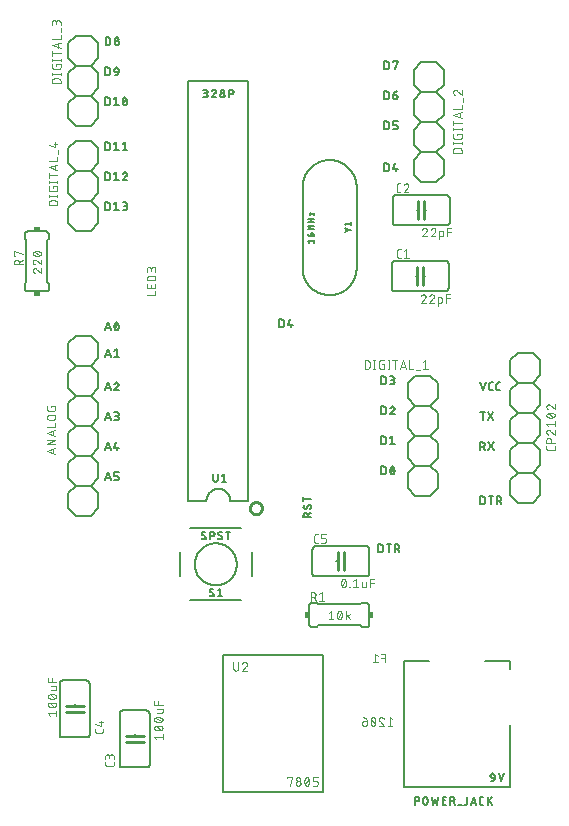
<source format=gbr>
G04 EAGLE Gerber RS-274X export*
G75*
%MOMM*%
%FSLAX34Y34*%
%LPD*%
%INSilkscreen Top*%
%IPPOS*%
%AMOC8*
5,1,8,0,0,1.08239X$1,22.5*%
G01*
%ADD10C,0.152400*%
%ADD11C,0.203200*%
%ADD12C,0.076200*%
%ADD13C,0.254000*%
%ADD14R,0.381000X0.508000*%
%ADD15R,0.508000X0.381000*%
%ADD16C,0.127000*%


D10*
X496409Y663918D02*
X496409Y670394D01*
X498208Y670394D01*
X498291Y670392D01*
X498374Y670386D01*
X498457Y670377D01*
X498539Y670363D01*
X498620Y670346D01*
X498700Y670325D01*
X498780Y670301D01*
X498858Y670273D01*
X498935Y670241D01*
X499010Y670205D01*
X499083Y670167D01*
X499155Y670125D01*
X499225Y670079D01*
X499292Y670031D01*
X499357Y669979D01*
X499420Y669924D01*
X499480Y669867D01*
X499537Y669807D01*
X499592Y669744D01*
X499644Y669679D01*
X499692Y669612D01*
X499738Y669542D01*
X499780Y669470D01*
X499818Y669397D01*
X499854Y669322D01*
X499886Y669245D01*
X499914Y669167D01*
X499938Y669087D01*
X499959Y669007D01*
X499976Y668926D01*
X499990Y668844D01*
X499999Y668761D01*
X500005Y668678D01*
X500007Y668595D01*
X500007Y665717D01*
X500005Y665634D01*
X499999Y665551D01*
X499990Y665468D01*
X499976Y665386D01*
X499959Y665305D01*
X499938Y665225D01*
X499914Y665145D01*
X499886Y665067D01*
X499854Y664990D01*
X499818Y664915D01*
X499780Y664842D01*
X499738Y664770D01*
X499692Y664700D01*
X499644Y664633D01*
X499592Y664568D01*
X499537Y664505D01*
X499480Y664445D01*
X499420Y664388D01*
X499357Y664333D01*
X499292Y664281D01*
X499225Y664233D01*
X499155Y664187D01*
X499083Y664145D01*
X499010Y664107D01*
X498935Y664071D01*
X498858Y664039D01*
X498780Y664011D01*
X498700Y663987D01*
X498620Y663966D01*
X498539Y663949D01*
X498457Y663935D01*
X498374Y663926D01*
X498291Y663920D01*
X498208Y663918D01*
X496409Y663918D01*
X503849Y665717D02*
X503851Y665800D01*
X503857Y665883D01*
X503866Y665966D01*
X503880Y666048D01*
X503897Y666129D01*
X503918Y666209D01*
X503942Y666289D01*
X503970Y666367D01*
X504002Y666444D01*
X504038Y666519D01*
X504076Y666592D01*
X504118Y666664D01*
X504164Y666734D01*
X504212Y666801D01*
X504264Y666866D01*
X504319Y666929D01*
X504376Y666989D01*
X504436Y667046D01*
X504499Y667101D01*
X504564Y667153D01*
X504631Y667201D01*
X504701Y667247D01*
X504773Y667289D01*
X504846Y667327D01*
X504921Y667363D01*
X504998Y667395D01*
X505076Y667423D01*
X505156Y667447D01*
X505236Y667468D01*
X505317Y667485D01*
X505399Y667499D01*
X505482Y667508D01*
X505565Y667514D01*
X505648Y667516D01*
X505731Y667514D01*
X505814Y667508D01*
X505897Y667499D01*
X505979Y667485D01*
X506060Y667468D01*
X506140Y667447D01*
X506220Y667423D01*
X506298Y667395D01*
X506375Y667363D01*
X506450Y667327D01*
X506523Y667289D01*
X506595Y667247D01*
X506665Y667201D01*
X506732Y667153D01*
X506797Y667101D01*
X506860Y667046D01*
X506920Y666989D01*
X506977Y666929D01*
X507032Y666866D01*
X507084Y666801D01*
X507132Y666734D01*
X507178Y666664D01*
X507220Y666592D01*
X507258Y666519D01*
X507294Y666444D01*
X507326Y666367D01*
X507354Y666289D01*
X507378Y666209D01*
X507399Y666129D01*
X507416Y666048D01*
X507430Y665966D01*
X507439Y665883D01*
X507445Y665800D01*
X507447Y665717D01*
X507445Y665634D01*
X507439Y665551D01*
X507430Y665468D01*
X507416Y665386D01*
X507399Y665305D01*
X507378Y665225D01*
X507354Y665145D01*
X507326Y665067D01*
X507294Y664990D01*
X507258Y664915D01*
X507220Y664842D01*
X507178Y664770D01*
X507132Y664700D01*
X507084Y664633D01*
X507032Y664568D01*
X506977Y664505D01*
X506920Y664445D01*
X506860Y664388D01*
X506797Y664333D01*
X506732Y664281D01*
X506665Y664233D01*
X506595Y664187D01*
X506523Y664145D01*
X506450Y664107D01*
X506375Y664071D01*
X506298Y664039D01*
X506220Y664011D01*
X506140Y663987D01*
X506060Y663966D01*
X505979Y663949D01*
X505897Y663935D01*
X505814Y663926D01*
X505731Y663920D01*
X505648Y663918D01*
X505565Y663920D01*
X505482Y663926D01*
X505399Y663935D01*
X505317Y663949D01*
X505236Y663966D01*
X505156Y663987D01*
X505076Y664011D01*
X504998Y664039D01*
X504921Y664071D01*
X504846Y664107D01*
X504773Y664145D01*
X504701Y664187D01*
X504631Y664233D01*
X504564Y664281D01*
X504499Y664333D01*
X504436Y664388D01*
X504376Y664445D01*
X504319Y664505D01*
X504264Y664568D01*
X504212Y664633D01*
X504164Y664700D01*
X504118Y664770D01*
X504076Y664842D01*
X504038Y664915D01*
X504002Y664990D01*
X503970Y665067D01*
X503942Y665145D01*
X503918Y665225D01*
X503897Y665305D01*
X503880Y665386D01*
X503866Y665468D01*
X503857Y665551D01*
X503851Y665634D01*
X503849Y665717D01*
X504209Y668955D02*
X504211Y669030D01*
X504217Y669105D01*
X504227Y669180D01*
X504240Y669254D01*
X504258Y669327D01*
X504279Y669400D01*
X504305Y669471D01*
X504333Y669540D01*
X504366Y669608D01*
X504402Y669675D01*
X504441Y669739D01*
X504484Y669801D01*
X504530Y669861D01*
X504579Y669918D01*
X504630Y669973D01*
X504685Y670024D01*
X504742Y670073D01*
X504802Y670119D01*
X504864Y670162D01*
X504929Y670201D01*
X504995Y670237D01*
X505063Y670270D01*
X505132Y670298D01*
X505203Y670324D01*
X505276Y670345D01*
X505349Y670363D01*
X505423Y670376D01*
X505498Y670386D01*
X505573Y670392D01*
X505648Y670394D01*
X505723Y670392D01*
X505798Y670386D01*
X505873Y670376D01*
X505947Y670363D01*
X506020Y670345D01*
X506093Y670324D01*
X506164Y670298D01*
X506233Y670270D01*
X506301Y670237D01*
X506368Y670201D01*
X506432Y670162D01*
X506494Y670119D01*
X506554Y670073D01*
X506611Y670024D01*
X506666Y669973D01*
X506717Y669918D01*
X506766Y669861D01*
X506812Y669801D01*
X506855Y669739D01*
X506894Y669675D01*
X506930Y669608D01*
X506963Y669540D01*
X506991Y669471D01*
X507017Y669400D01*
X507038Y669327D01*
X507056Y669254D01*
X507069Y669180D01*
X507079Y669105D01*
X507085Y669030D01*
X507087Y668955D01*
X507085Y668880D01*
X507079Y668805D01*
X507069Y668730D01*
X507056Y668656D01*
X507038Y668583D01*
X507017Y668510D01*
X506991Y668439D01*
X506963Y668370D01*
X506930Y668302D01*
X506894Y668236D01*
X506855Y668171D01*
X506812Y668109D01*
X506766Y668049D01*
X506717Y667992D01*
X506666Y667937D01*
X506611Y667886D01*
X506554Y667837D01*
X506494Y667791D01*
X506432Y667748D01*
X506368Y667709D01*
X506301Y667673D01*
X506233Y667640D01*
X506164Y667612D01*
X506093Y667586D01*
X506020Y667565D01*
X505947Y667547D01*
X505873Y667534D01*
X505798Y667524D01*
X505723Y667518D01*
X505648Y667516D01*
X505573Y667518D01*
X505498Y667524D01*
X505423Y667534D01*
X505349Y667547D01*
X505276Y667565D01*
X505203Y667586D01*
X505132Y667612D01*
X505063Y667640D01*
X504995Y667673D01*
X504929Y667709D01*
X504864Y667748D01*
X504802Y667791D01*
X504742Y667837D01*
X504685Y667886D01*
X504630Y667937D01*
X504579Y667992D01*
X504530Y668049D01*
X504484Y668109D01*
X504441Y668171D01*
X504402Y668236D01*
X504366Y668302D01*
X504333Y668370D01*
X504305Y668439D01*
X504279Y668510D01*
X504258Y668583D01*
X504240Y668656D01*
X504227Y668730D01*
X504217Y668805D01*
X504211Y668880D01*
X504209Y668955D01*
X496062Y644778D02*
X496062Y638302D01*
X496062Y644778D02*
X497861Y644778D01*
X497944Y644776D01*
X498027Y644770D01*
X498110Y644761D01*
X498192Y644747D01*
X498273Y644730D01*
X498353Y644709D01*
X498433Y644685D01*
X498511Y644657D01*
X498588Y644625D01*
X498663Y644589D01*
X498736Y644551D01*
X498808Y644509D01*
X498878Y644463D01*
X498945Y644415D01*
X499010Y644363D01*
X499073Y644308D01*
X499133Y644251D01*
X499190Y644191D01*
X499245Y644128D01*
X499297Y644063D01*
X499345Y643996D01*
X499391Y643926D01*
X499433Y643854D01*
X499471Y643781D01*
X499507Y643706D01*
X499539Y643629D01*
X499567Y643551D01*
X499591Y643471D01*
X499612Y643391D01*
X499629Y643310D01*
X499643Y643228D01*
X499652Y643145D01*
X499658Y643062D01*
X499660Y642979D01*
X499660Y640101D01*
X499658Y640018D01*
X499652Y639935D01*
X499643Y639852D01*
X499629Y639770D01*
X499612Y639689D01*
X499591Y639609D01*
X499567Y639529D01*
X499539Y639451D01*
X499507Y639374D01*
X499471Y639299D01*
X499433Y639226D01*
X499391Y639154D01*
X499345Y639084D01*
X499297Y639017D01*
X499245Y638952D01*
X499190Y638889D01*
X499133Y638829D01*
X499073Y638772D01*
X499010Y638717D01*
X498945Y638665D01*
X498878Y638617D01*
X498808Y638571D01*
X498736Y638529D01*
X498663Y638491D01*
X498588Y638455D01*
X498511Y638423D01*
X498433Y638395D01*
X498353Y638371D01*
X498273Y638350D01*
X498192Y638333D01*
X498110Y638319D01*
X498027Y638310D01*
X497944Y638304D01*
X497861Y638302D01*
X496062Y638302D01*
X504941Y641180D02*
X507100Y641180D01*
X504941Y641180D02*
X504866Y641182D01*
X504791Y641188D01*
X504716Y641198D01*
X504642Y641211D01*
X504569Y641229D01*
X504496Y641250D01*
X504425Y641276D01*
X504356Y641304D01*
X504288Y641337D01*
X504222Y641373D01*
X504157Y641412D01*
X504095Y641455D01*
X504035Y641501D01*
X503978Y641550D01*
X503923Y641601D01*
X503872Y641656D01*
X503823Y641713D01*
X503777Y641773D01*
X503734Y641835D01*
X503695Y641900D01*
X503659Y641966D01*
X503626Y642034D01*
X503598Y642103D01*
X503572Y642174D01*
X503551Y642247D01*
X503533Y642320D01*
X503520Y642394D01*
X503510Y642469D01*
X503504Y642544D01*
X503502Y642619D01*
X503502Y642979D01*
X503504Y643062D01*
X503510Y643145D01*
X503519Y643228D01*
X503533Y643310D01*
X503550Y643391D01*
X503571Y643471D01*
X503595Y643551D01*
X503623Y643629D01*
X503655Y643706D01*
X503691Y643781D01*
X503729Y643854D01*
X503771Y643926D01*
X503817Y643996D01*
X503865Y644063D01*
X503917Y644128D01*
X503972Y644191D01*
X504029Y644251D01*
X504089Y644308D01*
X504152Y644363D01*
X504217Y644415D01*
X504284Y644463D01*
X504354Y644509D01*
X504426Y644551D01*
X504499Y644589D01*
X504574Y644625D01*
X504651Y644657D01*
X504729Y644685D01*
X504809Y644709D01*
X504889Y644730D01*
X504970Y644747D01*
X505052Y644761D01*
X505135Y644770D01*
X505218Y644776D01*
X505301Y644778D01*
X505384Y644776D01*
X505467Y644770D01*
X505550Y644761D01*
X505632Y644747D01*
X505713Y644730D01*
X505793Y644709D01*
X505873Y644685D01*
X505951Y644657D01*
X506028Y644625D01*
X506103Y644589D01*
X506176Y644551D01*
X506248Y644509D01*
X506318Y644463D01*
X506385Y644415D01*
X506450Y644363D01*
X506513Y644308D01*
X506573Y644251D01*
X506630Y644191D01*
X506685Y644128D01*
X506737Y644063D01*
X506785Y643996D01*
X506831Y643926D01*
X506873Y643854D01*
X506911Y643781D01*
X506947Y643706D01*
X506979Y643629D01*
X507007Y643551D01*
X507031Y643471D01*
X507052Y643391D01*
X507069Y643310D01*
X507083Y643228D01*
X507092Y643145D01*
X507098Y643062D01*
X507100Y642979D01*
X507100Y641180D01*
X507098Y641075D01*
X507092Y640970D01*
X507083Y640865D01*
X507069Y640761D01*
X507052Y640657D01*
X507031Y640554D01*
X507006Y640452D01*
X506978Y640351D01*
X506946Y640251D01*
X506910Y640152D01*
X506871Y640054D01*
X506828Y639958D01*
X506782Y639864D01*
X506732Y639771D01*
X506679Y639681D01*
X506622Y639592D01*
X506563Y639505D01*
X506500Y639421D01*
X506434Y639339D01*
X506365Y639259D01*
X506294Y639182D01*
X506220Y639108D01*
X506143Y639037D01*
X506063Y638968D01*
X505981Y638902D01*
X505897Y638839D01*
X505810Y638780D01*
X505721Y638723D01*
X505631Y638670D01*
X505538Y638620D01*
X505444Y638574D01*
X505348Y638531D01*
X505250Y638492D01*
X505151Y638456D01*
X505051Y638424D01*
X504950Y638396D01*
X504848Y638371D01*
X504745Y638350D01*
X504641Y638333D01*
X504537Y638319D01*
X504432Y638310D01*
X504327Y638304D01*
X504222Y638302D01*
X496062Y619378D02*
X496062Y612902D01*
X496062Y619378D02*
X497861Y619378D01*
X497944Y619376D01*
X498027Y619370D01*
X498110Y619361D01*
X498192Y619347D01*
X498273Y619330D01*
X498353Y619309D01*
X498433Y619285D01*
X498511Y619257D01*
X498588Y619225D01*
X498663Y619189D01*
X498736Y619151D01*
X498808Y619109D01*
X498878Y619063D01*
X498945Y619015D01*
X499010Y618963D01*
X499073Y618908D01*
X499133Y618851D01*
X499190Y618791D01*
X499245Y618728D01*
X499297Y618663D01*
X499345Y618596D01*
X499391Y618526D01*
X499433Y618454D01*
X499471Y618381D01*
X499507Y618306D01*
X499539Y618229D01*
X499567Y618151D01*
X499591Y618071D01*
X499612Y617991D01*
X499629Y617910D01*
X499643Y617828D01*
X499652Y617745D01*
X499658Y617662D01*
X499660Y617579D01*
X499660Y614701D01*
X499658Y614618D01*
X499652Y614535D01*
X499643Y614452D01*
X499629Y614370D01*
X499612Y614289D01*
X499591Y614209D01*
X499567Y614129D01*
X499539Y614051D01*
X499507Y613974D01*
X499471Y613899D01*
X499433Y613826D01*
X499391Y613754D01*
X499345Y613684D01*
X499297Y613617D01*
X499245Y613552D01*
X499190Y613489D01*
X499133Y613429D01*
X499073Y613372D01*
X499010Y613317D01*
X498945Y613265D01*
X498878Y613217D01*
X498808Y613171D01*
X498736Y613129D01*
X498663Y613091D01*
X498588Y613055D01*
X498511Y613023D01*
X498433Y612995D01*
X498353Y612971D01*
X498273Y612950D01*
X498192Y612933D01*
X498110Y612919D01*
X498027Y612910D01*
X497944Y612904D01*
X497861Y612902D01*
X496062Y612902D01*
X503502Y617939D02*
X505301Y619378D01*
X505301Y612902D01*
X503502Y612902D02*
X507100Y612902D01*
X510702Y616140D02*
X510704Y616282D01*
X510710Y616425D01*
X510719Y616567D01*
X510732Y616709D01*
X510749Y616850D01*
X510770Y616991D01*
X510795Y617131D01*
X510823Y617271D01*
X510855Y617409D01*
X510891Y617547D01*
X510930Y617684D01*
X510973Y617820D01*
X511020Y617954D01*
X511070Y618088D01*
X511124Y618219D01*
X511181Y618350D01*
X511242Y618479D01*
X511267Y618546D01*
X511296Y618612D01*
X511328Y618676D01*
X511364Y618738D01*
X511402Y618798D01*
X511445Y618857D01*
X511490Y618912D01*
X511538Y618966D01*
X511589Y619016D01*
X511642Y619064D01*
X511698Y619109D01*
X511757Y619151D01*
X511817Y619189D01*
X511880Y619224D01*
X511944Y619256D01*
X512010Y619284D01*
X512078Y619309D01*
X512146Y619330D01*
X512216Y619347D01*
X512287Y619361D01*
X512358Y619370D01*
X512429Y619376D01*
X512501Y619378D01*
X512573Y619376D01*
X512644Y619370D01*
X512715Y619361D01*
X512786Y619347D01*
X512856Y619330D01*
X512924Y619309D01*
X512992Y619284D01*
X513058Y619256D01*
X513122Y619224D01*
X513185Y619189D01*
X513245Y619151D01*
X513304Y619109D01*
X513360Y619064D01*
X513413Y619016D01*
X513464Y618966D01*
X513512Y618912D01*
X513557Y618857D01*
X513600Y618798D01*
X513638Y618738D01*
X513674Y618676D01*
X513706Y618612D01*
X513735Y618546D01*
X513760Y618479D01*
X513821Y618350D01*
X513878Y618219D01*
X513932Y618088D01*
X513982Y617954D01*
X514029Y617820D01*
X514072Y617684D01*
X514111Y617547D01*
X514147Y617409D01*
X514179Y617271D01*
X514207Y617131D01*
X514232Y616991D01*
X514253Y616850D01*
X514270Y616709D01*
X514283Y616567D01*
X514292Y616425D01*
X514298Y616282D01*
X514300Y616140D01*
X510702Y616140D02*
X510704Y615998D01*
X510710Y615855D01*
X510719Y615713D01*
X510732Y615571D01*
X510749Y615430D01*
X510770Y615289D01*
X510795Y615149D01*
X510823Y615009D01*
X510855Y614871D01*
X510891Y614733D01*
X510930Y614596D01*
X510973Y614460D01*
X511020Y614326D01*
X511070Y614192D01*
X511124Y614061D01*
X511181Y613930D01*
X511242Y613801D01*
X511267Y613734D01*
X511296Y613668D01*
X511328Y613604D01*
X511364Y613542D01*
X511402Y613481D01*
X511445Y613423D01*
X511490Y613368D01*
X511538Y613314D01*
X511589Y613264D01*
X511642Y613216D01*
X511698Y613171D01*
X511757Y613129D01*
X511817Y613091D01*
X511880Y613056D01*
X511944Y613024D01*
X512010Y612996D01*
X512078Y612971D01*
X512146Y612950D01*
X512216Y612933D01*
X512287Y612919D01*
X512358Y612910D01*
X512429Y612904D01*
X512501Y612902D01*
X513760Y613801D02*
X513821Y613930D01*
X513878Y614061D01*
X513932Y614192D01*
X513982Y614326D01*
X514029Y614460D01*
X514072Y614596D01*
X514111Y614733D01*
X514147Y614871D01*
X514179Y615009D01*
X514207Y615149D01*
X514232Y615289D01*
X514253Y615430D01*
X514270Y615571D01*
X514283Y615713D01*
X514292Y615855D01*
X514298Y615998D01*
X514300Y616140D01*
X513760Y613801D02*
X513735Y613734D01*
X513706Y613668D01*
X513674Y613604D01*
X513638Y613542D01*
X513600Y613482D01*
X513557Y613423D01*
X513512Y613368D01*
X513464Y613314D01*
X513413Y613264D01*
X513360Y613216D01*
X513304Y613171D01*
X513245Y613129D01*
X513185Y613091D01*
X513122Y613056D01*
X513058Y613024D01*
X512992Y612996D01*
X512924Y612971D01*
X512856Y612950D01*
X512786Y612933D01*
X512715Y612919D01*
X512644Y612910D01*
X512573Y612904D01*
X512501Y612902D01*
X511062Y614341D02*
X513940Y617939D01*
X496062Y581278D02*
X496062Y574802D01*
X496062Y581278D02*
X497861Y581278D01*
X497944Y581276D01*
X498027Y581270D01*
X498110Y581261D01*
X498192Y581247D01*
X498273Y581230D01*
X498353Y581209D01*
X498433Y581185D01*
X498511Y581157D01*
X498588Y581125D01*
X498663Y581089D01*
X498736Y581051D01*
X498808Y581009D01*
X498878Y580963D01*
X498945Y580915D01*
X499010Y580863D01*
X499073Y580808D01*
X499133Y580751D01*
X499190Y580691D01*
X499245Y580628D01*
X499297Y580563D01*
X499345Y580496D01*
X499391Y580426D01*
X499433Y580354D01*
X499471Y580281D01*
X499507Y580206D01*
X499539Y580129D01*
X499567Y580051D01*
X499591Y579971D01*
X499612Y579891D01*
X499629Y579810D01*
X499643Y579728D01*
X499652Y579645D01*
X499658Y579562D01*
X499660Y579479D01*
X499660Y576601D01*
X499658Y576518D01*
X499652Y576435D01*
X499643Y576352D01*
X499629Y576270D01*
X499612Y576189D01*
X499591Y576109D01*
X499567Y576029D01*
X499539Y575951D01*
X499507Y575874D01*
X499471Y575799D01*
X499433Y575726D01*
X499391Y575654D01*
X499345Y575584D01*
X499297Y575517D01*
X499245Y575452D01*
X499190Y575389D01*
X499133Y575329D01*
X499073Y575272D01*
X499010Y575217D01*
X498945Y575165D01*
X498878Y575117D01*
X498808Y575071D01*
X498736Y575029D01*
X498663Y574991D01*
X498588Y574955D01*
X498511Y574923D01*
X498433Y574895D01*
X498353Y574871D01*
X498273Y574850D01*
X498192Y574833D01*
X498110Y574819D01*
X498027Y574810D01*
X497944Y574804D01*
X497861Y574802D01*
X496062Y574802D01*
X503502Y579839D02*
X505301Y581278D01*
X505301Y574802D01*
X503502Y574802D02*
X507100Y574802D01*
X510702Y579839D02*
X512501Y581278D01*
X512501Y574802D01*
X510702Y574802D02*
X514300Y574802D01*
X496062Y555878D02*
X496062Y549402D01*
X496062Y555878D02*
X497861Y555878D01*
X497944Y555876D01*
X498027Y555870D01*
X498110Y555861D01*
X498192Y555847D01*
X498273Y555830D01*
X498353Y555809D01*
X498433Y555785D01*
X498511Y555757D01*
X498588Y555725D01*
X498663Y555689D01*
X498736Y555651D01*
X498808Y555609D01*
X498878Y555563D01*
X498945Y555515D01*
X499010Y555463D01*
X499073Y555408D01*
X499133Y555351D01*
X499190Y555291D01*
X499245Y555228D01*
X499297Y555163D01*
X499345Y555096D01*
X499391Y555026D01*
X499433Y554954D01*
X499471Y554881D01*
X499507Y554806D01*
X499539Y554729D01*
X499567Y554651D01*
X499591Y554571D01*
X499612Y554491D01*
X499629Y554410D01*
X499643Y554328D01*
X499652Y554245D01*
X499658Y554162D01*
X499660Y554079D01*
X499660Y551201D01*
X499658Y551118D01*
X499652Y551035D01*
X499643Y550952D01*
X499629Y550870D01*
X499612Y550789D01*
X499591Y550709D01*
X499567Y550629D01*
X499539Y550551D01*
X499507Y550474D01*
X499471Y550399D01*
X499433Y550326D01*
X499391Y550254D01*
X499345Y550184D01*
X499297Y550117D01*
X499245Y550052D01*
X499190Y549989D01*
X499133Y549929D01*
X499073Y549872D01*
X499010Y549817D01*
X498945Y549765D01*
X498878Y549717D01*
X498808Y549671D01*
X498736Y549629D01*
X498663Y549591D01*
X498588Y549555D01*
X498511Y549523D01*
X498433Y549495D01*
X498353Y549471D01*
X498273Y549450D01*
X498192Y549433D01*
X498110Y549419D01*
X498027Y549410D01*
X497944Y549404D01*
X497861Y549402D01*
X496062Y549402D01*
X503502Y554439D02*
X505301Y555878D01*
X505301Y549402D01*
X503502Y549402D02*
X507100Y549402D01*
X512681Y555878D02*
X512760Y555876D01*
X512840Y555870D01*
X512919Y555860D01*
X512997Y555847D01*
X513074Y555829D01*
X513151Y555808D01*
X513226Y555783D01*
X513301Y555755D01*
X513373Y555723D01*
X513444Y555687D01*
X513513Y555648D01*
X513580Y555605D01*
X513645Y555559D01*
X513708Y555511D01*
X513768Y555459D01*
X513826Y555404D01*
X513881Y555346D01*
X513933Y555286D01*
X513981Y555223D01*
X514027Y555158D01*
X514070Y555091D01*
X514109Y555022D01*
X514145Y554951D01*
X514177Y554879D01*
X514205Y554804D01*
X514230Y554729D01*
X514251Y554652D01*
X514269Y554575D01*
X514282Y554497D01*
X514292Y554418D01*
X514298Y554338D01*
X514300Y554259D01*
X512681Y555878D02*
X512591Y555876D01*
X512501Y555870D01*
X512411Y555860D01*
X512322Y555847D01*
X512234Y555829D01*
X512146Y555808D01*
X512059Y555783D01*
X511974Y555754D01*
X511890Y555722D01*
X511807Y555685D01*
X511726Y555646D01*
X511647Y555603D01*
X511570Y555556D01*
X511494Y555506D01*
X511421Y555453D01*
X511351Y555397D01*
X511283Y555338D01*
X511217Y555276D01*
X511155Y555211D01*
X511095Y555143D01*
X511038Y555073D01*
X510984Y555001D01*
X510934Y554926D01*
X510886Y554850D01*
X510842Y554771D01*
X510802Y554690D01*
X510765Y554608D01*
X510732Y554524D01*
X510702Y554439D01*
X513760Y553000D02*
X513816Y553055D01*
X513869Y553113D01*
X513919Y553173D01*
X513966Y553235D01*
X514011Y553299D01*
X514053Y553365D01*
X514091Y553433D01*
X514127Y553503D01*
X514159Y553574D01*
X514189Y553647D01*
X514214Y553720D01*
X514237Y553795D01*
X514256Y553871D01*
X514272Y553948D01*
X514284Y554025D01*
X514293Y554103D01*
X514298Y554181D01*
X514300Y554259D01*
X513760Y553000D02*
X510702Y549402D01*
X514300Y549402D01*
X496062Y530478D02*
X496062Y524002D01*
X496062Y530478D02*
X497861Y530478D01*
X497944Y530476D01*
X498027Y530470D01*
X498110Y530461D01*
X498192Y530447D01*
X498273Y530430D01*
X498353Y530409D01*
X498433Y530385D01*
X498511Y530357D01*
X498588Y530325D01*
X498663Y530289D01*
X498736Y530251D01*
X498808Y530209D01*
X498878Y530163D01*
X498945Y530115D01*
X499010Y530063D01*
X499073Y530008D01*
X499133Y529951D01*
X499190Y529891D01*
X499245Y529828D01*
X499297Y529763D01*
X499345Y529696D01*
X499391Y529626D01*
X499433Y529554D01*
X499471Y529481D01*
X499507Y529406D01*
X499539Y529329D01*
X499567Y529251D01*
X499591Y529171D01*
X499612Y529091D01*
X499629Y529010D01*
X499643Y528928D01*
X499652Y528845D01*
X499658Y528762D01*
X499660Y528679D01*
X499660Y525801D01*
X499658Y525718D01*
X499652Y525635D01*
X499643Y525552D01*
X499629Y525470D01*
X499612Y525389D01*
X499591Y525309D01*
X499567Y525229D01*
X499539Y525151D01*
X499507Y525074D01*
X499471Y524999D01*
X499433Y524926D01*
X499391Y524854D01*
X499345Y524784D01*
X499297Y524717D01*
X499245Y524652D01*
X499190Y524589D01*
X499133Y524529D01*
X499073Y524472D01*
X499010Y524417D01*
X498945Y524365D01*
X498878Y524317D01*
X498808Y524271D01*
X498736Y524229D01*
X498663Y524191D01*
X498588Y524155D01*
X498511Y524123D01*
X498433Y524095D01*
X498353Y524071D01*
X498273Y524050D01*
X498192Y524033D01*
X498110Y524019D01*
X498027Y524010D01*
X497944Y524004D01*
X497861Y524002D01*
X496062Y524002D01*
X503502Y529039D02*
X505301Y530478D01*
X505301Y524002D01*
X503502Y524002D02*
X507100Y524002D01*
X510702Y524002D02*
X512501Y524002D01*
X512584Y524004D01*
X512667Y524010D01*
X512750Y524019D01*
X512832Y524033D01*
X512913Y524050D01*
X512993Y524071D01*
X513073Y524095D01*
X513151Y524123D01*
X513228Y524155D01*
X513303Y524191D01*
X513376Y524229D01*
X513448Y524271D01*
X513518Y524317D01*
X513585Y524365D01*
X513650Y524417D01*
X513713Y524472D01*
X513773Y524529D01*
X513830Y524589D01*
X513885Y524652D01*
X513937Y524717D01*
X513985Y524784D01*
X514031Y524854D01*
X514073Y524926D01*
X514111Y524999D01*
X514147Y525074D01*
X514179Y525151D01*
X514207Y525229D01*
X514231Y525309D01*
X514252Y525389D01*
X514269Y525470D01*
X514283Y525552D01*
X514292Y525635D01*
X514298Y525718D01*
X514300Y525801D01*
X514298Y525884D01*
X514292Y525967D01*
X514283Y526050D01*
X514269Y526132D01*
X514252Y526213D01*
X514231Y526293D01*
X514207Y526373D01*
X514179Y526451D01*
X514147Y526528D01*
X514111Y526603D01*
X514073Y526676D01*
X514031Y526748D01*
X513985Y526818D01*
X513937Y526885D01*
X513885Y526950D01*
X513830Y527013D01*
X513773Y527073D01*
X513713Y527130D01*
X513650Y527185D01*
X513585Y527237D01*
X513518Y527285D01*
X513448Y527331D01*
X513376Y527373D01*
X513303Y527411D01*
X513228Y527447D01*
X513151Y527479D01*
X513073Y527507D01*
X512993Y527531D01*
X512913Y527552D01*
X512832Y527569D01*
X512750Y527583D01*
X512667Y527592D01*
X512584Y527598D01*
X512501Y527600D01*
X512861Y530478D02*
X510702Y530478D01*
X512861Y530478D02*
X512936Y530476D01*
X513011Y530470D01*
X513086Y530460D01*
X513160Y530447D01*
X513233Y530429D01*
X513306Y530408D01*
X513377Y530382D01*
X513446Y530354D01*
X513514Y530321D01*
X513581Y530285D01*
X513645Y530246D01*
X513707Y530203D01*
X513767Y530157D01*
X513824Y530108D01*
X513879Y530057D01*
X513930Y530002D01*
X513979Y529945D01*
X514025Y529885D01*
X514068Y529823D01*
X514107Y529759D01*
X514143Y529692D01*
X514176Y529624D01*
X514204Y529555D01*
X514230Y529484D01*
X514251Y529411D01*
X514269Y529338D01*
X514282Y529264D01*
X514292Y529189D01*
X514298Y529114D01*
X514300Y529039D01*
X514298Y528964D01*
X514292Y528889D01*
X514282Y528814D01*
X514269Y528740D01*
X514251Y528667D01*
X514230Y528594D01*
X514204Y528523D01*
X514176Y528454D01*
X514143Y528386D01*
X514107Y528320D01*
X514068Y528255D01*
X514025Y528193D01*
X513979Y528133D01*
X513930Y528076D01*
X513879Y528021D01*
X513824Y527970D01*
X513767Y527921D01*
X513707Y527875D01*
X513645Y527832D01*
X513581Y527793D01*
X513514Y527757D01*
X513446Y527724D01*
X513377Y527696D01*
X513306Y527670D01*
X513233Y527649D01*
X513160Y527631D01*
X513086Y527618D01*
X513011Y527608D01*
X512936Y527602D01*
X512861Y527600D01*
X511422Y527600D01*
X732282Y643382D02*
X732282Y649858D01*
X734081Y649858D01*
X734164Y649856D01*
X734247Y649850D01*
X734330Y649841D01*
X734412Y649827D01*
X734493Y649810D01*
X734573Y649789D01*
X734653Y649765D01*
X734731Y649737D01*
X734808Y649705D01*
X734883Y649669D01*
X734956Y649631D01*
X735028Y649589D01*
X735098Y649543D01*
X735165Y649495D01*
X735230Y649443D01*
X735293Y649388D01*
X735353Y649331D01*
X735410Y649271D01*
X735465Y649208D01*
X735517Y649143D01*
X735565Y649076D01*
X735611Y649006D01*
X735653Y648934D01*
X735691Y648861D01*
X735727Y648786D01*
X735759Y648709D01*
X735787Y648631D01*
X735811Y648551D01*
X735832Y648471D01*
X735849Y648390D01*
X735863Y648308D01*
X735872Y648225D01*
X735878Y648142D01*
X735880Y648059D01*
X735880Y645181D01*
X735878Y645098D01*
X735872Y645015D01*
X735863Y644932D01*
X735849Y644850D01*
X735832Y644769D01*
X735811Y644689D01*
X735787Y644609D01*
X735759Y644531D01*
X735727Y644454D01*
X735691Y644379D01*
X735653Y644306D01*
X735611Y644234D01*
X735565Y644164D01*
X735517Y644097D01*
X735465Y644032D01*
X735410Y643969D01*
X735353Y643909D01*
X735293Y643852D01*
X735230Y643797D01*
X735165Y643745D01*
X735098Y643697D01*
X735028Y643651D01*
X734956Y643609D01*
X734883Y643571D01*
X734808Y643535D01*
X734731Y643503D01*
X734653Y643475D01*
X734573Y643451D01*
X734493Y643430D01*
X734412Y643413D01*
X734330Y643399D01*
X734247Y643390D01*
X734164Y643384D01*
X734081Y643382D01*
X732282Y643382D01*
X739722Y649138D02*
X739722Y649858D01*
X743320Y649858D01*
X741521Y643382D01*
X732282Y624458D02*
X732282Y617982D01*
X732282Y624458D02*
X734081Y624458D01*
X734164Y624456D01*
X734247Y624450D01*
X734330Y624441D01*
X734412Y624427D01*
X734493Y624410D01*
X734573Y624389D01*
X734653Y624365D01*
X734731Y624337D01*
X734808Y624305D01*
X734883Y624269D01*
X734956Y624231D01*
X735028Y624189D01*
X735098Y624143D01*
X735165Y624095D01*
X735230Y624043D01*
X735293Y623988D01*
X735353Y623931D01*
X735410Y623871D01*
X735465Y623808D01*
X735517Y623743D01*
X735565Y623676D01*
X735611Y623606D01*
X735653Y623534D01*
X735691Y623461D01*
X735727Y623386D01*
X735759Y623309D01*
X735787Y623231D01*
X735811Y623151D01*
X735832Y623071D01*
X735849Y622990D01*
X735863Y622908D01*
X735872Y622825D01*
X735878Y622742D01*
X735880Y622659D01*
X735880Y619781D01*
X735878Y619698D01*
X735872Y619615D01*
X735863Y619532D01*
X735849Y619450D01*
X735832Y619369D01*
X735811Y619289D01*
X735787Y619209D01*
X735759Y619131D01*
X735727Y619054D01*
X735691Y618979D01*
X735653Y618906D01*
X735611Y618834D01*
X735565Y618764D01*
X735517Y618697D01*
X735465Y618632D01*
X735410Y618569D01*
X735353Y618509D01*
X735293Y618452D01*
X735230Y618397D01*
X735165Y618345D01*
X735098Y618297D01*
X735028Y618251D01*
X734956Y618209D01*
X734883Y618171D01*
X734808Y618135D01*
X734731Y618103D01*
X734653Y618075D01*
X734573Y618051D01*
X734493Y618030D01*
X734412Y618013D01*
X734330Y617999D01*
X734247Y617990D01*
X734164Y617984D01*
X734081Y617982D01*
X732282Y617982D01*
X739722Y621580D02*
X741881Y621580D01*
X741956Y621578D01*
X742031Y621572D01*
X742106Y621562D01*
X742180Y621549D01*
X742253Y621531D01*
X742326Y621510D01*
X742397Y621484D01*
X742466Y621456D01*
X742534Y621423D01*
X742601Y621387D01*
X742665Y621348D01*
X742727Y621305D01*
X742787Y621259D01*
X742844Y621210D01*
X742899Y621159D01*
X742950Y621104D01*
X742999Y621047D01*
X743045Y620987D01*
X743088Y620925D01*
X743127Y620861D01*
X743163Y620794D01*
X743196Y620726D01*
X743224Y620657D01*
X743250Y620586D01*
X743271Y620513D01*
X743289Y620440D01*
X743302Y620366D01*
X743312Y620291D01*
X743318Y620216D01*
X743320Y620141D01*
X743320Y619781D01*
X743318Y619698D01*
X743312Y619615D01*
X743303Y619532D01*
X743289Y619450D01*
X743272Y619369D01*
X743251Y619289D01*
X743227Y619209D01*
X743199Y619131D01*
X743167Y619054D01*
X743131Y618979D01*
X743093Y618906D01*
X743051Y618834D01*
X743005Y618764D01*
X742957Y618697D01*
X742905Y618632D01*
X742850Y618569D01*
X742793Y618509D01*
X742733Y618452D01*
X742670Y618397D01*
X742605Y618345D01*
X742538Y618297D01*
X742468Y618251D01*
X742396Y618209D01*
X742323Y618171D01*
X742248Y618135D01*
X742171Y618103D01*
X742093Y618075D01*
X742013Y618051D01*
X741933Y618030D01*
X741852Y618013D01*
X741770Y617999D01*
X741687Y617990D01*
X741604Y617984D01*
X741521Y617982D01*
X741438Y617984D01*
X741355Y617990D01*
X741272Y617999D01*
X741190Y618013D01*
X741109Y618030D01*
X741029Y618051D01*
X740949Y618075D01*
X740871Y618103D01*
X740794Y618135D01*
X740719Y618171D01*
X740646Y618209D01*
X740574Y618251D01*
X740504Y618297D01*
X740437Y618345D01*
X740372Y618397D01*
X740309Y618452D01*
X740249Y618509D01*
X740192Y618569D01*
X740137Y618632D01*
X740085Y618697D01*
X740037Y618764D01*
X739991Y618834D01*
X739949Y618906D01*
X739911Y618979D01*
X739875Y619054D01*
X739843Y619131D01*
X739815Y619209D01*
X739791Y619289D01*
X739770Y619369D01*
X739753Y619450D01*
X739739Y619532D01*
X739730Y619615D01*
X739724Y619698D01*
X739722Y619781D01*
X739722Y621580D01*
X739724Y621685D01*
X739730Y621790D01*
X739739Y621895D01*
X739753Y621999D01*
X739770Y622103D01*
X739791Y622206D01*
X739816Y622308D01*
X739844Y622409D01*
X739876Y622509D01*
X739912Y622608D01*
X739951Y622706D01*
X739994Y622802D01*
X740040Y622896D01*
X740090Y622989D01*
X740143Y623079D01*
X740200Y623168D01*
X740259Y623255D01*
X740322Y623339D01*
X740388Y623421D01*
X740457Y623501D01*
X740528Y623578D01*
X740602Y623652D01*
X740679Y623723D01*
X740759Y623792D01*
X740841Y623858D01*
X740925Y623921D01*
X741012Y623980D01*
X741101Y624037D01*
X741191Y624090D01*
X741284Y624140D01*
X741378Y624186D01*
X741474Y624229D01*
X741572Y624268D01*
X741671Y624304D01*
X741771Y624336D01*
X741872Y624364D01*
X741974Y624389D01*
X742077Y624410D01*
X742181Y624427D01*
X742285Y624441D01*
X742390Y624450D01*
X742495Y624456D01*
X742600Y624458D01*
X732282Y599058D02*
X732282Y592582D01*
X732282Y599058D02*
X734081Y599058D01*
X734164Y599056D01*
X734247Y599050D01*
X734330Y599041D01*
X734412Y599027D01*
X734493Y599010D01*
X734573Y598989D01*
X734653Y598965D01*
X734731Y598937D01*
X734808Y598905D01*
X734883Y598869D01*
X734956Y598831D01*
X735028Y598789D01*
X735098Y598743D01*
X735165Y598695D01*
X735230Y598643D01*
X735293Y598588D01*
X735353Y598531D01*
X735410Y598471D01*
X735465Y598408D01*
X735517Y598343D01*
X735565Y598276D01*
X735611Y598206D01*
X735653Y598134D01*
X735691Y598061D01*
X735727Y597986D01*
X735759Y597909D01*
X735787Y597831D01*
X735811Y597751D01*
X735832Y597671D01*
X735849Y597590D01*
X735863Y597508D01*
X735872Y597425D01*
X735878Y597342D01*
X735880Y597259D01*
X735880Y594381D01*
X735878Y594298D01*
X735872Y594215D01*
X735863Y594132D01*
X735849Y594050D01*
X735832Y593969D01*
X735811Y593889D01*
X735787Y593809D01*
X735759Y593731D01*
X735727Y593654D01*
X735691Y593579D01*
X735653Y593506D01*
X735611Y593434D01*
X735565Y593364D01*
X735517Y593297D01*
X735465Y593232D01*
X735410Y593169D01*
X735353Y593109D01*
X735293Y593052D01*
X735230Y592997D01*
X735165Y592945D01*
X735098Y592897D01*
X735028Y592851D01*
X734956Y592809D01*
X734883Y592771D01*
X734808Y592735D01*
X734731Y592703D01*
X734653Y592675D01*
X734573Y592651D01*
X734493Y592630D01*
X734412Y592613D01*
X734330Y592599D01*
X734247Y592590D01*
X734164Y592584D01*
X734081Y592582D01*
X732282Y592582D01*
X739722Y592582D02*
X741881Y592582D01*
X741954Y592584D01*
X742027Y592589D01*
X742099Y592599D01*
X742171Y592611D01*
X742242Y592628D01*
X742312Y592648D01*
X742381Y592672D01*
X742448Y592699D01*
X742515Y592729D01*
X742579Y592763D01*
X742642Y592800D01*
X742703Y592840D01*
X742762Y592883D01*
X742818Y592929D01*
X742872Y592978D01*
X742924Y593030D01*
X742973Y593084D01*
X743019Y593140D01*
X743062Y593199D01*
X743102Y593260D01*
X743139Y593323D01*
X743173Y593387D01*
X743203Y593454D01*
X743230Y593521D01*
X743254Y593590D01*
X743274Y593660D01*
X743291Y593731D01*
X743303Y593803D01*
X743313Y593875D01*
X743318Y593948D01*
X743320Y594021D01*
X743320Y594741D01*
X743318Y594816D01*
X743312Y594891D01*
X743302Y594966D01*
X743289Y595040D01*
X743271Y595113D01*
X743250Y595186D01*
X743224Y595257D01*
X743196Y595326D01*
X743163Y595394D01*
X743127Y595461D01*
X743088Y595525D01*
X743045Y595587D01*
X742999Y595647D01*
X742950Y595704D01*
X742899Y595759D01*
X742844Y595810D01*
X742787Y595859D01*
X742727Y595905D01*
X742665Y595948D01*
X742601Y595987D01*
X742534Y596023D01*
X742466Y596056D01*
X742397Y596084D01*
X742326Y596110D01*
X742253Y596131D01*
X742180Y596149D01*
X742106Y596162D01*
X742031Y596172D01*
X741956Y596178D01*
X741881Y596180D01*
X739722Y596180D01*
X739722Y599058D01*
X743320Y599058D01*
X732282Y563498D02*
X732282Y557022D01*
X732282Y563498D02*
X734081Y563498D01*
X734164Y563496D01*
X734247Y563490D01*
X734330Y563481D01*
X734412Y563467D01*
X734493Y563450D01*
X734573Y563429D01*
X734653Y563405D01*
X734731Y563377D01*
X734808Y563345D01*
X734883Y563309D01*
X734956Y563271D01*
X735028Y563229D01*
X735098Y563183D01*
X735165Y563135D01*
X735230Y563083D01*
X735293Y563028D01*
X735353Y562971D01*
X735410Y562911D01*
X735465Y562848D01*
X735517Y562783D01*
X735565Y562716D01*
X735611Y562646D01*
X735653Y562574D01*
X735691Y562501D01*
X735727Y562426D01*
X735759Y562349D01*
X735787Y562271D01*
X735811Y562191D01*
X735832Y562111D01*
X735849Y562030D01*
X735863Y561948D01*
X735872Y561865D01*
X735878Y561782D01*
X735880Y561699D01*
X735880Y558821D01*
X735878Y558738D01*
X735872Y558655D01*
X735863Y558572D01*
X735849Y558490D01*
X735832Y558409D01*
X735811Y558329D01*
X735787Y558249D01*
X735759Y558171D01*
X735727Y558094D01*
X735691Y558019D01*
X735653Y557946D01*
X735611Y557874D01*
X735565Y557804D01*
X735517Y557737D01*
X735465Y557672D01*
X735410Y557609D01*
X735353Y557549D01*
X735293Y557492D01*
X735230Y557437D01*
X735165Y557385D01*
X735098Y557337D01*
X735028Y557291D01*
X734956Y557249D01*
X734883Y557211D01*
X734808Y557175D01*
X734731Y557143D01*
X734653Y557115D01*
X734573Y557091D01*
X734493Y557070D01*
X734412Y557053D01*
X734330Y557039D01*
X734247Y557030D01*
X734164Y557024D01*
X734081Y557022D01*
X732282Y557022D01*
X739722Y558461D02*
X741161Y563498D01*
X739722Y558461D02*
X743320Y558461D01*
X742240Y559900D02*
X742240Y557022D01*
X729742Y383158D02*
X729742Y376682D01*
X729742Y383158D02*
X731541Y383158D01*
X731624Y383156D01*
X731707Y383150D01*
X731790Y383141D01*
X731872Y383127D01*
X731953Y383110D01*
X732033Y383089D01*
X732113Y383065D01*
X732191Y383037D01*
X732268Y383005D01*
X732343Y382969D01*
X732416Y382931D01*
X732488Y382889D01*
X732558Y382843D01*
X732625Y382795D01*
X732690Y382743D01*
X732753Y382688D01*
X732813Y382631D01*
X732870Y382571D01*
X732925Y382508D01*
X732977Y382443D01*
X733025Y382376D01*
X733071Y382306D01*
X733113Y382234D01*
X733151Y382161D01*
X733187Y382086D01*
X733219Y382009D01*
X733247Y381931D01*
X733271Y381851D01*
X733292Y381771D01*
X733309Y381690D01*
X733323Y381608D01*
X733332Y381525D01*
X733338Y381442D01*
X733340Y381359D01*
X733340Y378481D01*
X733338Y378398D01*
X733332Y378315D01*
X733323Y378232D01*
X733309Y378150D01*
X733292Y378069D01*
X733271Y377989D01*
X733247Y377909D01*
X733219Y377831D01*
X733187Y377754D01*
X733151Y377679D01*
X733113Y377606D01*
X733071Y377534D01*
X733025Y377464D01*
X732977Y377397D01*
X732925Y377332D01*
X732870Y377269D01*
X732813Y377209D01*
X732753Y377152D01*
X732690Y377097D01*
X732625Y377045D01*
X732558Y376997D01*
X732488Y376951D01*
X732416Y376909D01*
X732343Y376871D01*
X732268Y376835D01*
X732191Y376803D01*
X732113Y376775D01*
X732033Y376751D01*
X731953Y376730D01*
X731872Y376713D01*
X731790Y376699D01*
X731707Y376690D01*
X731624Y376684D01*
X731541Y376682D01*
X729742Y376682D01*
X737182Y376682D02*
X738981Y376682D01*
X739064Y376684D01*
X739147Y376690D01*
X739230Y376699D01*
X739312Y376713D01*
X739393Y376730D01*
X739473Y376751D01*
X739553Y376775D01*
X739631Y376803D01*
X739708Y376835D01*
X739783Y376871D01*
X739856Y376909D01*
X739928Y376951D01*
X739998Y376997D01*
X740065Y377045D01*
X740130Y377097D01*
X740193Y377152D01*
X740253Y377209D01*
X740310Y377269D01*
X740365Y377332D01*
X740417Y377397D01*
X740465Y377464D01*
X740511Y377534D01*
X740553Y377606D01*
X740591Y377679D01*
X740627Y377754D01*
X740659Y377831D01*
X740687Y377909D01*
X740711Y377989D01*
X740732Y378069D01*
X740749Y378150D01*
X740763Y378232D01*
X740772Y378315D01*
X740778Y378398D01*
X740780Y378481D01*
X740778Y378564D01*
X740772Y378647D01*
X740763Y378730D01*
X740749Y378812D01*
X740732Y378893D01*
X740711Y378973D01*
X740687Y379053D01*
X740659Y379131D01*
X740627Y379208D01*
X740591Y379283D01*
X740553Y379356D01*
X740511Y379428D01*
X740465Y379498D01*
X740417Y379565D01*
X740365Y379630D01*
X740310Y379693D01*
X740253Y379753D01*
X740193Y379810D01*
X740130Y379865D01*
X740065Y379917D01*
X739998Y379965D01*
X739928Y380011D01*
X739856Y380053D01*
X739783Y380091D01*
X739708Y380127D01*
X739631Y380159D01*
X739553Y380187D01*
X739473Y380211D01*
X739393Y380232D01*
X739312Y380249D01*
X739230Y380263D01*
X739147Y380272D01*
X739064Y380278D01*
X738981Y380280D01*
X739341Y383158D02*
X737182Y383158D01*
X739341Y383158D02*
X739416Y383156D01*
X739491Y383150D01*
X739566Y383140D01*
X739640Y383127D01*
X739713Y383109D01*
X739786Y383088D01*
X739857Y383062D01*
X739926Y383034D01*
X739994Y383001D01*
X740061Y382965D01*
X740125Y382926D01*
X740187Y382883D01*
X740247Y382837D01*
X740304Y382788D01*
X740359Y382737D01*
X740410Y382682D01*
X740459Y382625D01*
X740505Y382565D01*
X740548Y382503D01*
X740587Y382439D01*
X740623Y382372D01*
X740656Y382304D01*
X740684Y382235D01*
X740710Y382164D01*
X740731Y382091D01*
X740749Y382018D01*
X740762Y381944D01*
X740772Y381869D01*
X740778Y381794D01*
X740780Y381719D01*
X740778Y381644D01*
X740772Y381569D01*
X740762Y381494D01*
X740749Y381420D01*
X740731Y381347D01*
X740710Y381274D01*
X740684Y381203D01*
X740656Y381134D01*
X740623Y381066D01*
X740587Y381000D01*
X740548Y380935D01*
X740505Y380873D01*
X740459Y380813D01*
X740410Y380756D01*
X740359Y380701D01*
X740304Y380650D01*
X740247Y380601D01*
X740187Y380555D01*
X740125Y380512D01*
X740061Y380473D01*
X739994Y380437D01*
X739926Y380404D01*
X739857Y380376D01*
X739786Y380350D01*
X739713Y380329D01*
X739640Y380311D01*
X739566Y380298D01*
X739491Y380288D01*
X739416Y380282D01*
X739341Y380280D01*
X737902Y380280D01*
X729742Y357758D02*
X729742Y351282D01*
X729742Y357758D02*
X731541Y357758D01*
X731624Y357756D01*
X731707Y357750D01*
X731790Y357741D01*
X731872Y357727D01*
X731953Y357710D01*
X732033Y357689D01*
X732113Y357665D01*
X732191Y357637D01*
X732268Y357605D01*
X732343Y357569D01*
X732416Y357531D01*
X732488Y357489D01*
X732558Y357443D01*
X732625Y357395D01*
X732690Y357343D01*
X732753Y357288D01*
X732813Y357231D01*
X732870Y357171D01*
X732925Y357108D01*
X732977Y357043D01*
X733025Y356976D01*
X733071Y356906D01*
X733113Y356834D01*
X733151Y356761D01*
X733187Y356686D01*
X733219Y356609D01*
X733247Y356531D01*
X733271Y356451D01*
X733292Y356371D01*
X733309Y356290D01*
X733323Y356208D01*
X733332Y356125D01*
X733338Y356042D01*
X733340Y355959D01*
X733340Y353081D01*
X733338Y352998D01*
X733332Y352915D01*
X733323Y352832D01*
X733309Y352750D01*
X733292Y352669D01*
X733271Y352589D01*
X733247Y352509D01*
X733219Y352431D01*
X733187Y352354D01*
X733151Y352279D01*
X733113Y352206D01*
X733071Y352134D01*
X733025Y352064D01*
X732977Y351997D01*
X732925Y351932D01*
X732870Y351869D01*
X732813Y351809D01*
X732753Y351752D01*
X732690Y351697D01*
X732625Y351645D01*
X732558Y351597D01*
X732488Y351551D01*
X732416Y351509D01*
X732343Y351471D01*
X732268Y351435D01*
X732191Y351403D01*
X732113Y351375D01*
X732033Y351351D01*
X731953Y351330D01*
X731872Y351313D01*
X731790Y351299D01*
X731707Y351290D01*
X731624Y351284D01*
X731541Y351282D01*
X729742Y351282D01*
X739161Y357758D02*
X739240Y357756D01*
X739320Y357750D01*
X739399Y357740D01*
X739477Y357727D01*
X739554Y357709D01*
X739631Y357688D01*
X739706Y357663D01*
X739781Y357635D01*
X739853Y357603D01*
X739924Y357567D01*
X739993Y357528D01*
X740060Y357485D01*
X740125Y357439D01*
X740188Y357391D01*
X740248Y357339D01*
X740306Y357284D01*
X740361Y357226D01*
X740413Y357166D01*
X740461Y357103D01*
X740507Y357038D01*
X740550Y356971D01*
X740589Y356902D01*
X740625Y356831D01*
X740657Y356759D01*
X740685Y356684D01*
X740710Y356609D01*
X740731Y356532D01*
X740749Y356455D01*
X740762Y356377D01*
X740772Y356298D01*
X740778Y356218D01*
X740780Y356139D01*
X739161Y357758D02*
X739071Y357756D01*
X738981Y357750D01*
X738891Y357740D01*
X738802Y357727D01*
X738714Y357709D01*
X738626Y357688D01*
X738539Y357663D01*
X738454Y357634D01*
X738370Y357602D01*
X738287Y357565D01*
X738206Y357526D01*
X738127Y357483D01*
X738050Y357436D01*
X737974Y357386D01*
X737901Y357333D01*
X737831Y357277D01*
X737763Y357218D01*
X737697Y357156D01*
X737635Y357091D01*
X737575Y357023D01*
X737518Y356953D01*
X737464Y356881D01*
X737414Y356806D01*
X737366Y356730D01*
X737322Y356651D01*
X737282Y356570D01*
X737245Y356488D01*
X737212Y356404D01*
X737182Y356319D01*
X740240Y354880D02*
X740296Y354935D01*
X740349Y354993D01*
X740399Y355053D01*
X740446Y355115D01*
X740491Y355179D01*
X740533Y355245D01*
X740571Y355313D01*
X740607Y355383D01*
X740639Y355454D01*
X740669Y355527D01*
X740694Y355600D01*
X740717Y355675D01*
X740736Y355751D01*
X740752Y355828D01*
X740764Y355905D01*
X740773Y355983D01*
X740778Y356061D01*
X740780Y356139D01*
X740240Y354880D02*
X737182Y351282D01*
X740780Y351282D01*
X729742Y332358D02*
X729742Y325882D01*
X729742Y332358D02*
X731541Y332358D01*
X731624Y332356D01*
X731707Y332350D01*
X731790Y332341D01*
X731872Y332327D01*
X731953Y332310D01*
X732033Y332289D01*
X732113Y332265D01*
X732191Y332237D01*
X732268Y332205D01*
X732343Y332169D01*
X732416Y332131D01*
X732488Y332089D01*
X732558Y332043D01*
X732625Y331995D01*
X732690Y331943D01*
X732753Y331888D01*
X732813Y331831D01*
X732870Y331771D01*
X732925Y331708D01*
X732977Y331643D01*
X733025Y331576D01*
X733071Y331506D01*
X733113Y331434D01*
X733151Y331361D01*
X733187Y331286D01*
X733219Y331209D01*
X733247Y331131D01*
X733271Y331051D01*
X733292Y330971D01*
X733309Y330890D01*
X733323Y330808D01*
X733332Y330725D01*
X733338Y330642D01*
X733340Y330559D01*
X733340Y327681D01*
X733338Y327598D01*
X733332Y327515D01*
X733323Y327432D01*
X733309Y327350D01*
X733292Y327269D01*
X733271Y327189D01*
X733247Y327109D01*
X733219Y327031D01*
X733187Y326954D01*
X733151Y326879D01*
X733113Y326806D01*
X733071Y326734D01*
X733025Y326664D01*
X732977Y326597D01*
X732925Y326532D01*
X732870Y326469D01*
X732813Y326409D01*
X732753Y326352D01*
X732690Y326297D01*
X732625Y326245D01*
X732558Y326197D01*
X732488Y326151D01*
X732416Y326109D01*
X732343Y326071D01*
X732268Y326035D01*
X732191Y326003D01*
X732113Y325975D01*
X732033Y325951D01*
X731953Y325930D01*
X731872Y325913D01*
X731790Y325899D01*
X731707Y325890D01*
X731624Y325884D01*
X731541Y325882D01*
X729742Y325882D01*
X737182Y330919D02*
X738981Y332358D01*
X738981Y325882D01*
X737182Y325882D02*
X740780Y325882D01*
X729742Y306958D02*
X729742Y300482D01*
X729742Y306958D02*
X731541Y306958D01*
X731624Y306956D01*
X731707Y306950D01*
X731790Y306941D01*
X731872Y306927D01*
X731953Y306910D01*
X732033Y306889D01*
X732113Y306865D01*
X732191Y306837D01*
X732268Y306805D01*
X732343Y306769D01*
X732416Y306731D01*
X732488Y306689D01*
X732558Y306643D01*
X732625Y306595D01*
X732690Y306543D01*
X732753Y306488D01*
X732813Y306431D01*
X732870Y306371D01*
X732925Y306308D01*
X732977Y306243D01*
X733025Y306176D01*
X733071Y306106D01*
X733113Y306034D01*
X733151Y305961D01*
X733187Y305886D01*
X733219Y305809D01*
X733247Y305731D01*
X733271Y305651D01*
X733292Y305571D01*
X733309Y305490D01*
X733323Y305408D01*
X733332Y305325D01*
X733338Y305242D01*
X733340Y305159D01*
X733340Y302281D01*
X733338Y302198D01*
X733332Y302115D01*
X733323Y302032D01*
X733309Y301950D01*
X733292Y301869D01*
X733271Y301789D01*
X733247Y301709D01*
X733219Y301631D01*
X733187Y301554D01*
X733151Y301479D01*
X733113Y301406D01*
X733071Y301334D01*
X733025Y301264D01*
X732977Y301197D01*
X732925Y301132D01*
X732870Y301069D01*
X732813Y301009D01*
X732753Y300952D01*
X732690Y300897D01*
X732625Y300845D01*
X732558Y300797D01*
X732488Y300751D01*
X732416Y300709D01*
X732343Y300671D01*
X732268Y300635D01*
X732191Y300603D01*
X732113Y300575D01*
X732033Y300551D01*
X731953Y300530D01*
X731872Y300513D01*
X731790Y300499D01*
X731707Y300490D01*
X731624Y300484D01*
X731541Y300482D01*
X729742Y300482D01*
X737182Y303720D02*
X737184Y303862D01*
X737190Y304005D01*
X737199Y304147D01*
X737212Y304289D01*
X737229Y304430D01*
X737250Y304571D01*
X737275Y304711D01*
X737303Y304851D01*
X737335Y304989D01*
X737371Y305127D01*
X737410Y305264D01*
X737453Y305400D01*
X737500Y305534D01*
X737550Y305668D01*
X737604Y305799D01*
X737661Y305930D01*
X737722Y306059D01*
X737747Y306126D01*
X737776Y306192D01*
X737808Y306256D01*
X737844Y306318D01*
X737882Y306378D01*
X737925Y306437D01*
X737970Y306492D01*
X738018Y306546D01*
X738069Y306596D01*
X738122Y306644D01*
X738178Y306689D01*
X738237Y306731D01*
X738297Y306769D01*
X738360Y306804D01*
X738424Y306836D01*
X738490Y306864D01*
X738558Y306889D01*
X738626Y306910D01*
X738696Y306927D01*
X738767Y306941D01*
X738838Y306950D01*
X738909Y306956D01*
X738981Y306958D01*
X739053Y306956D01*
X739124Y306950D01*
X739195Y306941D01*
X739266Y306927D01*
X739336Y306910D01*
X739404Y306889D01*
X739472Y306864D01*
X739538Y306836D01*
X739602Y306804D01*
X739665Y306769D01*
X739725Y306731D01*
X739784Y306689D01*
X739840Y306644D01*
X739893Y306596D01*
X739944Y306546D01*
X739992Y306492D01*
X740037Y306437D01*
X740080Y306378D01*
X740118Y306318D01*
X740154Y306256D01*
X740186Y306192D01*
X740215Y306126D01*
X740240Y306059D01*
X740301Y305930D01*
X740358Y305799D01*
X740412Y305668D01*
X740462Y305534D01*
X740509Y305400D01*
X740552Y305264D01*
X740591Y305127D01*
X740627Y304989D01*
X740659Y304851D01*
X740687Y304711D01*
X740712Y304571D01*
X740733Y304430D01*
X740750Y304289D01*
X740763Y304147D01*
X740772Y304005D01*
X740778Y303862D01*
X740780Y303720D01*
X737182Y303720D02*
X737184Y303578D01*
X737190Y303435D01*
X737199Y303293D01*
X737212Y303151D01*
X737229Y303010D01*
X737250Y302869D01*
X737275Y302729D01*
X737303Y302589D01*
X737335Y302451D01*
X737371Y302313D01*
X737410Y302176D01*
X737453Y302040D01*
X737500Y301906D01*
X737550Y301772D01*
X737604Y301641D01*
X737661Y301510D01*
X737722Y301381D01*
X737747Y301314D01*
X737776Y301248D01*
X737808Y301184D01*
X737844Y301122D01*
X737882Y301061D01*
X737925Y301003D01*
X737970Y300948D01*
X738018Y300894D01*
X738069Y300844D01*
X738122Y300796D01*
X738178Y300751D01*
X738237Y300709D01*
X738297Y300671D01*
X738360Y300636D01*
X738424Y300604D01*
X738490Y300576D01*
X738558Y300551D01*
X738626Y300530D01*
X738696Y300513D01*
X738767Y300499D01*
X738838Y300490D01*
X738909Y300484D01*
X738981Y300482D01*
X740240Y301381D02*
X740301Y301510D01*
X740358Y301641D01*
X740412Y301772D01*
X740462Y301906D01*
X740509Y302040D01*
X740552Y302176D01*
X740591Y302313D01*
X740627Y302451D01*
X740659Y302589D01*
X740687Y302729D01*
X740712Y302869D01*
X740733Y303010D01*
X740750Y303151D01*
X740763Y303293D01*
X740772Y303435D01*
X740778Y303578D01*
X740780Y303720D01*
X740240Y301381D02*
X740215Y301314D01*
X740186Y301248D01*
X740154Y301184D01*
X740118Y301122D01*
X740080Y301062D01*
X740037Y301003D01*
X739992Y300948D01*
X739944Y300894D01*
X739893Y300844D01*
X739840Y300796D01*
X739784Y300751D01*
X739725Y300709D01*
X739665Y300671D01*
X739602Y300636D01*
X739538Y300604D01*
X739472Y300576D01*
X739404Y300551D01*
X739336Y300530D01*
X739266Y300513D01*
X739195Y300499D01*
X739124Y300490D01*
X739053Y300484D01*
X738981Y300482D01*
X737542Y301921D02*
X740420Y305519D01*
X813562Y281558D02*
X813562Y275082D01*
X813562Y281558D02*
X815361Y281558D01*
X815444Y281556D01*
X815527Y281550D01*
X815610Y281541D01*
X815692Y281527D01*
X815773Y281510D01*
X815853Y281489D01*
X815933Y281465D01*
X816011Y281437D01*
X816088Y281405D01*
X816163Y281369D01*
X816236Y281331D01*
X816308Y281289D01*
X816378Y281243D01*
X816445Y281195D01*
X816510Y281143D01*
X816573Y281088D01*
X816633Y281031D01*
X816690Y280971D01*
X816745Y280908D01*
X816797Y280843D01*
X816845Y280776D01*
X816891Y280706D01*
X816933Y280634D01*
X816971Y280561D01*
X817007Y280486D01*
X817039Y280409D01*
X817067Y280331D01*
X817091Y280251D01*
X817112Y280171D01*
X817129Y280090D01*
X817143Y280008D01*
X817152Y279925D01*
X817158Y279842D01*
X817160Y279759D01*
X817160Y276881D01*
X817158Y276798D01*
X817152Y276715D01*
X817143Y276632D01*
X817129Y276550D01*
X817112Y276469D01*
X817091Y276389D01*
X817067Y276309D01*
X817039Y276231D01*
X817007Y276154D01*
X816971Y276079D01*
X816933Y276006D01*
X816891Y275934D01*
X816845Y275864D01*
X816797Y275797D01*
X816745Y275732D01*
X816690Y275669D01*
X816633Y275609D01*
X816573Y275552D01*
X816510Y275497D01*
X816445Y275445D01*
X816378Y275397D01*
X816308Y275351D01*
X816236Y275309D01*
X816163Y275271D01*
X816088Y275235D01*
X816011Y275203D01*
X815933Y275175D01*
X815853Y275151D01*
X815773Y275130D01*
X815692Y275113D01*
X815610Y275099D01*
X815527Y275090D01*
X815444Y275084D01*
X815361Y275082D01*
X813562Y275082D01*
X822321Y275082D02*
X822321Y281558D01*
X820522Y281558D02*
X824120Y281558D01*
X827560Y281558D02*
X827560Y275082D01*
X827560Y281558D02*
X829359Y281558D01*
X829442Y281556D01*
X829525Y281550D01*
X829608Y281541D01*
X829690Y281527D01*
X829771Y281510D01*
X829851Y281489D01*
X829931Y281465D01*
X830009Y281437D01*
X830086Y281405D01*
X830161Y281369D01*
X830234Y281331D01*
X830306Y281289D01*
X830376Y281243D01*
X830443Y281195D01*
X830508Y281143D01*
X830571Y281088D01*
X830631Y281031D01*
X830688Y280971D01*
X830743Y280908D01*
X830795Y280843D01*
X830843Y280776D01*
X830889Y280706D01*
X830931Y280634D01*
X830969Y280561D01*
X831005Y280486D01*
X831037Y280409D01*
X831065Y280331D01*
X831089Y280251D01*
X831110Y280171D01*
X831127Y280090D01*
X831141Y280008D01*
X831150Y279925D01*
X831156Y279842D01*
X831158Y279759D01*
X831156Y279676D01*
X831150Y279593D01*
X831141Y279510D01*
X831127Y279428D01*
X831110Y279347D01*
X831089Y279267D01*
X831065Y279187D01*
X831037Y279109D01*
X831005Y279032D01*
X830969Y278957D01*
X830931Y278884D01*
X830889Y278812D01*
X830843Y278742D01*
X830795Y278675D01*
X830743Y278610D01*
X830688Y278547D01*
X830631Y278487D01*
X830571Y278430D01*
X830508Y278375D01*
X830443Y278323D01*
X830376Y278275D01*
X830306Y278229D01*
X830234Y278187D01*
X830161Y278149D01*
X830086Y278113D01*
X830009Y278081D01*
X829931Y278053D01*
X829851Y278029D01*
X829771Y278008D01*
X829690Y277991D01*
X829608Y277977D01*
X829525Y277968D01*
X829442Y277962D01*
X829359Y277960D01*
X827560Y277960D01*
X829719Y277960D02*
X831158Y275082D01*
X727202Y240918D02*
X727202Y234442D01*
X727202Y240918D02*
X729001Y240918D01*
X729084Y240916D01*
X729167Y240910D01*
X729250Y240901D01*
X729332Y240887D01*
X729413Y240870D01*
X729493Y240849D01*
X729573Y240825D01*
X729651Y240797D01*
X729728Y240765D01*
X729803Y240729D01*
X729876Y240691D01*
X729948Y240649D01*
X730018Y240603D01*
X730085Y240555D01*
X730150Y240503D01*
X730213Y240448D01*
X730273Y240391D01*
X730330Y240331D01*
X730385Y240268D01*
X730437Y240203D01*
X730485Y240136D01*
X730531Y240066D01*
X730573Y239994D01*
X730611Y239921D01*
X730647Y239846D01*
X730679Y239769D01*
X730707Y239691D01*
X730731Y239611D01*
X730752Y239531D01*
X730769Y239450D01*
X730783Y239368D01*
X730792Y239285D01*
X730798Y239202D01*
X730800Y239119D01*
X730800Y236241D01*
X730798Y236158D01*
X730792Y236075D01*
X730783Y235992D01*
X730769Y235910D01*
X730752Y235829D01*
X730731Y235749D01*
X730707Y235669D01*
X730679Y235591D01*
X730647Y235514D01*
X730611Y235439D01*
X730573Y235366D01*
X730531Y235294D01*
X730485Y235224D01*
X730437Y235157D01*
X730385Y235092D01*
X730330Y235029D01*
X730273Y234969D01*
X730213Y234912D01*
X730150Y234857D01*
X730085Y234805D01*
X730018Y234757D01*
X729948Y234711D01*
X729876Y234669D01*
X729803Y234631D01*
X729728Y234595D01*
X729651Y234563D01*
X729573Y234535D01*
X729493Y234511D01*
X729413Y234490D01*
X729332Y234473D01*
X729250Y234459D01*
X729167Y234450D01*
X729084Y234444D01*
X729001Y234442D01*
X727202Y234442D01*
X735961Y234442D02*
X735961Y240918D01*
X734162Y240918D02*
X737760Y240918D01*
X741200Y240918D02*
X741200Y234442D01*
X741200Y240918D02*
X742999Y240918D01*
X743082Y240916D01*
X743165Y240910D01*
X743248Y240901D01*
X743330Y240887D01*
X743411Y240870D01*
X743491Y240849D01*
X743571Y240825D01*
X743649Y240797D01*
X743726Y240765D01*
X743801Y240729D01*
X743874Y240691D01*
X743946Y240649D01*
X744016Y240603D01*
X744083Y240555D01*
X744148Y240503D01*
X744211Y240448D01*
X744271Y240391D01*
X744328Y240331D01*
X744383Y240268D01*
X744435Y240203D01*
X744483Y240136D01*
X744529Y240066D01*
X744571Y239994D01*
X744609Y239921D01*
X744645Y239846D01*
X744677Y239769D01*
X744705Y239691D01*
X744729Y239611D01*
X744750Y239531D01*
X744767Y239450D01*
X744781Y239368D01*
X744790Y239285D01*
X744796Y239202D01*
X744798Y239119D01*
X744796Y239036D01*
X744790Y238953D01*
X744781Y238870D01*
X744767Y238788D01*
X744750Y238707D01*
X744729Y238627D01*
X744705Y238547D01*
X744677Y238469D01*
X744645Y238392D01*
X744609Y238317D01*
X744571Y238244D01*
X744529Y238172D01*
X744483Y238102D01*
X744435Y238035D01*
X744383Y237970D01*
X744328Y237907D01*
X744271Y237847D01*
X744211Y237790D01*
X744148Y237735D01*
X744083Y237683D01*
X744016Y237635D01*
X743946Y237589D01*
X743874Y237547D01*
X743801Y237509D01*
X743726Y237473D01*
X743649Y237441D01*
X743571Y237413D01*
X743491Y237389D01*
X743411Y237368D01*
X743330Y237351D01*
X743248Y237337D01*
X743165Y237328D01*
X743082Y237322D01*
X742999Y237320D01*
X741200Y237320D01*
X743359Y237320D02*
X744798Y234442D01*
X670178Y264219D02*
X663702Y264219D01*
X663702Y266018D01*
X663704Y266101D01*
X663710Y266184D01*
X663719Y266267D01*
X663733Y266349D01*
X663750Y266430D01*
X663771Y266510D01*
X663795Y266590D01*
X663823Y266668D01*
X663855Y266745D01*
X663891Y266820D01*
X663929Y266893D01*
X663971Y266965D01*
X664017Y267035D01*
X664065Y267102D01*
X664117Y267167D01*
X664172Y267230D01*
X664229Y267290D01*
X664289Y267347D01*
X664352Y267402D01*
X664417Y267454D01*
X664484Y267502D01*
X664554Y267548D01*
X664626Y267590D01*
X664699Y267628D01*
X664774Y267664D01*
X664851Y267696D01*
X664929Y267724D01*
X665009Y267748D01*
X665089Y267769D01*
X665170Y267786D01*
X665252Y267800D01*
X665335Y267809D01*
X665418Y267815D01*
X665501Y267817D01*
X665584Y267815D01*
X665667Y267809D01*
X665750Y267800D01*
X665832Y267786D01*
X665913Y267769D01*
X665993Y267748D01*
X666073Y267724D01*
X666151Y267696D01*
X666228Y267664D01*
X666303Y267628D01*
X666376Y267590D01*
X666448Y267548D01*
X666518Y267502D01*
X666585Y267454D01*
X666650Y267402D01*
X666713Y267347D01*
X666773Y267290D01*
X666830Y267230D01*
X666885Y267167D01*
X666937Y267102D01*
X666985Y267035D01*
X667031Y266965D01*
X667073Y266893D01*
X667111Y266820D01*
X667147Y266745D01*
X667179Y266668D01*
X667207Y266590D01*
X667231Y266510D01*
X667252Y266430D01*
X667269Y266349D01*
X667283Y266267D01*
X667292Y266184D01*
X667298Y266101D01*
X667300Y266018D01*
X667300Y264219D01*
X667300Y266377D02*
X670178Y267816D01*
X670178Y273259D02*
X670176Y273334D01*
X670170Y273409D01*
X670160Y273484D01*
X670147Y273558D01*
X670129Y273631D01*
X670108Y273704D01*
X670082Y273775D01*
X670054Y273844D01*
X670021Y273912D01*
X669985Y273979D01*
X669946Y274043D01*
X669903Y274105D01*
X669857Y274165D01*
X669808Y274222D01*
X669757Y274277D01*
X669702Y274328D01*
X669645Y274377D01*
X669585Y274423D01*
X669523Y274466D01*
X669459Y274505D01*
X669392Y274541D01*
X669324Y274574D01*
X669255Y274602D01*
X669184Y274628D01*
X669111Y274649D01*
X669038Y274667D01*
X668964Y274680D01*
X668889Y274690D01*
X668814Y274696D01*
X668739Y274698D01*
X670178Y273259D02*
X670176Y273150D01*
X670170Y273041D01*
X670160Y272932D01*
X670147Y272824D01*
X670129Y272716D01*
X670108Y272609D01*
X670083Y272503D01*
X670054Y272398D01*
X670021Y272294D01*
X669984Y272191D01*
X669944Y272090D01*
X669900Y271990D01*
X669853Y271892D01*
X669802Y271795D01*
X669748Y271700D01*
X669690Y271608D01*
X669630Y271517D01*
X669565Y271429D01*
X669498Y271343D01*
X669428Y271260D01*
X669355Y271179D01*
X669279Y271100D01*
X665141Y271280D02*
X665066Y271282D01*
X664991Y271288D01*
X664916Y271298D01*
X664842Y271311D01*
X664769Y271329D01*
X664696Y271350D01*
X664625Y271376D01*
X664556Y271404D01*
X664488Y271437D01*
X664422Y271473D01*
X664357Y271512D01*
X664295Y271555D01*
X664235Y271601D01*
X664178Y271650D01*
X664123Y271701D01*
X664072Y271756D01*
X664023Y271813D01*
X663977Y271873D01*
X663934Y271935D01*
X663895Y272000D01*
X663859Y272066D01*
X663826Y272134D01*
X663798Y272203D01*
X663772Y272274D01*
X663751Y272347D01*
X663733Y272420D01*
X663720Y272494D01*
X663710Y272569D01*
X663704Y272644D01*
X663702Y272719D01*
X663704Y272821D01*
X663710Y272923D01*
X663719Y273025D01*
X663733Y273126D01*
X663750Y273227D01*
X663771Y273327D01*
X663796Y273426D01*
X663825Y273524D01*
X663857Y273621D01*
X663893Y273716D01*
X663933Y273810D01*
X663976Y273903D01*
X664022Y273994D01*
X664072Y274083D01*
X664125Y274170D01*
X664182Y274255D01*
X664242Y274338D01*
X666401Y272000D02*
X666360Y271935D01*
X666317Y271873D01*
X666270Y271813D01*
X666220Y271756D01*
X666168Y271701D01*
X666112Y271649D01*
X666054Y271601D01*
X665994Y271555D01*
X665931Y271512D01*
X665866Y271473D01*
X665800Y271437D01*
X665731Y271404D01*
X665661Y271375D01*
X665589Y271350D01*
X665516Y271329D01*
X665442Y271311D01*
X665368Y271298D01*
X665293Y271288D01*
X665217Y271282D01*
X665141Y271280D01*
X667479Y273978D02*
X667520Y274043D01*
X667563Y274105D01*
X667610Y274165D01*
X667660Y274222D01*
X667712Y274277D01*
X667768Y274329D01*
X667826Y274378D01*
X667886Y274423D01*
X667949Y274466D01*
X668014Y274505D01*
X668081Y274541D01*
X668149Y274574D01*
X668219Y274603D01*
X668291Y274628D01*
X668364Y274649D01*
X668438Y274667D01*
X668512Y274680D01*
X668587Y274690D01*
X668663Y274696D01*
X668739Y274698D01*
X667480Y273978D02*
X666400Y272000D01*
X663702Y279379D02*
X670178Y279379D01*
X663702Y277580D02*
X663702Y281178D01*
X496062Y422402D02*
X498221Y428878D01*
X500379Y422402D01*
X499840Y424021D02*
X496602Y424021D01*
X503621Y425640D02*
X503623Y425782D01*
X503629Y425925D01*
X503638Y426067D01*
X503651Y426209D01*
X503668Y426350D01*
X503689Y426491D01*
X503714Y426631D01*
X503742Y426771D01*
X503774Y426909D01*
X503810Y427047D01*
X503849Y427184D01*
X503892Y427320D01*
X503939Y427454D01*
X503989Y427588D01*
X504043Y427719D01*
X504100Y427850D01*
X504161Y427979D01*
X504162Y427979D02*
X504187Y428046D01*
X504216Y428112D01*
X504248Y428176D01*
X504284Y428238D01*
X504322Y428298D01*
X504365Y428357D01*
X504410Y428412D01*
X504458Y428466D01*
X504509Y428516D01*
X504562Y428564D01*
X504618Y428609D01*
X504677Y428651D01*
X504737Y428689D01*
X504800Y428724D01*
X504864Y428756D01*
X504930Y428784D01*
X504998Y428809D01*
X505066Y428830D01*
X505136Y428847D01*
X505207Y428861D01*
X505278Y428870D01*
X505349Y428876D01*
X505421Y428878D01*
X505493Y428876D01*
X505564Y428870D01*
X505635Y428861D01*
X505706Y428847D01*
X505776Y428830D01*
X505844Y428809D01*
X505912Y428784D01*
X505978Y428756D01*
X506042Y428724D01*
X506105Y428689D01*
X506165Y428651D01*
X506224Y428609D01*
X506280Y428564D01*
X506333Y428516D01*
X506384Y428466D01*
X506432Y428412D01*
X506477Y428357D01*
X506520Y428298D01*
X506558Y428238D01*
X506594Y428176D01*
X506626Y428112D01*
X506655Y428046D01*
X506680Y427979D01*
X506741Y427850D01*
X506798Y427719D01*
X506852Y427588D01*
X506902Y427454D01*
X506949Y427320D01*
X506992Y427184D01*
X507031Y427047D01*
X507067Y426909D01*
X507099Y426771D01*
X507127Y426631D01*
X507152Y426491D01*
X507173Y426350D01*
X507190Y426209D01*
X507203Y426067D01*
X507212Y425925D01*
X507218Y425782D01*
X507220Y425640D01*
X503622Y425640D02*
X503624Y425498D01*
X503630Y425355D01*
X503639Y425213D01*
X503652Y425071D01*
X503669Y424930D01*
X503690Y424789D01*
X503715Y424649D01*
X503743Y424509D01*
X503775Y424371D01*
X503811Y424233D01*
X503850Y424096D01*
X503893Y423960D01*
X503940Y423826D01*
X503990Y423692D01*
X504044Y423561D01*
X504101Y423430D01*
X504162Y423301D01*
X504187Y423234D01*
X504216Y423168D01*
X504248Y423104D01*
X504284Y423042D01*
X504322Y422981D01*
X504365Y422923D01*
X504410Y422868D01*
X504458Y422814D01*
X504509Y422764D01*
X504562Y422716D01*
X504618Y422671D01*
X504677Y422629D01*
X504737Y422591D01*
X504800Y422556D01*
X504864Y422524D01*
X504930Y422496D01*
X504998Y422471D01*
X505066Y422450D01*
X505136Y422433D01*
X505207Y422419D01*
X505278Y422410D01*
X505349Y422404D01*
X505421Y422402D01*
X506680Y423301D02*
X506741Y423430D01*
X506798Y423561D01*
X506852Y423692D01*
X506902Y423826D01*
X506949Y423960D01*
X506992Y424096D01*
X507031Y424233D01*
X507067Y424371D01*
X507099Y424509D01*
X507127Y424649D01*
X507152Y424789D01*
X507173Y424930D01*
X507190Y425071D01*
X507203Y425213D01*
X507212Y425355D01*
X507218Y425498D01*
X507220Y425640D01*
X506680Y423301D02*
X506655Y423234D01*
X506626Y423168D01*
X506594Y423104D01*
X506558Y423042D01*
X506520Y422982D01*
X506477Y422923D01*
X506432Y422868D01*
X506384Y422814D01*
X506333Y422764D01*
X506280Y422716D01*
X506224Y422671D01*
X506165Y422629D01*
X506105Y422591D01*
X506042Y422556D01*
X505978Y422524D01*
X505912Y422496D01*
X505844Y422471D01*
X505776Y422450D01*
X505706Y422433D01*
X505635Y422419D01*
X505564Y422410D01*
X505493Y422404D01*
X505421Y422402D01*
X503982Y423841D02*
X506860Y427439D01*
X498221Y406018D02*
X496062Y399542D01*
X500379Y399542D02*
X498221Y406018D01*
X499840Y401161D02*
X496602Y401161D01*
X503622Y404579D02*
X505421Y406018D01*
X505421Y399542D01*
X503622Y399542D02*
X507220Y399542D01*
X498221Y378078D02*
X496062Y371602D01*
X500379Y371602D02*
X498221Y378078D01*
X499840Y373221D02*
X496602Y373221D01*
X505601Y378078D02*
X505680Y378076D01*
X505760Y378070D01*
X505839Y378060D01*
X505917Y378047D01*
X505994Y378029D01*
X506071Y378008D01*
X506146Y377983D01*
X506221Y377955D01*
X506293Y377923D01*
X506364Y377887D01*
X506433Y377848D01*
X506500Y377805D01*
X506565Y377759D01*
X506628Y377711D01*
X506688Y377659D01*
X506746Y377604D01*
X506801Y377546D01*
X506853Y377486D01*
X506901Y377423D01*
X506947Y377358D01*
X506990Y377291D01*
X507029Y377222D01*
X507065Y377151D01*
X507097Y377079D01*
X507125Y377004D01*
X507150Y376929D01*
X507171Y376852D01*
X507189Y376775D01*
X507202Y376697D01*
X507212Y376618D01*
X507218Y376538D01*
X507220Y376459D01*
X505601Y378078D02*
X505511Y378076D01*
X505421Y378070D01*
X505331Y378060D01*
X505242Y378047D01*
X505154Y378029D01*
X505066Y378008D01*
X504979Y377983D01*
X504894Y377954D01*
X504810Y377922D01*
X504727Y377885D01*
X504646Y377846D01*
X504567Y377803D01*
X504490Y377756D01*
X504414Y377706D01*
X504341Y377653D01*
X504271Y377597D01*
X504203Y377538D01*
X504137Y377476D01*
X504075Y377411D01*
X504015Y377343D01*
X503958Y377273D01*
X503904Y377201D01*
X503854Y377126D01*
X503806Y377050D01*
X503762Y376971D01*
X503722Y376890D01*
X503685Y376808D01*
X503652Y376724D01*
X503622Y376639D01*
X506680Y375200D02*
X506736Y375255D01*
X506789Y375313D01*
X506839Y375373D01*
X506886Y375435D01*
X506931Y375499D01*
X506973Y375565D01*
X507011Y375633D01*
X507047Y375703D01*
X507079Y375774D01*
X507109Y375847D01*
X507134Y375920D01*
X507157Y375995D01*
X507176Y376071D01*
X507192Y376148D01*
X507204Y376225D01*
X507213Y376303D01*
X507218Y376381D01*
X507220Y376459D01*
X506680Y375200D02*
X503622Y371602D01*
X507220Y371602D01*
X498221Y352678D02*
X496062Y346202D01*
X500379Y346202D02*
X498221Y352678D01*
X499840Y347821D02*
X496602Y347821D01*
X503622Y346202D02*
X505421Y346202D01*
X505504Y346204D01*
X505587Y346210D01*
X505670Y346219D01*
X505752Y346233D01*
X505833Y346250D01*
X505913Y346271D01*
X505993Y346295D01*
X506071Y346323D01*
X506148Y346355D01*
X506223Y346391D01*
X506296Y346429D01*
X506368Y346471D01*
X506438Y346517D01*
X506505Y346565D01*
X506570Y346617D01*
X506633Y346672D01*
X506693Y346729D01*
X506750Y346789D01*
X506805Y346852D01*
X506857Y346917D01*
X506905Y346984D01*
X506951Y347054D01*
X506993Y347126D01*
X507031Y347199D01*
X507067Y347274D01*
X507099Y347351D01*
X507127Y347429D01*
X507151Y347509D01*
X507172Y347589D01*
X507189Y347670D01*
X507203Y347752D01*
X507212Y347835D01*
X507218Y347918D01*
X507220Y348001D01*
X507218Y348084D01*
X507212Y348167D01*
X507203Y348250D01*
X507189Y348332D01*
X507172Y348413D01*
X507151Y348493D01*
X507127Y348573D01*
X507099Y348651D01*
X507067Y348728D01*
X507031Y348803D01*
X506993Y348876D01*
X506951Y348948D01*
X506905Y349018D01*
X506857Y349085D01*
X506805Y349150D01*
X506750Y349213D01*
X506693Y349273D01*
X506633Y349330D01*
X506570Y349385D01*
X506505Y349437D01*
X506438Y349485D01*
X506368Y349531D01*
X506296Y349573D01*
X506223Y349611D01*
X506148Y349647D01*
X506071Y349679D01*
X505993Y349707D01*
X505913Y349731D01*
X505833Y349752D01*
X505752Y349769D01*
X505670Y349783D01*
X505587Y349792D01*
X505504Y349798D01*
X505421Y349800D01*
X505780Y352678D02*
X503622Y352678D01*
X505780Y352678D02*
X505855Y352676D01*
X505930Y352670D01*
X506005Y352660D01*
X506079Y352647D01*
X506152Y352629D01*
X506225Y352608D01*
X506296Y352582D01*
X506365Y352554D01*
X506433Y352521D01*
X506500Y352485D01*
X506564Y352446D01*
X506626Y352403D01*
X506686Y352357D01*
X506743Y352308D01*
X506798Y352257D01*
X506849Y352202D01*
X506898Y352145D01*
X506944Y352085D01*
X506987Y352023D01*
X507026Y351959D01*
X507062Y351892D01*
X507095Y351824D01*
X507123Y351755D01*
X507149Y351684D01*
X507170Y351611D01*
X507188Y351538D01*
X507201Y351464D01*
X507211Y351389D01*
X507217Y351314D01*
X507219Y351239D01*
X507217Y351164D01*
X507211Y351089D01*
X507201Y351014D01*
X507188Y350940D01*
X507170Y350867D01*
X507149Y350794D01*
X507123Y350723D01*
X507095Y350654D01*
X507062Y350586D01*
X507026Y350520D01*
X506987Y350455D01*
X506944Y350393D01*
X506898Y350333D01*
X506849Y350276D01*
X506798Y350221D01*
X506743Y350170D01*
X506686Y350121D01*
X506626Y350075D01*
X506564Y350032D01*
X506500Y349993D01*
X506433Y349957D01*
X506365Y349924D01*
X506296Y349896D01*
X506225Y349870D01*
X506152Y349849D01*
X506079Y349831D01*
X506005Y349818D01*
X505930Y349808D01*
X505855Y349802D01*
X505780Y349800D01*
X504341Y349800D01*
X498221Y327278D02*
X496062Y320802D01*
X500379Y320802D02*
X498221Y327278D01*
X499840Y322421D02*
X496602Y322421D01*
X503622Y322241D02*
X505061Y327278D01*
X503622Y322241D02*
X507220Y322241D01*
X506140Y323680D02*
X506140Y320802D01*
X498221Y301878D02*
X496062Y295402D01*
X500379Y295402D02*
X498221Y301878D01*
X499840Y297021D02*
X496602Y297021D01*
X503622Y295402D02*
X505780Y295402D01*
X505853Y295404D01*
X505926Y295409D01*
X505998Y295419D01*
X506070Y295431D01*
X506141Y295448D01*
X506211Y295468D01*
X506280Y295492D01*
X506347Y295519D01*
X506414Y295549D01*
X506478Y295583D01*
X506541Y295620D01*
X506602Y295660D01*
X506661Y295703D01*
X506717Y295749D01*
X506771Y295798D01*
X506823Y295850D01*
X506872Y295904D01*
X506918Y295960D01*
X506961Y296019D01*
X507001Y296080D01*
X507038Y296143D01*
X507072Y296207D01*
X507102Y296274D01*
X507129Y296341D01*
X507153Y296410D01*
X507173Y296480D01*
X507190Y296551D01*
X507202Y296623D01*
X507212Y296695D01*
X507217Y296768D01*
X507219Y296841D01*
X507220Y296841D02*
X507220Y297561D01*
X507219Y297561D02*
X507217Y297636D01*
X507211Y297711D01*
X507201Y297786D01*
X507188Y297860D01*
X507170Y297933D01*
X507149Y298006D01*
X507123Y298077D01*
X507095Y298146D01*
X507062Y298214D01*
X507026Y298281D01*
X506987Y298345D01*
X506944Y298407D01*
X506898Y298467D01*
X506849Y298524D01*
X506798Y298579D01*
X506743Y298630D01*
X506686Y298679D01*
X506626Y298725D01*
X506564Y298768D01*
X506500Y298807D01*
X506433Y298843D01*
X506365Y298876D01*
X506296Y298904D01*
X506225Y298930D01*
X506152Y298951D01*
X506079Y298969D01*
X506005Y298982D01*
X505930Y298992D01*
X505855Y298998D01*
X505780Y299000D01*
X503622Y299000D01*
X503622Y301878D01*
X507220Y301878D01*
X643382Y424942D02*
X643382Y431418D01*
X645181Y431418D01*
X645264Y431416D01*
X645347Y431410D01*
X645430Y431401D01*
X645512Y431387D01*
X645593Y431370D01*
X645673Y431349D01*
X645753Y431325D01*
X645831Y431297D01*
X645908Y431265D01*
X645983Y431229D01*
X646056Y431191D01*
X646128Y431149D01*
X646198Y431103D01*
X646265Y431055D01*
X646330Y431003D01*
X646393Y430948D01*
X646453Y430891D01*
X646510Y430831D01*
X646565Y430768D01*
X646617Y430703D01*
X646665Y430636D01*
X646711Y430566D01*
X646753Y430494D01*
X646791Y430421D01*
X646827Y430346D01*
X646859Y430269D01*
X646887Y430191D01*
X646911Y430111D01*
X646932Y430031D01*
X646949Y429950D01*
X646963Y429868D01*
X646972Y429785D01*
X646978Y429702D01*
X646980Y429619D01*
X646980Y426741D01*
X646978Y426658D01*
X646972Y426575D01*
X646963Y426492D01*
X646949Y426410D01*
X646932Y426329D01*
X646911Y426249D01*
X646887Y426169D01*
X646859Y426091D01*
X646827Y426014D01*
X646791Y425939D01*
X646753Y425866D01*
X646711Y425794D01*
X646665Y425724D01*
X646617Y425657D01*
X646565Y425592D01*
X646510Y425529D01*
X646453Y425469D01*
X646393Y425412D01*
X646330Y425357D01*
X646265Y425305D01*
X646198Y425257D01*
X646128Y425211D01*
X646056Y425169D01*
X645983Y425131D01*
X645908Y425095D01*
X645831Y425063D01*
X645753Y425035D01*
X645673Y425011D01*
X645593Y424990D01*
X645512Y424973D01*
X645430Y424959D01*
X645347Y424950D01*
X645264Y424944D01*
X645181Y424942D01*
X643382Y424942D01*
X650822Y426381D02*
X652261Y431418D01*
X650822Y426381D02*
X654420Y426381D01*
X653340Y427820D02*
X653340Y424942D01*
X813562Y378078D02*
X815721Y371602D01*
X817879Y378078D01*
X822526Y371602D02*
X823965Y371602D01*
X822526Y371602D02*
X822451Y371604D01*
X822376Y371610D01*
X822301Y371620D01*
X822227Y371633D01*
X822154Y371651D01*
X822081Y371672D01*
X822010Y371698D01*
X821941Y371726D01*
X821873Y371759D01*
X821807Y371795D01*
X821742Y371834D01*
X821680Y371877D01*
X821620Y371923D01*
X821563Y371972D01*
X821508Y372023D01*
X821457Y372078D01*
X821408Y372135D01*
X821362Y372195D01*
X821319Y372257D01*
X821280Y372322D01*
X821244Y372388D01*
X821211Y372456D01*
X821183Y372525D01*
X821157Y372596D01*
X821136Y372669D01*
X821118Y372742D01*
X821105Y372816D01*
X821095Y372891D01*
X821089Y372966D01*
X821087Y373041D01*
X821086Y373041D02*
X821086Y376639D01*
X821087Y376639D02*
X821089Y376714D01*
X821095Y376789D01*
X821105Y376864D01*
X821118Y376938D01*
X821136Y377011D01*
X821157Y377084D01*
X821183Y377155D01*
X821211Y377224D01*
X821244Y377292D01*
X821280Y377358D01*
X821319Y377423D01*
X821362Y377485D01*
X821408Y377545D01*
X821457Y377602D01*
X821508Y377657D01*
X821563Y377708D01*
X821620Y377757D01*
X821680Y377803D01*
X821742Y377846D01*
X821806Y377885D01*
X821873Y377921D01*
X821941Y377954D01*
X822010Y377982D01*
X822081Y378008D01*
X822154Y378029D01*
X822227Y378047D01*
X822301Y378060D01*
X822376Y378070D01*
X822451Y378076D01*
X822526Y378078D01*
X823965Y378078D01*
X828525Y371602D02*
X829965Y371602D01*
X828525Y371602D02*
X828450Y371604D01*
X828375Y371610D01*
X828300Y371620D01*
X828226Y371633D01*
X828153Y371651D01*
X828080Y371672D01*
X828009Y371698D01*
X827940Y371726D01*
X827872Y371759D01*
X827806Y371795D01*
X827741Y371834D01*
X827679Y371877D01*
X827619Y371923D01*
X827562Y371972D01*
X827507Y372023D01*
X827456Y372078D01*
X827407Y372135D01*
X827361Y372195D01*
X827318Y372257D01*
X827279Y372322D01*
X827243Y372388D01*
X827210Y372456D01*
X827182Y372525D01*
X827156Y372596D01*
X827135Y372669D01*
X827117Y372742D01*
X827104Y372816D01*
X827094Y372891D01*
X827088Y372966D01*
X827086Y373041D01*
X827086Y376639D01*
X827087Y376639D02*
X827089Y376714D01*
X827095Y376789D01*
X827105Y376864D01*
X827118Y376938D01*
X827136Y377011D01*
X827157Y377084D01*
X827183Y377155D01*
X827211Y377224D01*
X827244Y377292D01*
X827280Y377358D01*
X827319Y377423D01*
X827362Y377485D01*
X827408Y377545D01*
X827457Y377602D01*
X827508Y377657D01*
X827563Y377708D01*
X827620Y377757D01*
X827680Y377803D01*
X827742Y377846D01*
X827806Y377885D01*
X827873Y377921D01*
X827941Y377954D01*
X828010Y377982D01*
X828081Y378008D01*
X828154Y378029D01*
X828227Y378047D01*
X828301Y378060D01*
X828376Y378070D01*
X828451Y378076D01*
X828526Y378078D01*
X828525Y378078D02*
X829965Y378078D01*
X815361Y352678D02*
X815361Y346202D01*
X813562Y352678D02*
X817160Y352678D01*
X819922Y346202D02*
X824240Y352678D01*
X819922Y352678D02*
X824240Y346202D01*
X813562Y327278D02*
X813562Y320802D01*
X813562Y327278D02*
X815361Y327278D01*
X815444Y327276D01*
X815527Y327270D01*
X815610Y327261D01*
X815692Y327247D01*
X815773Y327230D01*
X815853Y327209D01*
X815933Y327185D01*
X816011Y327157D01*
X816088Y327125D01*
X816163Y327089D01*
X816236Y327051D01*
X816308Y327009D01*
X816378Y326963D01*
X816445Y326915D01*
X816510Y326863D01*
X816573Y326808D01*
X816633Y326751D01*
X816690Y326691D01*
X816745Y326628D01*
X816797Y326563D01*
X816845Y326496D01*
X816891Y326426D01*
X816933Y326354D01*
X816971Y326281D01*
X817007Y326206D01*
X817039Y326129D01*
X817067Y326051D01*
X817091Y325971D01*
X817112Y325891D01*
X817129Y325810D01*
X817143Y325728D01*
X817152Y325645D01*
X817158Y325562D01*
X817160Y325479D01*
X817158Y325396D01*
X817152Y325313D01*
X817143Y325230D01*
X817129Y325148D01*
X817112Y325067D01*
X817091Y324987D01*
X817067Y324907D01*
X817039Y324829D01*
X817007Y324752D01*
X816971Y324677D01*
X816933Y324604D01*
X816891Y324532D01*
X816845Y324462D01*
X816797Y324395D01*
X816745Y324330D01*
X816690Y324267D01*
X816633Y324207D01*
X816573Y324150D01*
X816510Y324095D01*
X816445Y324043D01*
X816378Y323995D01*
X816308Y323949D01*
X816236Y323907D01*
X816163Y323869D01*
X816088Y323833D01*
X816011Y323801D01*
X815933Y323773D01*
X815853Y323749D01*
X815773Y323728D01*
X815692Y323711D01*
X815610Y323697D01*
X815527Y323688D01*
X815444Y323682D01*
X815361Y323680D01*
X813562Y323680D01*
X815721Y323680D02*
X817160Y320802D01*
X820324Y320802D02*
X824641Y327278D01*
X820324Y327278D02*
X824641Y320802D01*
D11*
X817660Y142268D02*
X838660Y142268D01*
X838660Y88268D02*
X838660Y35268D01*
X838660Y135268D02*
X838660Y142268D01*
X748660Y142268D02*
X748660Y35268D01*
X748660Y142268D02*
X769660Y142268D01*
X748660Y35268D02*
X838660Y35268D01*
D10*
X825587Y43500D02*
X823429Y43500D01*
X823354Y43502D01*
X823279Y43508D01*
X823204Y43518D01*
X823130Y43531D01*
X823057Y43549D01*
X822984Y43570D01*
X822913Y43596D01*
X822844Y43624D01*
X822776Y43657D01*
X822710Y43693D01*
X822645Y43732D01*
X822583Y43775D01*
X822523Y43821D01*
X822466Y43870D01*
X822411Y43921D01*
X822360Y43976D01*
X822311Y44033D01*
X822265Y44093D01*
X822222Y44155D01*
X822183Y44220D01*
X822147Y44286D01*
X822114Y44354D01*
X822086Y44423D01*
X822060Y44494D01*
X822039Y44567D01*
X822021Y44640D01*
X822008Y44714D01*
X821998Y44789D01*
X821992Y44864D01*
X821990Y44939D01*
X821990Y45299D01*
X821992Y45382D01*
X821998Y45465D01*
X822007Y45548D01*
X822021Y45630D01*
X822038Y45711D01*
X822059Y45791D01*
X822083Y45871D01*
X822111Y45949D01*
X822143Y46026D01*
X822179Y46101D01*
X822217Y46174D01*
X822259Y46246D01*
X822305Y46316D01*
X822353Y46383D01*
X822405Y46448D01*
X822460Y46511D01*
X822517Y46571D01*
X822577Y46628D01*
X822640Y46683D01*
X822705Y46735D01*
X822772Y46783D01*
X822842Y46829D01*
X822914Y46871D01*
X822987Y46909D01*
X823062Y46945D01*
X823139Y46977D01*
X823217Y47005D01*
X823297Y47029D01*
X823377Y47050D01*
X823458Y47067D01*
X823540Y47081D01*
X823623Y47090D01*
X823706Y47096D01*
X823789Y47098D01*
X823872Y47096D01*
X823955Y47090D01*
X824038Y47081D01*
X824120Y47067D01*
X824201Y47050D01*
X824281Y47029D01*
X824361Y47005D01*
X824439Y46977D01*
X824516Y46945D01*
X824591Y46909D01*
X824664Y46871D01*
X824736Y46829D01*
X824806Y46783D01*
X824873Y46735D01*
X824938Y46683D01*
X825001Y46628D01*
X825061Y46571D01*
X825118Y46511D01*
X825173Y46448D01*
X825225Y46383D01*
X825273Y46316D01*
X825319Y46246D01*
X825361Y46174D01*
X825399Y46101D01*
X825435Y46026D01*
X825467Y45949D01*
X825495Y45871D01*
X825519Y45791D01*
X825540Y45711D01*
X825557Y45630D01*
X825571Y45548D01*
X825580Y45465D01*
X825586Y45382D01*
X825588Y45299D01*
X825587Y45299D02*
X825587Y43500D01*
X825585Y43395D01*
X825579Y43290D01*
X825570Y43185D01*
X825556Y43081D01*
X825539Y42977D01*
X825518Y42874D01*
X825493Y42772D01*
X825465Y42671D01*
X825433Y42571D01*
X825397Y42472D01*
X825358Y42374D01*
X825315Y42278D01*
X825269Y42184D01*
X825219Y42091D01*
X825166Y42001D01*
X825109Y41912D01*
X825050Y41825D01*
X824987Y41741D01*
X824921Y41659D01*
X824852Y41579D01*
X824781Y41502D01*
X824707Y41428D01*
X824630Y41357D01*
X824550Y41288D01*
X824468Y41222D01*
X824384Y41159D01*
X824297Y41100D01*
X824208Y41043D01*
X824118Y40990D01*
X824025Y40940D01*
X823931Y40894D01*
X823835Y40851D01*
X823737Y40812D01*
X823638Y40776D01*
X823538Y40744D01*
X823437Y40716D01*
X823335Y40691D01*
X823232Y40670D01*
X823128Y40653D01*
X823024Y40639D01*
X822919Y40630D01*
X822814Y40624D01*
X822709Y40622D01*
X830989Y40622D02*
X828830Y47098D01*
X833147Y47098D02*
X830989Y40622D01*
X758316Y27112D02*
X758316Y20636D01*
X758316Y27112D02*
X760115Y27112D01*
X760198Y27110D01*
X760281Y27104D01*
X760364Y27095D01*
X760446Y27081D01*
X760527Y27064D01*
X760607Y27043D01*
X760687Y27019D01*
X760765Y26991D01*
X760842Y26959D01*
X760917Y26923D01*
X760990Y26885D01*
X761062Y26843D01*
X761132Y26797D01*
X761199Y26749D01*
X761264Y26697D01*
X761327Y26642D01*
X761387Y26585D01*
X761444Y26525D01*
X761499Y26462D01*
X761551Y26397D01*
X761599Y26330D01*
X761645Y26260D01*
X761687Y26188D01*
X761725Y26115D01*
X761761Y26040D01*
X761793Y25963D01*
X761821Y25885D01*
X761845Y25805D01*
X761866Y25725D01*
X761883Y25644D01*
X761897Y25562D01*
X761906Y25479D01*
X761912Y25396D01*
X761914Y25313D01*
X761912Y25230D01*
X761906Y25147D01*
X761897Y25064D01*
X761883Y24982D01*
X761866Y24901D01*
X761845Y24821D01*
X761821Y24741D01*
X761793Y24663D01*
X761761Y24586D01*
X761725Y24511D01*
X761687Y24438D01*
X761645Y24366D01*
X761599Y24296D01*
X761551Y24229D01*
X761499Y24164D01*
X761444Y24101D01*
X761387Y24041D01*
X761327Y23984D01*
X761264Y23929D01*
X761199Y23877D01*
X761132Y23829D01*
X761062Y23783D01*
X760990Y23741D01*
X760917Y23703D01*
X760842Y23667D01*
X760765Y23635D01*
X760687Y23607D01*
X760607Y23583D01*
X760527Y23562D01*
X760446Y23545D01*
X760364Y23531D01*
X760281Y23522D01*
X760198Y23516D01*
X760115Y23514D01*
X758316Y23514D01*
X765096Y22434D02*
X765096Y25313D01*
X765095Y25313D02*
X765097Y25396D01*
X765103Y25479D01*
X765112Y25562D01*
X765126Y25644D01*
X765143Y25725D01*
X765164Y25805D01*
X765188Y25885D01*
X765216Y25963D01*
X765248Y26040D01*
X765284Y26115D01*
X765322Y26188D01*
X765364Y26260D01*
X765410Y26330D01*
X765458Y26397D01*
X765510Y26462D01*
X765565Y26525D01*
X765622Y26585D01*
X765682Y26642D01*
X765745Y26697D01*
X765810Y26749D01*
X765877Y26797D01*
X765947Y26843D01*
X766019Y26885D01*
X766092Y26923D01*
X766167Y26959D01*
X766244Y26991D01*
X766322Y27019D01*
X766402Y27043D01*
X766482Y27064D01*
X766563Y27081D01*
X766645Y27095D01*
X766728Y27104D01*
X766811Y27110D01*
X766894Y27112D01*
X766977Y27110D01*
X767060Y27104D01*
X767143Y27095D01*
X767225Y27081D01*
X767306Y27064D01*
X767386Y27043D01*
X767466Y27019D01*
X767544Y26991D01*
X767621Y26959D01*
X767696Y26923D01*
X767769Y26885D01*
X767841Y26843D01*
X767911Y26797D01*
X767978Y26749D01*
X768043Y26697D01*
X768106Y26642D01*
X768166Y26585D01*
X768223Y26525D01*
X768278Y26462D01*
X768330Y26397D01*
X768378Y26330D01*
X768424Y26260D01*
X768466Y26188D01*
X768504Y26115D01*
X768540Y26040D01*
X768572Y25963D01*
X768600Y25885D01*
X768624Y25805D01*
X768645Y25725D01*
X768662Y25644D01*
X768676Y25562D01*
X768685Y25479D01*
X768691Y25396D01*
X768693Y25313D01*
X768693Y22434D01*
X768691Y22351D01*
X768685Y22268D01*
X768676Y22185D01*
X768662Y22103D01*
X768645Y22022D01*
X768624Y21942D01*
X768600Y21862D01*
X768572Y21784D01*
X768540Y21707D01*
X768504Y21632D01*
X768466Y21559D01*
X768424Y21487D01*
X768378Y21417D01*
X768330Y21350D01*
X768278Y21285D01*
X768223Y21222D01*
X768166Y21162D01*
X768106Y21105D01*
X768043Y21050D01*
X767978Y20998D01*
X767911Y20950D01*
X767841Y20904D01*
X767769Y20862D01*
X767696Y20824D01*
X767621Y20788D01*
X767544Y20756D01*
X767466Y20728D01*
X767386Y20704D01*
X767306Y20683D01*
X767225Y20666D01*
X767143Y20652D01*
X767060Y20643D01*
X766977Y20637D01*
X766894Y20635D01*
X766811Y20637D01*
X766728Y20643D01*
X766645Y20652D01*
X766563Y20666D01*
X766482Y20683D01*
X766402Y20704D01*
X766322Y20728D01*
X766244Y20756D01*
X766167Y20788D01*
X766092Y20824D01*
X766019Y20862D01*
X765947Y20904D01*
X765877Y20950D01*
X765810Y20998D01*
X765745Y21050D01*
X765682Y21105D01*
X765622Y21162D01*
X765565Y21222D01*
X765510Y21285D01*
X765458Y21350D01*
X765410Y21417D01*
X765364Y21487D01*
X765322Y21559D01*
X765284Y21632D01*
X765248Y21707D01*
X765216Y21784D01*
X765188Y21862D01*
X765164Y21942D01*
X765143Y22022D01*
X765126Y22103D01*
X765112Y22185D01*
X765103Y22268D01*
X765097Y22351D01*
X765095Y22434D01*
X772176Y27112D02*
X773615Y20636D01*
X775054Y24953D01*
X776494Y20636D01*
X777933Y27112D01*
X781680Y20636D02*
X784558Y20636D01*
X781680Y20636D02*
X781680Y27112D01*
X784558Y27112D01*
X783838Y24233D02*
X781680Y24233D01*
X787974Y27112D02*
X787974Y20636D01*
X787974Y27112D02*
X789773Y27112D01*
X789856Y27110D01*
X789939Y27104D01*
X790022Y27095D01*
X790104Y27081D01*
X790185Y27064D01*
X790265Y27043D01*
X790345Y27019D01*
X790423Y26991D01*
X790500Y26959D01*
X790575Y26923D01*
X790648Y26885D01*
X790720Y26843D01*
X790790Y26797D01*
X790857Y26749D01*
X790922Y26697D01*
X790985Y26642D01*
X791045Y26585D01*
X791102Y26525D01*
X791157Y26462D01*
X791209Y26397D01*
X791257Y26330D01*
X791303Y26260D01*
X791345Y26188D01*
X791383Y26115D01*
X791419Y26040D01*
X791451Y25963D01*
X791479Y25885D01*
X791503Y25805D01*
X791524Y25725D01*
X791541Y25644D01*
X791555Y25562D01*
X791564Y25479D01*
X791570Y25396D01*
X791572Y25313D01*
X791570Y25230D01*
X791564Y25147D01*
X791555Y25064D01*
X791541Y24982D01*
X791524Y24901D01*
X791503Y24821D01*
X791479Y24741D01*
X791451Y24663D01*
X791419Y24586D01*
X791383Y24511D01*
X791345Y24438D01*
X791303Y24366D01*
X791257Y24296D01*
X791209Y24229D01*
X791157Y24164D01*
X791102Y24101D01*
X791045Y24041D01*
X790985Y23984D01*
X790922Y23929D01*
X790857Y23877D01*
X790790Y23829D01*
X790720Y23783D01*
X790648Y23741D01*
X790575Y23703D01*
X790500Y23667D01*
X790423Y23635D01*
X790345Y23607D01*
X790265Y23583D01*
X790185Y23562D01*
X790104Y23545D01*
X790022Y23531D01*
X789939Y23522D01*
X789856Y23516D01*
X789773Y23514D01*
X787974Y23514D01*
X790133Y23514D02*
X791572Y20636D01*
X794735Y19916D02*
X797613Y19916D01*
X802103Y22075D02*
X802103Y27112D01*
X802103Y22075D02*
X802101Y22002D01*
X802096Y21929D01*
X802086Y21857D01*
X802074Y21785D01*
X802057Y21714D01*
X802037Y21644D01*
X802013Y21575D01*
X801986Y21508D01*
X801956Y21441D01*
X801922Y21377D01*
X801885Y21314D01*
X801845Y21253D01*
X801802Y21194D01*
X801756Y21138D01*
X801707Y21084D01*
X801655Y21032D01*
X801601Y20983D01*
X801545Y20937D01*
X801486Y20894D01*
X801425Y20854D01*
X801362Y20817D01*
X801298Y20783D01*
X801231Y20753D01*
X801164Y20726D01*
X801095Y20702D01*
X801025Y20682D01*
X800954Y20665D01*
X800882Y20653D01*
X800810Y20643D01*
X800737Y20638D01*
X800664Y20636D01*
X799944Y20636D01*
X805536Y20636D02*
X807694Y27112D01*
X809853Y20636D01*
X809313Y22255D02*
X806075Y22255D01*
X814499Y20636D02*
X815938Y20636D01*
X814499Y20636D02*
X814424Y20638D01*
X814349Y20644D01*
X814274Y20654D01*
X814200Y20667D01*
X814127Y20685D01*
X814054Y20706D01*
X813983Y20732D01*
X813914Y20760D01*
X813846Y20793D01*
X813780Y20829D01*
X813715Y20868D01*
X813653Y20911D01*
X813593Y20957D01*
X813536Y21006D01*
X813481Y21057D01*
X813430Y21112D01*
X813381Y21169D01*
X813335Y21229D01*
X813292Y21291D01*
X813253Y21356D01*
X813217Y21422D01*
X813184Y21490D01*
X813156Y21559D01*
X813130Y21630D01*
X813109Y21703D01*
X813091Y21776D01*
X813078Y21850D01*
X813068Y21925D01*
X813062Y22000D01*
X813060Y22075D01*
X813060Y25672D01*
X813062Y25747D01*
X813068Y25822D01*
X813078Y25897D01*
X813091Y25971D01*
X813109Y26044D01*
X813130Y26117D01*
X813156Y26188D01*
X813184Y26257D01*
X813217Y26325D01*
X813253Y26391D01*
X813292Y26456D01*
X813335Y26518D01*
X813381Y26578D01*
X813430Y26635D01*
X813481Y26690D01*
X813536Y26741D01*
X813593Y26790D01*
X813653Y26836D01*
X813715Y26879D01*
X813779Y26918D01*
X813846Y26954D01*
X813914Y26987D01*
X813983Y27015D01*
X814054Y27041D01*
X814127Y27062D01*
X814200Y27080D01*
X814274Y27093D01*
X814349Y27103D01*
X814424Y27109D01*
X814499Y27111D01*
X814499Y27112D02*
X815938Y27112D01*
X819516Y27112D02*
X819516Y20636D01*
X819516Y23154D02*
X823113Y27112D01*
X820955Y24593D02*
X823113Y20636D01*
X490070Y322391D02*
X490070Y335091D01*
X490070Y322391D02*
X483720Y316041D01*
X471020Y316041D01*
X464670Y322391D01*
X483720Y316041D02*
X490070Y309691D01*
X490070Y296991D01*
X483720Y290641D01*
X471020Y290641D01*
X464670Y296991D01*
X464670Y309691D01*
X471020Y316041D01*
X490070Y360491D02*
X483720Y366841D01*
X490070Y360491D02*
X490070Y347791D01*
X483720Y341441D01*
X471020Y341441D01*
X464670Y347791D01*
X464670Y360491D01*
X471020Y366841D01*
X483720Y341441D02*
X490070Y335091D01*
X471020Y341441D02*
X464670Y335091D01*
X464670Y322391D01*
X490070Y398591D02*
X490070Y411291D01*
X490070Y398591D02*
X483720Y392241D01*
X471020Y392241D01*
X464670Y398591D01*
X483720Y392241D02*
X490070Y385891D01*
X490070Y373191D01*
X483720Y366841D01*
X471020Y366841D01*
X464670Y373191D01*
X464670Y385891D01*
X471020Y392241D01*
X471020Y417641D02*
X483720Y417641D01*
X490070Y411291D01*
X471020Y417641D02*
X464670Y411291D01*
X464670Y398591D01*
X490070Y284291D02*
X490070Y271591D01*
X483720Y265241D01*
X471020Y265241D01*
X464670Y271591D01*
X483720Y290641D02*
X490070Y284291D01*
X471020Y290641D02*
X464670Y284291D01*
X464670Y271591D01*
D12*
X453637Y317873D02*
X446399Y320286D01*
X453637Y322698D01*
X451827Y322095D02*
X451827Y318476D01*
X453637Y325715D02*
X446399Y325715D01*
X453637Y329736D01*
X446399Y329736D01*
X446399Y335166D02*
X453637Y332753D01*
X453637Y337578D02*
X446399Y335166D01*
X451827Y336975D02*
X451827Y333356D01*
X453637Y340611D02*
X446399Y340611D01*
X453637Y340611D02*
X453637Y343827D01*
X451626Y346595D02*
X448409Y346595D01*
X448320Y346597D01*
X448231Y346603D01*
X448143Y346613D01*
X448055Y346626D01*
X447968Y346644D01*
X447881Y346665D01*
X447796Y346691D01*
X447712Y346720D01*
X447629Y346752D01*
X447548Y346789D01*
X447468Y346829D01*
X447391Y346872D01*
X447315Y346919D01*
X447241Y346969D01*
X447170Y347022D01*
X447101Y347078D01*
X447035Y347138D01*
X446971Y347200D01*
X446911Y347265D01*
X446853Y347332D01*
X446798Y347402D01*
X446746Y347475D01*
X446698Y347550D01*
X446653Y347626D01*
X446611Y347705D01*
X446573Y347785D01*
X446539Y347867D01*
X446508Y347951D01*
X446481Y348036D01*
X446457Y348121D01*
X446438Y348208D01*
X446422Y348296D01*
X446410Y348384D01*
X446402Y348473D01*
X446398Y348562D01*
X446398Y348650D01*
X446402Y348739D01*
X446410Y348828D01*
X446422Y348916D01*
X446438Y349004D01*
X446457Y349091D01*
X446481Y349176D01*
X446508Y349261D01*
X446539Y349345D01*
X446573Y349427D01*
X446611Y349507D01*
X446653Y349586D01*
X446698Y349662D01*
X446746Y349737D01*
X446798Y349810D01*
X446853Y349880D01*
X446911Y349947D01*
X446971Y350012D01*
X447035Y350074D01*
X447101Y350134D01*
X447170Y350190D01*
X447241Y350243D01*
X447315Y350293D01*
X447391Y350340D01*
X447468Y350383D01*
X447548Y350423D01*
X447629Y350460D01*
X447712Y350492D01*
X447796Y350521D01*
X447881Y350547D01*
X447968Y350568D01*
X448055Y350586D01*
X448143Y350599D01*
X448231Y350609D01*
X448320Y350615D01*
X448409Y350617D01*
X448409Y350616D02*
X451626Y350616D01*
X451626Y350617D02*
X451715Y350615D01*
X451804Y350609D01*
X451892Y350599D01*
X451980Y350586D01*
X452067Y350568D01*
X452154Y350547D01*
X452239Y350521D01*
X452323Y350492D01*
X452406Y350460D01*
X452487Y350423D01*
X452567Y350383D01*
X452644Y350340D01*
X452720Y350293D01*
X452794Y350243D01*
X452865Y350190D01*
X452934Y350134D01*
X453000Y350074D01*
X453064Y350012D01*
X453124Y349947D01*
X453182Y349880D01*
X453237Y349810D01*
X453289Y349737D01*
X453337Y349662D01*
X453382Y349586D01*
X453424Y349507D01*
X453462Y349427D01*
X453496Y349345D01*
X453527Y349261D01*
X453554Y349176D01*
X453578Y349091D01*
X453597Y349004D01*
X453613Y348916D01*
X453625Y348828D01*
X453633Y348739D01*
X453637Y348650D01*
X453637Y348562D01*
X453633Y348473D01*
X453625Y348384D01*
X453613Y348296D01*
X453597Y348208D01*
X453578Y348121D01*
X453554Y348036D01*
X453527Y347951D01*
X453496Y347867D01*
X453462Y347785D01*
X453424Y347705D01*
X453382Y347626D01*
X453337Y347550D01*
X453289Y347475D01*
X453237Y347402D01*
X453182Y347332D01*
X453124Y347265D01*
X453064Y347200D01*
X453000Y347138D01*
X452934Y347078D01*
X452865Y347022D01*
X452794Y346969D01*
X452720Y346919D01*
X452644Y346872D01*
X452567Y346829D01*
X452487Y346789D01*
X452406Y346752D01*
X452323Y346720D01*
X452239Y346691D01*
X452154Y346665D01*
X452067Y346644D01*
X451980Y346626D01*
X451892Y346613D01*
X451804Y346603D01*
X451715Y346597D01*
X451626Y346595D01*
X449616Y356850D02*
X449616Y358056D01*
X453637Y358056D01*
X453637Y355643D01*
X453636Y355643D02*
X453634Y355564D01*
X453628Y355485D01*
X453619Y355407D01*
X453605Y355329D01*
X453588Y355252D01*
X453567Y355176D01*
X453542Y355101D01*
X453514Y355028D01*
X453482Y354955D01*
X453446Y354885D01*
X453407Y354816D01*
X453365Y354750D01*
X453320Y354685D01*
X453271Y354623D01*
X453219Y354563D01*
X453165Y354506D01*
X453108Y354452D01*
X453048Y354400D01*
X452986Y354351D01*
X452921Y354306D01*
X452855Y354264D01*
X452786Y354225D01*
X452716Y354189D01*
X452643Y354157D01*
X452570Y354129D01*
X452495Y354104D01*
X452419Y354083D01*
X452342Y354066D01*
X452264Y354052D01*
X452186Y354043D01*
X452107Y354037D01*
X452028Y354035D01*
X448007Y354035D01*
X448007Y354034D02*
X447928Y354036D01*
X447849Y354042D01*
X447771Y354051D01*
X447693Y354065D01*
X447616Y354082D01*
X447540Y354103D01*
X447465Y354128D01*
X447391Y354156D01*
X447319Y354188D01*
X447249Y354224D01*
X447180Y354263D01*
X447113Y354305D01*
X447049Y354351D01*
X446986Y354399D01*
X446926Y354451D01*
X446869Y354505D01*
X446815Y354562D01*
X446763Y354622D01*
X446715Y354684D01*
X446669Y354749D01*
X446627Y354816D01*
X446588Y354884D01*
X446553Y354955D01*
X446520Y355027D01*
X446492Y355101D01*
X446467Y355176D01*
X446446Y355252D01*
X446429Y355329D01*
X446415Y355407D01*
X446406Y355485D01*
X446400Y355564D01*
X446398Y355643D01*
X446399Y355643D02*
X446399Y358056D01*
D10*
X740784Y481098D02*
X783964Y481098D01*
X783964Y455698D02*
X740784Y455698D01*
X786504Y458238D02*
X786504Y478558D01*
X738244Y478558D02*
X738244Y458238D01*
X783964Y481098D02*
X784064Y481096D01*
X784163Y481090D01*
X784263Y481080D01*
X784361Y481067D01*
X784460Y481049D01*
X784557Y481028D01*
X784653Y481003D01*
X784749Y480974D01*
X784843Y480941D01*
X784936Y480905D01*
X785027Y480865D01*
X785117Y480821D01*
X785205Y480774D01*
X785291Y480724D01*
X785375Y480670D01*
X785457Y480613D01*
X785536Y480553D01*
X785614Y480489D01*
X785688Y480423D01*
X785760Y480354D01*
X785829Y480282D01*
X785895Y480208D01*
X785959Y480130D01*
X786019Y480051D01*
X786076Y479969D01*
X786130Y479885D01*
X786180Y479799D01*
X786227Y479711D01*
X786271Y479621D01*
X786311Y479530D01*
X786347Y479437D01*
X786380Y479343D01*
X786409Y479247D01*
X786434Y479151D01*
X786455Y479054D01*
X786473Y478955D01*
X786486Y478857D01*
X786496Y478757D01*
X786502Y478658D01*
X786504Y478558D01*
X740784Y481098D02*
X740684Y481096D01*
X740585Y481090D01*
X740485Y481080D01*
X740387Y481067D01*
X740288Y481049D01*
X740191Y481028D01*
X740095Y481003D01*
X739999Y480974D01*
X739905Y480941D01*
X739812Y480905D01*
X739721Y480865D01*
X739631Y480821D01*
X739543Y480774D01*
X739457Y480724D01*
X739373Y480670D01*
X739291Y480613D01*
X739212Y480553D01*
X739134Y480489D01*
X739060Y480423D01*
X738988Y480354D01*
X738919Y480282D01*
X738853Y480208D01*
X738789Y480130D01*
X738729Y480051D01*
X738672Y479969D01*
X738618Y479885D01*
X738568Y479799D01*
X738521Y479711D01*
X738477Y479621D01*
X738437Y479530D01*
X738401Y479437D01*
X738368Y479343D01*
X738339Y479247D01*
X738314Y479151D01*
X738293Y479054D01*
X738275Y478955D01*
X738262Y478857D01*
X738252Y478757D01*
X738246Y478658D01*
X738244Y478558D01*
X783964Y455698D02*
X784064Y455700D01*
X784163Y455706D01*
X784263Y455716D01*
X784361Y455729D01*
X784460Y455747D01*
X784557Y455768D01*
X784653Y455793D01*
X784749Y455822D01*
X784843Y455855D01*
X784936Y455891D01*
X785027Y455931D01*
X785117Y455975D01*
X785205Y456022D01*
X785291Y456072D01*
X785375Y456126D01*
X785457Y456183D01*
X785536Y456243D01*
X785614Y456307D01*
X785688Y456373D01*
X785760Y456442D01*
X785829Y456514D01*
X785895Y456588D01*
X785959Y456666D01*
X786019Y456745D01*
X786076Y456827D01*
X786130Y456911D01*
X786180Y456997D01*
X786227Y457085D01*
X786271Y457175D01*
X786311Y457266D01*
X786347Y457359D01*
X786380Y457453D01*
X786409Y457549D01*
X786434Y457645D01*
X786455Y457742D01*
X786473Y457841D01*
X786486Y457939D01*
X786496Y458039D01*
X786502Y458138D01*
X786504Y458238D01*
X740784Y455698D02*
X740684Y455700D01*
X740585Y455706D01*
X740485Y455716D01*
X740387Y455729D01*
X740288Y455747D01*
X740191Y455768D01*
X740095Y455793D01*
X739999Y455822D01*
X739905Y455855D01*
X739812Y455891D01*
X739721Y455931D01*
X739631Y455975D01*
X739543Y456022D01*
X739457Y456072D01*
X739373Y456126D01*
X739291Y456183D01*
X739212Y456243D01*
X739134Y456307D01*
X739060Y456373D01*
X738988Y456442D01*
X738919Y456514D01*
X738853Y456588D01*
X738789Y456666D01*
X738729Y456745D01*
X738672Y456827D01*
X738618Y456911D01*
X738568Y456997D01*
X738521Y457085D01*
X738477Y457175D01*
X738437Y457266D01*
X738401Y457359D01*
X738368Y457453D01*
X738339Y457549D01*
X738314Y457645D01*
X738293Y457742D01*
X738275Y457841D01*
X738262Y457939D01*
X738252Y458039D01*
X738246Y458138D01*
X738244Y458238D01*
X764914Y468398D02*
X766184Y468398D01*
D13*
X764914Y468398D02*
X764914Y476018D01*
X764914Y468398D02*
X764914Y460778D01*
X759834Y468398D02*
X759834Y476018D01*
X759834Y468398D02*
X759834Y460778D01*
D10*
X759834Y468398D02*
X758564Y468398D01*
D12*
X746003Y483441D02*
X744394Y483441D01*
X744394Y483442D02*
X744315Y483444D01*
X744236Y483450D01*
X744158Y483459D01*
X744080Y483473D01*
X744003Y483490D01*
X743927Y483511D01*
X743852Y483536D01*
X743779Y483564D01*
X743706Y483596D01*
X743636Y483632D01*
X743567Y483671D01*
X743501Y483713D01*
X743436Y483758D01*
X743374Y483807D01*
X743314Y483859D01*
X743257Y483913D01*
X743203Y483970D01*
X743151Y484030D01*
X743102Y484092D01*
X743057Y484157D01*
X743015Y484223D01*
X742976Y484292D01*
X742940Y484362D01*
X742908Y484435D01*
X742880Y484508D01*
X742855Y484583D01*
X742834Y484659D01*
X742817Y484736D01*
X742803Y484814D01*
X742794Y484892D01*
X742788Y484971D01*
X742786Y485050D01*
X742786Y489071D01*
X742788Y489150D01*
X742794Y489229D01*
X742803Y489307D01*
X742817Y489385D01*
X742834Y489462D01*
X742855Y489538D01*
X742880Y489613D01*
X742908Y489686D01*
X742940Y489759D01*
X742976Y489829D01*
X743015Y489898D01*
X743057Y489964D01*
X743102Y490029D01*
X743151Y490091D01*
X743203Y490151D01*
X743257Y490208D01*
X743314Y490262D01*
X743374Y490314D01*
X743436Y490363D01*
X743501Y490408D01*
X743567Y490450D01*
X743636Y490489D01*
X743706Y490525D01*
X743779Y490557D01*
X743852Y490585D01*
X743927Y490610D01*
X744003Y490631D01*
X744080Y490648D01*
X744158Y490662D01*
X744236Y490671D01*
X744315Y490677D01*
X744394Y490679D01*
X746003Y490679D01*
X748809Y489071D02*
X750819Y490679D01*
X750819Y483441D01*
X748809Y483441D02*
X752830Y483441D01*
X765206Y452575D02*
X765290Y452573D01*
X765373Y452567D01*
X765456Y452558D01*
X765539Y452544D01*
X765620Y452527D01*
X765701Y452506D01*
X765781Y452481D01*
X765860Y452453D01*
X765937Y452421D01*
X766013Y452385D01*
X766087Y452346D01*
X766159Y452304D01*
X766229Y452258D01*
X766297Y452209D01*
X766362Y452157D01*
X766425Y452103D01*
X766486Y452045D01*
X766544Y451984D01*
X766598Y451921D01*
X766650Y451856D01*
X766699Y451788D01*
X766745Y451718D01*
X766787Y451646D01*
X766826Y451572D01*
X766862Y451496D01*
X766894Y451419D01*
X766922Y451340D01*
X766947Y451260D01*
X766968Y451179D01*
X766985Y451098D01*
X766999Y451015D01*
X767008Y450932D01*
X767014Y450849D01*
X767016Y450765D01*
X765206Y452575D02*
X765112Y452573D01*
X765018Y452567D01*
X764924Y452558D01*
X764830Y452544D01*
X764738Y452527D01*
X764646Y452506D01*
X764555Y452482D01*
X764465Y452454D01*
X764376Y452422D01*
X764288Y452386D01*
X764203Y452347D01*
X764118Y452305D01*
X764036Y452259D01*
X763955Y452210D01*
X763877Y452158D01*
X763801Y452102D01*
X763727Y452044D01*
X763655Y451982D01*
X763586Y451918D01*
X763520Y451851D01*
X763456Y451781D01*
X763396Y451709D01*
X763338Y451634D01*
X763283Y451557D01*
X763232Y451478D01*
X763184Y451397D01*
X763139Y451314D01*
X763097Y451230D01*
X763059Y451143D01*
X763025Y451055D01*
X762994Y450966D01*
X766412Y449357D02*
X766474Y449419D01*
X766533Y449483D01*
X766589Y449551D01*
X766642Y449620D01*
X766692Y449692D01*
X766739Y449766D01*
X766782Y449842D01*
X766822Y449920D01*
X766858Y449999D01*
X766890Y450080D01*
X766919Y450163D01*
X766945Y450247D01*
X766966Y450331D01*
X766984Y450417D01*
X766997Y450503D01*
X767007Y450590D01*
X767013Y450678D01*
X767015Y450765D01*
X766412Y449358D02*
X762994Y445337D01*
X767015Y445337D01*
X774216Y450765D02*
X774214Y450849D01*
X774208Y450932D01*
X774199Y451015D01*
X774185Y451098D01*
X774168Y451179D01*
X774147Y451260D01*
X774122Y451340D01*
X774094Y451419D01*
X774062Y451496D01*
X774026Y451572D01*
X773987Y451646D01*
X773945Y451718D01*
X773899Y451788D01*
X773850Y451856D01*
X773798Y451921D01*
X773744Y451984D01*
X773686Y452045D01*
X773625Y452103D01*
X773562Y452157D01*
X773497Y452209D01*
X773429Y452258D01*
X773359Y452304D01*
X773287Y452346D01*
X773213Y452385D01*
X773137Y452421D01*
X773060Y452453D01*
X772981Y452481D01*
X772901Y452506D01*
X772820Y452527D01*
X772739Y452544D01*
X772656Y452558D01*
X772573Y452567D01*
X772490Y452573D01*
X772406Y452575D01*
X772312Y452573D01*
X772218Y452567D01*
X772124Y452558D01*
X772030Y452544D01*
X771938Y452527D01*
X771846Y452506D01*
X771755Y452482D01*
X771665Y452454D01*
X771576Y452422D01*
X771488Y452386D01*
X771403Y452347D01*
X771318Y452305D01*
X771236Y452259D01*
X771155Y452210D01*
X771077Y452158D01*
X771001Y452102D01*
X770927Y452044D01*
X770855Y451982D01*
X770786Y451918D01*
X770720Y451851D01*
X770656Y451781D01*
X770596Y451709D01*
X770538Y451634D01*
X770483Y451557D01*
X770432Y451478D01*
X770384Y451397D01*
X770339Y451314D01*
X770297Y451230D01*
X770259Y451143D01*
X770225Y451055D01*
X770194Y450966D01*
X773612Y449357D02*
X773674Y449419D01*
X773733Y449483D01*
X773789Y449551D01*
X773842Y449620D01*
X773892Y449692D01*
X773939Y449766D01*
X773982Y449842D01*
X774022Y449920D01*
X774058Y449999D01*
X774090Y450080D01*
X774119Y450163D01*
X774145Y450247D01*
X774166Y450331D01*
X774184Y450417D01*
X774197Y450503D01*
X774207Y450590D01*
X774213Y450678D01*
X774215Y450765D01*
X773612Y449358D02*
X770194Y445337D01*
X774215Y445337D01*
X777597Y442924D02*
X777597Y450162D01*
X779607Y450162D01*
X779675Y450160D01*
X779742Y450154D01*
X779809Y450145D01*
X779875Y450132D01*
X779941Y450115D01*
X780005Y450094D01*
X780069Y450070D01*
X780130Y450043D01*
X780190Y450012D01*
X780249Y449977D01*
X780305Y449940D01*
X780359Y449899D01*
X780411Y449855D01*
X780460Y449809D01*
X780506Y449760D01*
X780550Y449708D01*
X780591Y449654D01*
X780628Y449598D01*
X780663Y449539D01*
X780694Y449479D01*
X780721Y449418D01*
X780745Y449354D01*
X780766Y449290D01*
X780783Y449224D01*
X780796Y449158D01*
X780805Y449091D01*
X780811Y449024D01*
X780813Y448956D01*
X780814Y448956D02*
X780814Y446543D01*
X780813Y446543D02*
X780811Y446475D01*
X780805Y446408D01*
X780796Y446341D01*
X780783Y446275D01*
X780766Y446209D01*
X780745Y446145D01*
X780721Y446081D01*
X780694Y446020D01*
X780663Y445960D01*
X780628Y445901D01*
X780591Y445845D01*
X780550Y445791D01*
X780506Y445739D01*
X780460Y445690D01*
X780411Y445644D01*
X780359Y445600D01*
X780305Y445559D01*
X780249Y445522D01*
X780190Y445487D01*
X780130Y445456D01*
X780069Y445429D01*
X780005Y445405D01*
X779941Y445384D01*
X779875Y445367D01*
X779809Y445354D01*
X779742Y445345D01*
X779675Y445339D01*
X779607Y445337D01*
X777597Y445337D01*
X784129Y445337D02*
X784129Y452575D01*
X787346Y452575D01*
X787346Y449358D02*
X784129Y449358D01*
D10*
X784861Y536585D02*
X741681Y536585D01*
X741681Y511185D02*
X784861Y511185D01*
X787401Y513725D02*
X787401Y534045D01*
X739141Y534045D02*
X739141Y513725D01*
X784861Y536585D02*
X784961Y536583D01*
X785060Y536577D01*
X785160Y536567D01*
X785258Y536554D01*
X785357Y536536D01*
X785454Y536515D01*
X785550Y536490D01*
X785646Y536461D01*
X785740Y536428D01*
X785833Y536392D01*
X785924Y536352D01*
X786014Y536308D01*
X786102Y536261D01*
X786188Y536211D01*
X786272Y536157D01*
X786354Y536100D01*
X786433Y536040D01*
X786511Y535976D01*
X786585Y535910D01*
X786657Y535841D01*
X786726Y535769D01*
X786792Y535695D01*
X786856Y535617D01*
X786916Y535538D01*
X786973Y535456D01*
X787027Y535372D01*
X787077Y535286D01*
X787124Y535198D01*
X787168Y535108D01*
X787208Y535017D01*
X787244Y534924D01*
X787277Y534830D01*
X787306Y534734D01*
X787331Y534638D01*
X787352Y534541D01*
X787370Y534442D01*
X787383Y534344D01*
X787393Y534244D01*
X787399Y534145D01*
X787401Y534045D01*
X741681Y536585D02*
X741581Y536583D01*
X741482Y536577D01*
X741382Y536567D01*
X741284Y536554D01*
X741185Y536536D01*
X741088Y536515D01*
X740992Y536490D01*
X740896Y536461D01*
X740802Y536428D01*
X740709Y536392D01*
X740618Y536352D01*
X740528Y536308D01*
X740440Y536261D01*
X740354Y536211D01*
X740270Y536157D01*
X740188Y536100D01*
X740109Y536040D01*
X740031Y535976D01*
X739957Y535910D01*
X739885Y535841D01*
X739816Y535769D01*
X739750Y535695D01*
X739686Y535617D01*
X739626Y535538D01*
X739569Y535456D01*
X739515Y535372D01*
X739465Y535286D01*
X739418Y535198D01*
X739374Y535108D01*
X739334Y535017D01*
X739298Y534924D01*
X739265Y534830D01*
X739236Y534734D01*
X739211Y534638D01*
X739190Y534541D01*
X739172Y534442D01*
X739159Y534344D01*
X739149Y534244D01*
X739143Y534145D01*
X739141Y534045D01*
X784861Y511185D02*
X784961Y511187D01*
X785060Y511193D01*
X785160Y511203D01*
X785258Y511216D01*
X785357Y511234D01*
X785454Y511255D01*
X785550Y511280D01*
X785646Y511309D01*
X785740Y511342D01*
X785833Y511378D01*
X785924Y511418D01*
X786014Y511462D01*
X786102Y511509D01*
X786188Y511559D01*
X786272Y511613D01*
X786354Y511670D01*
X786433Y511730D01*
X786511Y511794D01*
X786585Y511860D01*
X786657Y511929D01*
X786726Y512001D01*
X786792Y512075D01*
X786856Y512153D01*
X786916Y512232D01*
X786973Y512314D01*
X787027Y512398D01*
X787077Y512484D01*
X787124Y512572D01*
X787168Y512662D01*
X787208Y512753D01*
X787244Y512846D01*
X787277Y512940D01*
X787306Y513036D01*
X787331Y513132D01*
X787352Y513229D01*
X787370Y513328D01*
X787383Y513426D01*
X787393Y513526D01*
X787399Y513625D01*
X787401Y513725D01*
X741681Y511185D02*
X741581Y511187D01*
X741482Y511193D01*
X741382Y511203D01*
X741284Y511216D01*
X741185Y511234D01*
X741088Y511255D01*
X740992Y511280D01*
X740896Y511309D01*
X740802Y511342D01*
X740709Y511378D01*
X740618Y511418D01*
X740528Y511462D01*
X740440Y511509D01*
X740354Y511559D01*
X740270Y511613D01*
X740188Y511670D01*
X740109Y511730D01*
X740031Y511794D01*
X739957Y511860D01*
X739885Y511929D01*
X739816Y512001D01*
X739750Y512075D01*
X739686Y512153D01*
X739626Y512232D01*
X739569Y512314D01*
X739515Y512398D01*
X739465Y512484D01*
X739418Y512572D01*
X739374Y512662D01*
X739334Y512753D01*
X739298Y512846D01*
X739265Y512940D01*
X739236Y513036D01*
X739211Y513132D01*
X739190Y513229D01*
X739172Y513328D01*
X739159Y513426D01*
X739149Y513526D01*
X739143Y513625D01*
X739141Y513725D01*
X765811Y523885D02*
X767081Y523885D01*
D13*
X765811Y523885D02*
X765811Y531505D01*
X765811Y523885D02*
X765811Y516265D01*
X760731Y523885D02*
X760731Y531505D01*
X760731Y523885D02*
X760731Y516265D01*
D10*
X760731Y523885D02*
X759461Y523885D01*
D12*
X745720Y539329D02*
X744112Y539329D01*
X744112Y539330D02*
X744033Y539332D01*
X743954Y539338D01*
X743876Y539347D01*
X743798Y539361D01*
X743721Y539378D01*
X743645Y539399D01*
X743570Y539424D01*
X743497Y539452D01*
X743424Y539484D01*
X743354Y539520D01*
X743285Y539559D01*
X743219Y539601D01*
X743154Y539646D01*
X743092Y539695D01*
X743032Y539747D01*
X742975Y539801D01*
X742921Y539858D01*
X742869Y539918D01*
X742820Y539980D01*
X742775Y540045D01*
X742733Y540111D01*
X742694Y540180D01*
X742658Y540250D01*
X742626Y540323D01*
X742598Y540396D01*
X742573Y540471D01*
X742552Y540547D01*
X742535Y540624D01*
X742521Y540702D01*
X742512Y540780D01*
X742506Y540859D01*
X742504Y540938D01*
X742503Y540938D02*
X742503Y544959D01*
X742504Y544959D02*
X742506Y545038D01*
X742512Y545117D01*
X742521Y545195D01*
X742535Y545273D01*
X742552Y545350D01*
X742573Y545426D01*
X742598Y545501D01*
X742626Y545574D01*
X742658Y545647D01*
X742694Y545717D01*
X742733Y545786D01*
X742775Y545852D01*
X742820Y545917D01*
X742869Y545979D01*
X742921Y546039D01*
X742975Y546096D01*
X743032Y546150D01*
X743092Y546202D01*
X743154Y546251D01*
X743219Y546296D01*
X743285Y546338D01*
X743354Y546377D01*
X743424Y546413D01*
X743497Y546445D01*
X743570Y546473D01*
X743645Y546498D01*
X743721Y546519D01*
X743798Y546536D01*
X743876Y546550D01*
X743954Y546559D01*
X744033Y546565D01*
X744112Y546567D01*
X745720Y546567D01*
X750738Y546568D02*
X750822Y546566D01*
X750905Y546560D01*
X750988Y546551D01*
X751071Y546537D01*
X751152Y546520D01*
X751233Y546499D01*
X751313Y546474D01*
X751392Y546446D01*
X751469Y546414D01*
X751545Y546378D01*
X751619Y546339D01*
X751691Y546297D01*
X751761Y546251D01*
X751829Y546202D01*
X751894Y546150D01*
X751957Y546096D01*
X752018Y546038D01*
X752076Y545977D01*
X752130Y545914D01*
X752182Y545849D01*
X752231Y545781D01*
X752277Y545711D01*
X752319Y545639D01*
X752358Y545565D01*
X752394Y545489D01*
X752426Y545412D01*
X752454Y545333D01*
X752479Y545253D01*
X752500Y545172D01*
X752517Y545091D01*
X752531Y545008D01*
X752540Y544925D01*
X752546Y544842D01*
X752548Y544758D01*
X750738Y546567D02*
X750644Y546565D01*
X750550Y546559D01*
X750456Y546550D01*
X750362Y546536D01*
X750270Y546519D01*
X750178Y546498D01*
X750087Y546474D01*
X749997Y546446D01*
X749908Y546414D01*
X749820Y546378D01*
X749735Y546339D01*
X749650Y546297D01*
X749568Y546251D01*
X749487Y546202D01*
X749409Y546150D01*
X749333Y546094D01*
X749259Y546036D01*
X749187Y545974D01*
X749118Y545910D01*
X749052Y545843D01*
X748988Y545773D01*
X748928Y545701D01*
X748870Y545626D01*
X748815Y545549D01*
X748764Y545470D01*
X748716Y545389D01*
X748671Y545306D01*
X748629Y545222D01*
X748591Y545135D01*
X748557Y545047D01*
X748526Y544958D01*
X751945Y543350D02*
X752007Y543412D01*
X752066Y543476D01*
X752122Y543544D01*
X752175Y543613D01*
X752225Y543685D01*
X752272Y543759D01*
X752315Y543835D01*
X752355Y543913D01*
X752391Y543992D01*
X752423Y544073D01*
X752452Y544156D01*
X752478Y544240D01*
X752499Y544324D01*
X752517Y544410D01*
X752530Y544496D01*
X752540Y544583D01*
X752546Y544671D01*
X752548Y544758D01*
X751944Y543350D02*
X748526Y539329D01*
X752547Y539329D01*
X766335Y508851D02*
X766419Y508849D01*
X766502Y508843D01*
X766585Y508834D01*
X766668Y508820D01*
X766749Y508803D01*
X766830Y508782D01*
X766910Y508757D01*
X766989Y508729D01*
X767066Y508697D01*
X767142Y508661D01*
X767216Y508622D01*
X767288Y508580D01*
X767358Y508534D01*
X767426Y508485D01*
X767491Y508433D01*
X767554Y508379D01*
X767615Y508321D01*
X767673Y508260D01*
X767727Y508197D01*
X767779Y508132D01*
X767828Y508064D01*
X767874Y507994D01*
X767916Y507922D01*
X767955Y507848D01*
X767991Y507772D01*
X768023Y507695D01*
X768051Y507616D01*
X768076Y507536D01*
X768097Y507455D01*
X768114Y507374D01*
X768128Y507291D01*
X768137Y507208D01*
X768143Y507125D01*
X768145Y507041D01*
X766335Y508850D02*
X766241Y508848D01*
X766147Y508842D01*
X766053Y508833D01*
X765959Y508819D01*
X765867Y508802D01*
X765775Y508781D01*
X765684Y508757D01*
X765594Y508729D01*
X765505Y508697D01*
X765417Y508661D01*
X765332Y508622D01*
X765247Y508580D01*
X765165Y508534D01*
X765084Y508485D01*
X765006Y508433D01*
X764930Y508377D01*
X764856Y508319D01*
X764784Y508257D01*
X764715Y508193D01*
X764649Y508126D01*
X764585Y508056D01*
X764525Y507984D01*
X764467Y507909D01*
X764412Y507832D01*
X764361Y507753D01*
X764313Y507672D01*
X764268Y507589D01*
X764226Y507505D01*
X764188Y507418D01*
X764154Y507330D01*
X764123Y507241D01*
X767542Y505633D02*
X767604Y505695D01*
X767663Y505759D01*
X767719Y505827D01*
X767772Y505896D01*
X767822Y505968D01*
X767869Y506042D01*
X767912Y506118D01*
X767952Y506196D01*
X767988Y506275D01*
X768020Y506356D01*
X768049Y506439D01*
X768075Y506523D01*
X768096Y506607D01*
X768114Y506693D01*
X768127Y506779D01*
X768137Y506866D01*
X768143Y506954D01*
X768145Y507041D01*
X767542Y505633D02*
X764124Y501612D01*
X768145Y501612D01*
X775345Y507041D02*
X775343Y507125D01*
X775337Y507208D01*
X775328Y507291D01*
X775314Y507374D01*
X775297Y507455D01*
X775276Y507536D01*
X775251Y507616D01*
X775223Y507695D01*
X775191Y507772D01*
X775155Y507848D01*
X775116Y507922D01*
X775074Y507994D01*
X775028Y508064D01*
X774979Y508132D01*
X774927Y508197D01*
X774873Y508260D01*
X774815Y508321D01*
X774754Y508379D01*
X774691Y508433D01*
X774626Y508485D01*
X774558Y508534D01*
X774488Y508580D01*
X774416Y508622D01*
X774342Y508661D01*
X774266Y508697D01*
X774189Y508729D01*
X774110Y508757D01*
X774030Y508782D01*
X773949Y508803D01*
X773868Y508820D01*
X773785Y508834D01*
X773702Y508843D01*
X773619Y508849D01*
X773535Y508851D01*
X773535Y508850D02*
X773441Y508848D01*
X773347Y508842D01*
X773253Y508833D01*
X773159Y508819D01*
X773067Y508802D01*
X772975Y508781D01*
X772884Y508757D01*
X772794Y508729D01*
X772705Y508697D01*
X772617Y508661D01*
X772532Y508622D01*
X772447Y508580D01*
X772365Y508534D01*
X772284Y508485D01*
X772206Y508433D01*
X772130Y508377D01*
X772056Y508319D01*
X771984Y508257D01*
X771915Y508193D01*
X771849Y508126D01*
X771785Y508056D01*
X771725Y507984D01*
X771667Y507909D01*
X771612Y507832D01*
X771561Y507753D01*
X771513Y507672D01*
X771468Y507589D01*
X771426Y507505D01*
X771388Y507418D01*
X771354Y507330D01*
X771323Y507241D01*
X774742Y505633D02*
X774804Y505695D01*
X774863Y505759D01*
X774919Y505827D01*
X774972Y505896D01*
X775022Y505968D01*
X775069Y506042D01*
X775112Y506118D01*
X775152Y506196D01*
X775188Y506275D01*
X775220Y506356D01*
X775249Y506439D01*
X775275Y506523D01*
X775296Y506607D01*
X775314Y506693D01*
X775327Y506779D01*
X775337Y506866D01*
X775343Y506954D01*
X775345Y507041D01*
X774741Y505633D02*
X771324Y501612D01*
X775345Y501612D01*
X778726Y499199D02*
X778726Y506437D01*
X780737Y506437D01*
X780805Y506435D01*
X780872Y506429D01*
X780939Y506420D01*
X781005Y506407D01*
X781071Y506390D01*
X781135Y506369D01*
X781199Y506345D01*
X781260Y506318D01*
X781320Y506287D01*
X781379Y506252D01*
X781435Y506215D01*
X781489Y506174D01*
X781541Y506130D01*
X781590Y506084D01*
X781636Y506035D01*
X781680Y505983D01*
X781721Y505929D01*
X781758Y505873D01*
X781793Y505814D01*
X781824Y505754D01*
X781851Y505693D01*
X781875Y505629D01*
X781896Y505565D01*
X781913Y505499D01*
X781926Y505433D01*
X781935Y505366D01*
X781941Y505299D01*
X781943Y505231D01*
X781943Y502818D01*
X781941Y502750D01*
X781935Y502683D01*
X781926Y502616D01*
X781913Y502550D01*
X781896Y502484D01*
X781875Y502420D01*
X781851Y502356D01*
X781824Y502295D01*
X781793Y502235D01*
X781758Y502176D01*
X781721Y502120D01*
X781680Y502066D01*
X781636Y502014D01*
X781590Y501965D01*
X781541Y501919D01*
X781489Y501875D01*
X781435Y501834D01*
X781379Y501797D01*
X781320Y501762D01*
X781260Y501731D01*
X781199Y501704D01*
X781135Y501680D01*
X781071Y501659D01*
X781005Y501642D01*
X780939Y501629D01*
X780872Y501620D01*
X780805Y501614D01*
X780737Y501612D01*
X778726Y501612D01*
X785259Y501612D02*
X785259Y508850D01*
X788476Y508850D01*
X788476Y505633D02*
X785259Y505633D01*
D10*
X508000Y97790D02*
X508000Y54610D01*
X533400Y54610D02*
X533400Y97790D01*
X530860Y100330D02*
X510540Y100330D01*
X510540Y52070D02*
X530860Y52070D01*
X508000Y97790D02*
X508002Y97890D01*
X508008Y97989D01*
X508018Y98089D01*
X508031Y98187D01*
X508049Y98286D01*
X508070Y98383D01*
X508095Y98479D01*
X508124Y98575D01*
X508157Y98669D01*
X508193Y98762D01*
X508233Y98853D01*
X508277Y98943D01*
X508324Y99031D01*
X508374Y99117D01*
X508428Y99201D01*
X508485Y99283D01*
X508545Y99362D01*
X508609Y99440D01*
X508675Y99514D01*
X508744Y99586D01*
X508816Y99655D01*
X508890Y99721D01*
X508968Y99785D01*
X509047Y99845D01*
X509129Y99902D01*
X509213Y99956D01*
X509299Y100006D01*
X509387Y100053D01*
X509477Y100097D01*
X509568Y100137D01*
X509661Y100173D01*
X509755Y100206D01*
X509851Y100235D01*
X509947Y100260D01*
X510044Y100281D01*
X510143Y100299D01*
X510241Y100312D01*
X510341Y100322D01*
X510440Y100328D01*
X510540Y100330D01*
X508000Y54610D02*
X508002Y54510D01*
X508008Y54411D01*
X508018Y54311D01*
X508031Y54213D01*
X508049Y54114D01*
X508070Y54017D01*
X508095Y53921D01*
X508124Y53825D01*
X508157Y53731D01*
X508193Y53638D01*
X508233Y53547D01*
X508277Y53457D01*
X508324Y53369D01*
X508374Y53283D01*
X508428Y53199D01*
X508485Y53117D01*
X508545Y53038D01*
X508609Y52960D01*
X508675Y52886D01*
X508744Y52814D01*
X508816Y52745D01*
X508890Y52679D01*
X508968Y52615D01*
X509047Y52555D01*
X509129Y52498D01*
X509213Y52444D01*
X509299Y52394D01*
X509387Y52347D01*
X509477Y52303D01*
X509568Y52263D01*
X509661Y52227D01*
X509755Y52194D01*
X509851Y52165D01*
X509947Y52140D01*
X510044Y52119D01*
X510143Y52101D01*
X510241Y52088D01*
X510341Y52078D01*
X510440Y52072D01*
X510540Y52070D01*
X533400Y97790D02*
X533398Y97890D01*
X533392Y97989D01*
X533382Y98089D01*
X533369Y98187D01*
X533351Y98286D01*
X533330Y98383D01*
X533305Y98479D01*
X533276Y98575D01*
X533243Y98669D01*
X533207Y98762D01*
X533167Y98853D01*
X533123Y98943D01*
X533076Y99031D01*
X533026Y99117D01*
X532972Y99201D01*
X532915Y99283D01*
X532855Y99362D01*
X532791Y99440D01*
X532725Y99514D01*
X532656Y99586D01*
X532584Y99655D01*
X532510Y99721D01*
X532432Y99785D01*
X532353Y99845D01*
X532271Y99902D01*
X532187Y99956D01*
X532101Y100006D01*
X532013Y100053D01*
X531923Y100097D01*
X531832Y100137D01*
X531739Y100173D01*
X531645Y100206D01*
X531549Y100235D01*
X531453Y100260D01*
X531356Y100281D01*
X531257Y100299D01*
X531159Y100312D01*
X531059Y100322D01*
X530960Y100328D01*
X530860Y100330D01*
X533400Y54610D02*
X533398Y54510D01*
X533392Y54411D01*
X533382Y54311D01*
X533369Y54213D01*
X533351Y54114D01*
X533330Y54017D01*
X533305Y53921D01*
X533276Y53825D01*
X533243Y53731D01*
X533207Y53638D01*
X533167Y53547D01*
X533123Y53457D01*
X533076Y53369D01*
X533026Y53283D01*
X532972Y53199D01*
X532915Y53117D01*
X532855Y53038D01*
X532791Y52960D01*
X532725Y52886D01*
X532656Y52814D01*
X532584Y52745D01*
X532510Y52679D01*
X532432Y52615D01*
X532353Y52555D01*
X532271Y52498D01*
X532187Y52444D01*
X532101Y52394D01*
X532013Y52347D01*
X531923Y52303D01*
X531832Y52263D01*
X531739Y52227D01*
X531645Y52194D01*
X531549Y52165D01*
X531453Y52140D01*
X531356Y52119D01*
X531257Y52101D01*
X531159Y52088D01*
X531059Y52078D01*
X530960Y52072D01*
X530860Y52070D01*
X520700Y78740D02*
X520700Y80010D01*
D13*
X520700Y78740D02*
X513080Y78740D01*
X520700Y78740D02*
X528320Y78740D01*
X520700Y73660D02*
X513080Y73660D01*
X520700Y73660D02*
X528320Y73660D01*
D10*
X520700Y73660D02*
X520700Y72390D01*
D12*
X503122Y56284D02*
X503122Y54676D01*
X503120Y54597D01*
X503114Y54518D01*
X503105Y54440D01*
X503091Y54362D01*
X503074Y54285D01*
X503053Y54209D01*
X503028Y54134D01*
X503000Y54061D01*
X502968Y53988D01*
X502932Y53918D01*
X502893Y53849D01*
X502851Y53783D01*
X502806Y53718D01*
X502757Y53656D01*
X502705Y53596D01*
X502651Y53539D01*
X502594Y53485D01*
X502534Y53433D01*
X502472Y53384D01*
X502407Y53339D01*
X502341Y53297D01*
X502272Y53258D01*
X502202Y53222D01*
X502129Y53190D01*
X502056Y53162D01*
X501981Y53137D01*
X501905Y53116D01*
X501828Y53099D01*
X501750Y53085D01*
X501672Y53076D01*
X501593Y53070D01*
X501514Y53068D01*
X501514Y53067D02*
X497493Y53067D01*
X497414Y53069D01*
X497335Y53075D01*
X497257Y53084D01*
X497179Y53098D01*
X497102Y53115D01*
X497026Y53136D01*
X496951Y53161D01*
X496877Y53189D01*
X496805Y53221D01*
X496735Y53257D01*
X496666Y53296D01*
X496599Y53338D01*
X496535Y53384D01*
X496472Y53432D01*
X496412Y53484D01*
X496355Y53538D01*
X496301Y53595D01*
X496249Y53655D01*
X496201Y53717D01*
X496155Y53782D01*
X496113Y53849D01*
X496074Y53917D01*
X496039Y53988D01*
X496006Y54060D01*
X495978Y54134D01*
X495953Y54209D01*
X495932Y54285D01*
X495915Y54362D01*
X495901Y54440D01*
X495892Y54518D01*
X495886Y54597D01*
X495884Y54676D01*
X495884Y56284D01*
X503122Y59090D02*
X503122Y61101D01*
X503123Y61101D02*
X503121Y61190D01*
X503115Y61279D01*
X503105Y61367D01*
X503092Y61455D01*
X503074Y61542D01*
X503053Y61629D01*
X503027Y61714D01*
X502998Y61798D01*
X502966Y61881D01*
X502929Y61962D01*
X502889Y62042D01*
X502846Y62119D01*
X502799Y62195D01*
X502749Y62269D01*
X502696Y62340D01*
X502640Y62409D01*
X502580Y62475D01*
X502518Y62539D01*
X502453Y62599D01*
X502386Y62657D01*
X502316Y62712D01*
X502243Y62764D01*
X502168Y62812D01*
X502092Y62857D01*
X502013Y62899D01*
X501933Y62937D01*
X501851Y62971D01*
X501767Y63002D01*
X501682Y63029D01*
X501597Y63053D01*
X501510Y63072D01*
X501422Y63088D01*
X501334Y63100D01*
X501245Y63108D01*
X501156Y63112D01*
X501068Y63112D01*
X500979Y63108D01*
X500890Y63100D01*
X500802Y63088D01*
X500714Y63072D01*
X500627Y63053D01*
X500542Y63029D01*
X500457Y63002D01*
X500373Y62971D01*
X500291Y62937D01*
X500211Y62899D01*
X500132Y62857D01*
X500056Y62812D01*
X499981Y62764D01*
X499908Y62712D01*
X499838Y62657D01*
X499771Y62599D01*
X499706Y62539D01*
X499644Y62475D01*
X499584Y62409D01*
X499528Y62340D01*
X499475Y62269D01*
X499425Y62195D01*
X499378Y62119D01*
X499335Y62042D01*
X499295Y61962D01*
X499258Y61881D01*
X499226Y61798D01*
X499197Y61714D01*
X499171Y61629D01*
X499150Y61542D01*
X499132Y61455D01*
X499119Y61367D01*
X499109Y61279D01*
X499103Y61190D01*
X499101Y61101D01*
X495884Y61503D02*
X495884Y59090D01*
X495885Y61503D02*
X495887Y61582D01*
X495893Y61661D01*
X495902Y61739D01*
X495916Y61817D01*
X495933Y61894D01*
X495954Y61970D01*
X495979Y62045D01*
X496007Y62118D01*
X496039Y62191D01*
X496075Y62261D01*
X496114Y62330D01*
X496156Y62396D01*
X496201Y62461D01*
X496250Y62523D01*
X496302Y62583D01*
X496356Y62640D01*
X496413Y62694D01*
X496473Y62746D01*
X496535Y62795D01*
X496600Y62840D01*
X496666Y62882D01*
X496735Y62921D01*
X496805Y62957D01*
X496878Y62989D01*
X496951Y63017D01*
X497026Y63042D01*
X497102Y63063D01*
X497179Y63080D01*
X497257Y63094D01*
X497335Y63103D01*
X497414Y63109D01*
X497493Y63111D01*
X497572Y63109D01*
X497651Y63103D01*
X497729Y63094D01*
X497807Y63080D01*
X497884Y63063D01*
X497960Y63042D01*
X498035Y63017D01*
X498108Y62989D01*
X498181Y62957D01*
X498251Y62921D01*
X498320Y62882D01*
X498386Y62840D01*
X498451Y62795D01*
X498513Y62746D01*
X498573Y62694D01*
X498630Y62640D01*
X498684Y62583D01*
X498736Y62523D01*
X498785Y62461D01*
X498830Y62396D01*
X498872Y62330D01*
X498911Y62261D01*
X498947Y62191D01*
X498979Y62118D01*
X499007Y62045D01*
X499032Y61970D01*
X499053Y61894D01*
X499070Y61817D01*
X499084Y61739D01*
X499093Y61661D01*
X499099Y61582D01*
X499101Y61503D01*
X499101Y59895D01*
X537132Y78193D02*
X538741Y76183D01*
X537132Y78193D02*
X544370Y78193D01*
X544370Y76183D02*
X544370Y80204D01*
X540751Y83382D02*
X540601Y83384D01*
X540451Y83390D01*
X540300Y83399D01*
X540151Y83412D01*
X540001Y83429D01*
X539853Y83450D01*
X539704Y83475D01*
X539557Y83503D01*
X539410Y83535D01*
X539264Y83570D01*
X539119Y83610D01*
X538975Y83653D01*
X538832Y83699D01*
X538690Y83749D01*
X538550Y83803D01*
X538411Y83860D01*
X538273Y83921D01*
X538137Y83985D01*
X538068Y84011D01*
X538000Y84040D01*
X537934Y84073D01*
X537869Y84108D01*
X537807Y84147D01*
X537746Y84189D01*
X537687Y84234D01*
X537631Y84281D01*
X537577Y84332D01*
X537525Y84385D01*
X537477Y84440D01*
X537431Y84498D01*
X537388Y84558D01*
X537348Y84621D01*
X537311Y84685D01*
X537278Y84750D01*
X537248Y84818D01*
X537221Y84886D01*
X537197Y84957D01*
X537178Y85028D01*
X537161Y85100D01*
X537148Y85172D01*
X537139Y85246D01*
X537134Y85319D01*
X537132Y85393D01*
X537134Y85467D01*
X537139Y85540D01*
X537148Y85614D01*
X537161Y85686D01*
X537178Y85758D01*
X537197Y85829D01*
X537221Y85900D01*
X537248Y85968D01*
X537278Y86036D01*
X537311Y86101D01*
X537348Y86165D01*
X537388Y86228D01*
X537431Y86288D01*
X537477Y86346D01*
X537525Y86401D01*
X537577Y86454D01*
X537631Y86505D01*
X537687Y86552D01*
X537746Y86597D01*
X537807Y86639D01*
X537869Y86678D01*
X537934Y86713D01*
X538000Y86746D01*
X538068Y86775D01*
X538137Y86801D01*
X538273Y86865D01*
X538411Y86926D01*
X538550Y86983D01*
X538690Y87037D01*
X538832Y87087D01*
X538975Y87133D01*
X539119Y87176D01*
X539264Y87216D01*
X539410Y87251D01*
X539557Y87283D01*
X539704Y87311D01*
X539853Y87336D01*
X540001Y87357D01*
X540151Y87374D01*
X540300Y87387D01*
X540451Y87396D01*
X540601Y87402D01*
X540751Y87404D01*
X540751Y83382D02*
X540901Y83384D01*
X541051Y83390D01*
X541202Y83399D01*
X541351Y83412D01*
X541501Y83429D01*
X541649Y83450D01*
X541798Y83475D01*
X541945Y83503D01*
X542092Y83535D01*
X542238Y83570D01*
X542383Y83610D01*
X542527Y83653D01*
X542670Y83699D01*
X542812Y83749D01*
X542952Y83803D01*
X543091Y83860D01*
X543229Y83921D01*
X543365Y83985D01*
X543434Y84011D01*
X543502Y84040D01*
X543568Y84073D01*
X543633Y84108D01*
X543695Y84147D01*
X543756Y84189D01*
X543815Y84234D01*
X543871Y84281D01*
X543925Y84332D01*
X543977Y84385D01*
X544025Y84440D01*
X544071Y84498D01*
X544114Y84558D01*
X544154Y84621D01*
X544191Y84685D01*
X544224Y84750D01*
X544254Y84818D01*
X544281Y84886D01*
X544305Y84957D01*
X544324Y85028D01*
X544341Y85100D01*
X544354Y85172D01*
X544363Y85246D01*
X544368Y85319D01*
X544370Y85393D01*
X543365Y86801D02*
X543229Y86865D01*
X543091Y86926D01*
X542952Y86983D01*
X542812Y87037D01*
X542670Y87087D01*
X542527Y87133D01*
X542383Y87176D01*
X542238Y87216D01*
X542092Y87251D01*
X541945Y87283D01*
X541798Y87311D01*
X541649Y87336D01*
X541501Y87357D01*
X541351Y87374D01*
X541202Y87387D01*
X541051Y87396D01*
X540901Y87402D01*
X540751Y87404D01*
X543365Y86801D02*
X543434Y86775D01*
X543502Y86746D01*
X543568Y86713D01*
X543633Y86678D01*
X543695Y86639D01*
X543756Y86597D01*
X543815Y86552D01*
X543871Y86505D01*
X543925Y86454D01*
X543977Y86401D01*
X544025Y86346D01*
X544071Y86288D01*
X544114Y86228D01*
X544154Y86165D01*
X544191Y86101D01*
X544224Y86036D01*
X544254Y85968D01*
X544281Y85900D01*
X544305Y85829D01*
X544324Y85758D01*
X544341Y85686D01*
X544354Y85614D01*
X544363Y85540D01*
X544368Y85467D01*
X544370Y85393D01*
X542762Y83785D02*
X538741Y87002D01*
X540751Y90582D02*
X540601Y90584D01*
X540451Y90590D01*
X540300Y90599D01*
X540151Y90612D01*
X540001Y90629D01*
X539853Y90650D01*
X539704Y90675D01*
X539557Y90703D01*
X539410Y90735D01*
X539264Y90770D01*
X539119Y90810D01*
X538975Y90853D01*
X538832Y90899D01*
X538690Y90949D01*
X538550Y91003D01*
X538411Y91060D01*
X538273Y91121D01*
X538137Y91185D01*
X538068Y91211D01*
X538000Y91240D01*
X537934Y91273D01*
X537869Y91308D01*
X537807Y91347D01*
X537746Y91389D01*
X537687Y91434D01*
X537631Y91481D01*
X537577Y91532D01*
X537525Y91585D01*
X537477Y91640D01*
X537431Y91698D01*
X537388Y91758D01*
X537348Y91821D01*
X537311Y91885D01*
X537278Y91950D01*
X537248Y92018D01*
X537221Y92086D01*
X537197Y92157D01*
X537178Y92228D01*
X537161Y92300D01*
X537148Y92372D01*
X537139Y92446D01*
X537134Y92519D01*
X537132Y92593D01*
X537134Y92667D01*
X537139Y92740D01*
X537148Y92814D01*
X537161Y92886D01*
X537178Y92958D01*
X537197Y93029D01*
X537221Y93100D01*
X537248Y93168D01*
X537278Y93236D01*
X537311Y93301D01*
X537348Y93365D01*
X537388Y93428D01*
X537431Y93488D01*
X537477Y93546D01*
X537525Y93601D01*
X537577Y93654D01*
X537631Y93705D01*
X537687Y93752D01*
X537746Y93797D01*
X537807Y93839D01*
X537869Y93878D01*
X537934Y93913D01*
X538000Y93946D01*
X538068Y93975D01*
X538137Y94001D01*
X538273Y94065D01*
X538411Y94126D01*
X538550Y94183D01*
X538690Y94237D01*
X538832Y94287D01*
X538975Y94333D01*
X539119Y94376D01*
X539264Y94416D01*
X539410Y94451D01*
X539557Y94483D01*
X539704Y94511D01*
X539853Y94536D01*
X540001Y94557D01*
X540151Y94574D01*
X540300Y94587D01*
X540451Y94596D01*
X540601Y94602D01*
X540751Y94604D01*
X540751Y90582D02*
X540901Y90584D01*
X541051Y90590D01*
X541202Y90599D01*
X541351Y90612D01*
X541501Y90629D01*
X541649Y90650D01*
X541798Y90675D01*
X541945Y90703D01*
X542092Y90735D01*
X542238Y90770D01*
X542383Y90810D01*
X542527Y90853D01*
X542670Y90899D01*
X542812Y90949D01*
X542952Y91003D01*
X543091Y91060D01*
X543229Y91121D01*
X543365Y91185D01*
X543434Y91211D01*
X543502Y91240D01*
X543568Y91273D01*
X543633Y91308D01*
X543695Y91347D01*
X543756Y91389D01*
X543815Y91434D01*
X543871Y91481D01*
X543925Y91532D01*
X543977Y91585D01*
X544025Y91640D01*
X544071Y91698D01*
X544114Y91758D01*
X544154Y91821D01*
X544191Y91885D01*
X544224Y91950D01*
X544254Y92018D01*
X544281Y92086D01*
X544305Y92157D01*
X544324Y92228D01*
X544341Y92300D01*
X544354Y92372D01*
X544363Y92446D01*
X544368Y92519D01*
X544370Y92593D01*
X543365Y94001D02*
X543229Y94065D01*
X543091Y94126D01*
X542952Y94183D01*
X542812Y94237D01*
X542670Y94287D01*
X542527Y94333D01*
X542383Y94376D01*
X542238Y94416D01*
X542092Y94451D01*
X541945Y94483D01*
X541798Y94511D01*
X541649Y94536D01*
X541501Y94557D01*
X541351Y94574D01*
X541202Y94587D01*
X541051Y94596D01*
X540901Y94602D01*
X540751Y94604D01*
X543365Y94001D02*
X543434Y93975D01*
X543502Y93946D01*
X543568Y93913D01*
X543633Y93878D01*
X543695Y93839D01*
X543756Y93797D01*
X543815Y93752D01*
X543871Y93705D01*
X543925Y93654D01*
X543977Y93601D01*
X544025Y93546D01*
X544071Y93488D01*
X544114Y93428D01*
X544154Y93365D01*
X544191Y93301D01*
X544224Y93236D01*
X544254Y93168D01*
X544281Y93100D01*
X544305Y93029D01*
X544324Y92958D01*
X544341Y92886D01*
X544354Y92814D01*
X544363Y92740D01*
X544368Y92667D01*
X544370Y92593D01*
X542762Y90985D02*
X538741Y94202D01*
X539545Y97945D02*
X543164Y97945D01*
X543232Y97947D01*
X543299Y97953D01*
X543366Y97962D01*
X543432Y97975D01*
X543498Y97992D01*
X543562Y98013D01*
X543626Y98037D01*
X543687Y98064D01*
X543747Y98095D01*
X543806Y98130D01*
X543862Y98167D01*
X543916Y98208D01*
X543968Y98252D01*
X544017Y98298D01*
X544063Y98347D01*
X544107Y98399D01*
X544148Y98453D01*
X544185Y98509D01*
X544220Y98568D01*
X544251Y98628D01*
X544278Y98689D01*
X544302Y98753D01*
X544323Y98817D01*
X544340Y98883D01*
X544353Y98949D01*
X544362Y99016D01*
X544368Y99083D01*
X544370Y99151D01*
X544370Y101162D01*
X539545Y101162D01*
X537132Y104758D02*
X544370Y104758D01*
X537132Y104758D02*
X537132Y107975D01*
X540349Y107975D02*
X540349Y104758D01*
D10*
X482600Y123190D02*
X482600Y80010D01*
X457200Y80010D02*
X457200Y123190D01*
X459740Y77470D02*
X480060Y77470D01*
X480060Y125730D02*
X459740Y125730D01*
X482600Y80010D02*
X482598Y79910D01*
X482592Y79811D01*
X482582Y79711D01*
X482569Y79613D01*
X482551Y79514D01*
X482530Y79417D01*
X482505Y79321D01*
X482476Y79225D01*
X482443Y79131D01*
X482407Y79038D01*
X482367Y78947D01*
X482323Y78857D01*
X482276Y78769D01*
X482226Y78683D01*
X482172Y78599D01*
X482115Y78517D01*
X482055Y78438D01*
X481991Y78360D01*
X481925Y78286D01*
X481856Y78214D01*
X481784Y78145D01*
X481710Y78079D01*
X481632Y78015D01*
X481553Y77955D01*
X481471Y77898D01*
X481387Y77844D01*
X481301Y77794D01*
X481213Y77747D01*
X481123Y77703D01*
X481032Y77663D01*
X480939Y77627D01*
X480845Y77594D01*
X480749Y77565D01*
X480653Y77540D01*
X480556Y77519D01*
X480457Y77501D01*
X480359Y77488D01*
X480259Y77478D01*
X480160Y77472D01*
X480060Y77470D01*
X482600Y123190D02*
X482598Y123290D01*
X482592Y123389D01*
X482582Y123489D01*
X482569Y123587D01*
X482551Y123686D01*
X482530Y123783D01*
X482505Y123879D01*
X482476Y123975D01*
X482443Y124069D01*
X482407Y124162D01*
X482367Y124253D01*
X482323Y124343D01*
X482276Y124431D01*
X482226Y124517D01*
X482172Y124601D01*
X482115Y124683D01*
X482055Y124762D01*
X481991Y124840D01*
X481925Y124914D01*
X481856Y124986D01*
X481784Y125055D01*
X481710Y125121D01*
X481632Y125185D01*
X481553Y125245D01*
X481471Y125302D01*
X481387Y125356D01*
X481301Y125406D01*
X481213Y125453D01*
X481123Y125497D01*
X481032Y125537D01*
X480939Y125573D01*
X480845Y125606D01*
X480749Y125635D01*
X480653Y125660D01*
X480556Y125681D01*
X480457Y125699D01*
X480359Y125712D01*
X480259Y125722D01*
X480160Y125728D01*
X480060Y125730D01*
X457200Y80010D02*
X457202Y79910D01*
X457208Y79811D01*
X457218Y79711D01*
X457231Y79613D01*
X457249Y79514D01*
X457270Y79417D01*
X457295Y79321D01*
X457324Y79225D01*
X457357Y79131D01*
X457393Y79038D01*
X457433Y78947D01*
X457477Y78857D01*
X457524Y78769D01*
X457574Y78683D01*
X457628Y78599D01*
X457685Y78517D01*
X457745Y78438D01*
X457809Y78360D01*
X457875Y78286D01*
X457944Y78214D01*
X458016Y78145D01*
X458090Y78079D01*
X458168Y78015D01*
X458247Y77955D01*
X458329Y77898D01*
X458413Y77844D01*
X458499Y77794D01*
X458587Y77747D01*
X458677Y77703D01*
X458768Y77663D01*
X458861Y77627D01*
X458955Y77594D01*
X459051Y77565D01*
X459147Y77540D01*
X459244Y77519D01*
X459343Y77501D01*
X459441Y77488D01*
X459541Y77478D01*
X459640Y77472D01*
X459740Y77470D01*
X457200Y123190D02*
X457202Y123290D01*
X457208Y123389D01*
X457218Y123489D01*
X457231Y123587D01*
X457249Y123686D01*
X457270Y123783D01*
X457295Y123879D01*
X457324Y123975D01*
X457357Y124069D01*
X457393Y124162D01*
X457433Y124253D01*
X457477Y124343D01*
X457524Y124431D01*
X457574Y124517D01*
X457628Y124601D01*
X457685Y124683D01*
X457745Y124762D01*
X457809Y124840D01*
X457875Y124914D01*
X457944Y124986D01*
X458016Y125055D01*
X458090Y125121D01*
X458168Y125185D01*
X458247Y125245D01*
X458329Y125302D01*
X458413Y125356D01*
X458499Y125406D01*
X458587Y125453D01*
X458677Y125497D01*
X458768Y125537D01*
X458861Y125573D01*
X458955Y125606D01*
X459051Y125635D01*
X459147Y125660D01*
X459244Y125681D01*
X459343Y125699D01*
X459441Y125712D01*
X459541Y125722D01*
X459640Y125728D01*
X459740Y125730D01*
X469900Y99060D02*
X469900Y97790D01*
D13*
X469900Y99060D02*
X477520Y99060D01*
X469900Y99060D02*
X462280Y99060D01*
X469900Y104140D02*
X477520Y104140D01*
X469900Y104140D02*
X462280Y104140D01*
D10*
X469900Y104140D02*
X469900Y105410D01*
D12*
X494008Y84780D02*
X494008Y83172D01*
X494006Y83093D01*
X494000Y83014D01*
X493991Y82936D01*
X493977Y82858D01*
X493960Y82781D01*
X493939Y82705D01*
X493914Y82630D01*
X493886Y82557D01*
X493854Y82484D01*
X493818Y82414D01*
X493779Y82345D01*
X493737Y82279D01*
X493692Y82214D01*
X493643Y82152D01*
X493591Y82092D01*
X493537Y82035D01*
X493480Y81981D01*
X493420Y81929D01*
X493358Y81880D01*
X493293Y81835D01*
X493227Y81793D01*
X493158Y81754D01*
X493088Y81718D01*
X493015Y81686D01*
X492942Y81658D01*
X492867Y81633D01*
X492791Y81612D01*
X492714Y81595D01*
X492636Y81581D01*
X492558Y81572D01*
X492479Y81566D01*
X492400Y81564D01*
X492400Y81563D02*
X488379Y81563D01*
X488300Y81565D01*
X488221Y81571D01*
X488143Y81580D01*
X488065Y81594D01*
X487988Y81611D01*
X487912Y81632D01*
X487837Y81657D01*
X487763Y81685D01*
X487691Y81717D01*
X487621Y81753D01*
X487552Y81792D01*
X487485Y81834D01*
X487421Y81880D01*
X487358Y81928D01*
X487298Y81980D01*
X487241Y82034D01*
X487187Y82091D01*
X487135Y82151D01*
X487087Y82213D01*
X487041Y82278D01*
X486999Y82345D01*
X486960Y82413D01*
X486925Y82484D01*
X486892Y82556D01*
X486864Y82630D01*
X486839Y82705D01*
X486818Y82781D01*
X486801Y82858D01*
X486787Y82936D01*
X486778Y83014D01*
X486772Y83093D01*
X486770Y83172D01*
X486770Y84780D01*
X486770Y89195D02*
X492400Y87586D01*
X492400Y91607D01*
X490791Y90401D02*
X494008Y90401D01*
X448738Y95825D02*
X447129Y97836D01*
X454367Y97836D01*
X454367Y99846D02*
X454367Y95825D01*
X450748Y103025D02*
X450598Y103027D01*
X450448Y103033D01*
X450297Y103042D01*
X450148Y103055D01*
X449998Y103072D01*
X449850Y103093D01*
X449701Y103118D01*
X449554Y103146D01*
X449407Y103178D01*
X449261Y103213D01*
X449116Y103253D01*
X448972Y103296D01*
X448829Y103342D01*
X448687Y103392D01*
X448547Y103446D01*
X448408Y103503D01*
X448270Y103564D01*
X448134Y103628D01*
X448065Y103654D01*
X447997Y103683D01*
X447931Y103716D01*
X447866Y103751D01*
X447804Y103790D01*
X447743Y103832D01*
X447684Y103877D01*
X447628Y103924D01*
X447574Y103975D01*
X447522Y104028D01*
X447474Y104083D01*
X447428Y104141D01*
X447385Y104201D01*
X447345Y104264D01*
X447308Y104328D01*
X447275Y104393D01*
X447245Y104461D01*
X447218Y104529D01*
X447194Y104600D01*
X447175Y104671D01*
X447158Y104743D01*
X447145Y104815D01*
X447136Y104889D01*
X447131Y104962D01*
X447129Y105036D01*
X447131Y105110D01*
X447136Y105183D01*
X447145Y105257D01*
X447158Y105329D01*
X447175Y105401D01*
X447194Y105472D01*
X447218Y105543D01*
X447245Y105611D01*
X447275Y105679D01*
X447308Y105744D01*
X447345Y105808D01*
X447385Y105871D01*
X447428Y105931D01*
X447474Y105989D01*
X447522Y106044D01*
X447574Y106097D01*
X447628Y106148D01*
X447684Y106195D01*
X447743Y106240D01*
X447804Y106282D01*
X447866Y106321D01*
X447931Y106356D01*
X447997Y106389D01*
X448065Y106418D01*
X448134Y106444D01*
X448134Y106443D02*
X448270Y106507D01*
X448408Y106568D01*
X448547Y106625D01*
X448687Y106679D01*
X448829Y106729D01*
X448972Y106775D01*
X449116Y106818D01*
X449261Y106858D01*
X449407Y106893D01*
X449554Y106925D01*
X449701Y106953D01*
X449850Y106978D01*
X449998Y106999D01*
X450148Y107016D01*
X450297Y107029D01*
X450448Y107038D01*
X450598Y107044D01*
X450748Y107046D01*
X450748Y103025D02*
X450898Y103027D01*
X451048Y103033D01*
X451199Y103042D01*
X451348Y103055D01*
X451498Y103072D01*
X451646Y103093D01*
X451795Y103118D01*
X451942Y103146D01*
X452089Y103178D01*
X452235Y103213D01*
X452380Y103253D01*
X452524Y103296D01*
X452667Y103342D01*
X452809Y103392D01*
X452949Y103446D01*
X453088Y103503D01*
X453226Y103564D01*
X453362Y103628D01*
X453431Y103654D01*
X453499Y103683D01*
X453565Y103716D01*
X453630Y103751D01*
X453692Y103790D01*
X453753Y103832D01*
X453812Y103877D01*
X453868Y103924D01*
X453922Y103975D01*
X453974Y104028D01*
X454022Y104083D01*
X454068Y104141D01*
X454111Y104201D01*
X454151Y104264D01*
X454188Y104328D01*
X454221Y104393D01*
X454251Y104461D01*
X454278Y104529D01*
X454302Y104600D01*
X454321Y104671D01*
X454338Y104743D01*
X454351Y104815D01*
X454360Y104889D01*
X454365Y104962D01*
X454367Y105036D01*
X453362Y106443D02*
X453226Y106507D01*
X453088Y106568D01*
X452949Y106625D01*
X452809Y106679D01*
X452667Y106729D01*
X452524Y106775D01*
X452380Y106818D01*
X452235Y106858D01*
X452089Y106893D01*
X451942Y106925D01*
X451795Y106953D01*
X451646Y106978D01*
X451498Y106999D01*
X451348Y107016D01*
X451199Y107029D01*
X451048Y107038D01*
X450898Y107044D01*
X450748Y107046D01*
X453362Y106444D02*
X453431Y106418D01*
X453499Y106389D01*
X453565Y106356D01*
X453630Y106321D01*
X453692Y106282D01*
X453753Y106240D01*
X453812Y106195D01*
X453868Y106148D01*
X453922Y106097D01*
X453974Y106044D01*
X454022Y105989D01*
X454068Y105931D01*
X454111Y105871D01*
X454151Y105808D01*
X454188Y105744D01*
X454221Y105679D01*
X454251Y105611D01*
X454278Y105543D01*
X454302Y105472D01*
X454321Y105401D01*
X454338Y105329D01*
X454351Y105257D01*
X454360Y105183D01*
X454365Y105110D01*
X454367Y105036D01*
X452759Y103427D02*
X448738Y106644D01*
X450748Y110225D02*
X450598Y110227D01*
X450448Y110233D01*
X450297Y110242D01*
X450148Y110255D01*
X449998Y110272D01*
X449850Y110293D01*
X449701Y110318D01*
X449554Y110346D01*
X449407Y110378D01*
X449261Y110413D01*
X449116Y110453D01*
X448972Y110496D01*
X448829Y110542D01*
X448687Y110592D01*
X448547Y110646D01*
X448408Y110703D01*
X448270Y110764D01*
X448134Y110828D01*
X448065Y110854D01*
X447997Y110883D01*
X447931Y110916D01*
X447866Y110951D01*
X447804Y110990D01*
X447743Y111032D01*
X447684Y111077D01*
X447628Y111124D01*
X447574Y111175D01*
X447522Y111228D01*
X447474Y111283D01*
X447428Y111341D01*
X447385Y111401D01*
X447345Y111464D01*
X447308Y111528D01*
X447275Y111593D01*
X447245Y111661D01*
X447218Y111729D01*
X447194Y111800D01*
X447175Y111871D01*
X447158Y111943D01*
X447145Y112015D01*
X447136Y112089D01*
X447131Y112162D01*
X447129Y112236D01*
X447131Y112310D01*
X447136Y112383D01*
X447145Y112457D01*
X447158Y112529D01*
X447175Y112601D01*
X447194Y112672D01*
X447218Y112743D01*
X447245Y112811D01*
X447275Y112879D01*
X447308Y112944D01*
X447345Y113008D01*
X447385Y113071D01*
X447428Y113131D01*
X447474Y113189D01*
X447522Y113244D01*
X447574Y113297D01*
X447628Y113348D01*
X447684Y113395D01*
X447743Y113440D01*
X447804Y113482D01*
X447866Y113521D01*
X447931Y113556D01*
X447997Y113589D01*
X448065Y113618D01*
X448134Y113644D01*
X448134Y113643D02*
X448270Y113707D01*
X448408Y113768D01*
X448547Y113825D01*
X448687Y113879D01*
X448829Y113929D01*
X448972Y113975D01*
X449116Y114018D01*
X449261Y114058D01*
X449407Y114093D01*
X449554Y114125D01*
X449701Y114153D01*
X449850Y114178D01*
X449998Y114199D01*
X450148Y114216D01*
X450297Y114229D01*
X450448Y114238D01*
X450598Y114244D01*
X450748Y114246D01*
X450748Y110225D02*
X450898Y110227D01*
X451048Y110233D01*
X451199Y110242D01*
X451348Y110255D01*
X451498Y110272D01*
X451646Y110293D01*
X451795Y110318D01*
X451942Y110346D01*
X452089Y110378D01*
X452235Y110413D01*
X452380Y110453D01*
X452524Y110496D01*
X452667Y110542D01*
X452809Y110592D01*
X452949Y110646D01*
X453088Y110703D01*
X453226Y110764D01*
X453362Y110828D01*
X453431Y110854D01*
X453499Y110883D01*
X453565Y110916D01*
X453630Y110951D01*
X453692Y110990D01*
X453753Y111032D01*
X453812Y111077D01*
X453868Y111124D01*
X453922Y111175D01*
X453974Y111228D01*
X454022Y111283D01*
X454068Y111341D01*
X454111Y111401D01*
X454151Y111464D01*
X454188Y111528D01*
X454221Y111593D01*
X454251Y111661D01*
X454278Y111729D01*
X454302Y111800D01*
X454321Y111871D01*
X454338Y111943D01*
X454351Y112015D01*
X454360Y112089D01*
X454365Y112162D01*
X454367Y112236D01*
X453362Y113643D02*
X453226Y113707D01*
X453088Y113768D01*
X452949Y113825D01*
X452809Y113879D01*
X452667Y113929D01*
X452524Y113975D01*
X452380Y114018D01*
X452235Y114058D01*
X452089Y114093D01*
X451942Y114125D01*
X451795Y114153D01*
X451646Y114178D01*
X451498Y114199D01*
X451348Y114216D01*
X451199Y114229D01*
X451048Y114238D01*
X450898Y114244D01*
X450748Y114246D01*
X453362Y113644D02*
X453431Y113618D01*
X453499Y113589D01*
X453565Y113556D01*
X453630Y113521D01*
X453692Y113482D01*
X453753Y113440D01*
X453812Y113395D01*
X453868Y113348D01*
X453922Y113297D01*
X453974Y113244D01*
X454022Y113189D01*
X454068Y113131D01*
X454111Y113071D01*
X454151Y113008D01*
X454188Y112944D01*
X454221Y112879D01*
X454251Y112811D01*
X454278Y112743D01*
X454302Y112672D01*
X454321Y112601D01*
X454338Y112529D01*
X454351Y112457D01*
X454360Y112383D01*
X454365Y112310D01*
X454367Y112236D01*
X452759Y110627D02*
X448738Y113844D01*
X449542Y117587D02*
X453161Y117587D01*
X453161Y117588D02*
X453229Y117590D01*
X453296Y117596D01*
X453363Y117605D01*
X453429Y117618D01*
X453495Y117635D01*
X453559Y117656D01*
X453623Y117680D01*
X453684Y117707D01*
X453744Y117738D01*
X453803Y117773D01*
X453859Y117810D01*
X453913Y117851D01*
X453965Y117895D01*
X454014Y117941D01*
X454060Y117990D01*
X454104Y118042D01*
X454145Y118096D01*
X454182Y118152D01*
X454217Y118211D01*
X454248Y118271D01*
X454275Y118332D01*
X454299Y118396D01*
X454320Y118460D01*
X454337Y118526D01*
X454350Y118592D01*
X454359Y118659D01*
X454365Y118726D01*
X454367Y118794D01*
X454367Y120804D01*
X449542Y120804D01*
X447129Y124401D02*
X454367Y124401D01*
X447129Y124401D02*
X447129Y127618D01*
X450346Y127618D02*
X450346Y124401D01*
D10*
X673811Y239316D02*
X716991Y239316D01*
X716991Y213916D02*
X673811Y213916D01*
X719531Y216456D02*
X719531Y236776D01*
X671271Y236776D02*
X671271Y216456D01*
X716991Y239316D02*
X717091Y239314D01*
X717190Y239308D01*
X717290Y239298D01*
X717388Y239285D01*
X717487Y239267D01*
X717584Y239246D01*
X717680Y239221D01*
X717776Y239192D01*
X717870Y239159D01*
X717963Y239123D01*
X718054Y239083D01*
X718144Y239039D01*
X718232Y238992D01*
X718318Y238942D01*
X718402Y238888D01*
X718484Y238831D01*
X718563Y238771D01*
X718641Y238707D01*
X718715Y238641D01*
X718787Y238572D01*
X718856Y238500D01*
X718922Y238426D01*
X718986Y238348D01*
X719046Y238269D01*
X719103Y238187D01*
X719157Y238103D01*
X719207Y238017D01*
X719254Y237929D01*
X719298Y237839D01*
X719338Y237748D01*
X719374Y237655D01*
X719407Y237561D01*
X719436Y237465D01*
X719461Y237369D01*
X719482Y237272D01*
X719500Y237173D01*
X719513Y237075D01*
X719523Y236975D01*
X719529Y236876D01*
X719531Y236776D01*
X673811Y239316D02*
X673711Y239314D01*
X673612Y239308D01*
X673512Y239298D01*
X673414Y239285D01*
X673315Y239267D01*
X673218Y239246D01*
X673122Y239221D01*
X673026Y239192D01*
X672932Y239159D01*
X672839Y239123D01*
X672748Y239083D01*
X672658Y239039D01*
X672570Y238992D01*
X672484Y238942D01*
X672400Y238888D01*
X672318Y238831D01*
X672239Y238771D01*
X672161Y238707D01*
X672087Y238641D01*
X672015Y238572D01*
X671946Y238500D01*
X671880Y238426D01*
X671816Y238348D01*
X671756Y238269D01*
X671699Y238187D01*
X671645Y238103D01*
X671595Y238017D01*
X671548Y237929D01*
X671504Y237839D01*
X671464Y237748D01*
X671428Y237655D01*
X671395Y237561D01*
X671366Y237465D01*
X671341Y237369D01*
X671320Y237272D01*
X671302Y237173D01*
X671289Y237075D01*
X671279Y236975D01*
X671273Y236876D01*
X671271Y236776D01*
X716991Y213916D02*
X717091Y213918D01*
X717190Y213924D01*
X717290Y213934D01*
X717388Y213947D01*
X717487Y213965D01*
X717584Y213986D01*
X717680Y214011D01*
X717776Y214040D01*
X717870Y214073D01*
X717963Y214109D01*
X718054Y214149D01*
X718144Y214193D01*
X718232Y214240D01*
X718318Y214290D01*
X718402Y214344D01*
X718484Y214401D01*
X718563Y214461D01*
X718641Y214525D01*
X718715Y214591D01*
X718787Y214660D01*
X718856Y214732D01*
X718922Y214806D01*
X718986Y214884D01*
X719046Y214963D01*
X719103Y215045D01*
X719157Y215129D01*
X719207Y215215D01*
X719254Y215303D01*
X719298Y215393D01*
X719338Y215484D01*
X719374Y215577D01*
X719407Y215671D01*
X719436Y215767D01*
X719461Y215863D01*
X719482Y215960D01*
X719500Y216059D01*
X719513Y216157D01*
X719523Y216257D01*
X719529Y216356D01*
X719531Y216456D01*
X673811Y213916D02*
X673711Y213918D01*
X673612Y213924D01*
X673512Y213934D01*
X673414Y213947D01*
X673315Y213965D01*
X673218Y213986D01*
X673122Y214011D01*
X673026Y214040D01*
X672932Y214073D01*
X672839Y214109D01*
X672748Y214149D01*
X672658Y214193D01*
X672570Y214240D01*
X672484Y214290D01*
X672400Y214344D01*
X672318Y214401D01*
X672239Y214461D01*
X672161Y214525D01*
X672087Y214591D01*
X672015Y214660D01*
X671946Y214732D01*
X671880Y214806D01*
X671816Y214884D01*
X671756Y214963D01*
X671699Y215045D01*
X671645Y215129D01*
X671595Y215215D01*
X671548Y215303D01*
X671504Y215393D01*
X671464Y215484D01*
X671428Y215577D01*
X671395Y215671D01*
X671366Y215767D01*
X671341Y215863D01*
X671320Y215960D01*
X671302Y216059D01*
X671289Y216157D01*
X671279Y216257D01*
X671273Y216356D01*
X671271Y216456D01*
X697941Y226616D02*
X699211Y226616D01*
D13*
X697941Y226616D02*
X697941Y234236D01*
X697941Y226616D02*
X697941Y218996D01*
X692861Y226616D02*
X692861Y234236D01*
X692861Y226616D02*
X692861Y218996D01*
D10*
X692861Y226616D02*
X691591Y226616D01*
D12*
X676139Y242237D02*
X674530Y242237D01*
X674451Y242239D01*
X674372Y242245D01*
X674294Y242254D01*
X674216Y242268D01*
X674139Y242285D01*
X674063Y242306D01*
X673988Y242331D01*
X673915Y242359D01*
X673842Y242391D01*
X673772Y242427D01*
X673703Y242466D01*
X673637Y242508D01*
X673572Y242553D01*
X673510Y242602D01*
X673450Y242654D01*
X673393Y242708D01*
X673339Y242765D01*
X673287Y242825D01*
X673238Y242887D01*
X673193Y242952D01*
X673151Y243018D01*
X673112Y243087D01*
X673076Y243157D01*
X673044Y243230D01*
X673016Y243303D01*
X672991Y243378D01*
X672970Y243454D01*
X672953Y243531D01*
X672939Y243609D01*
X672930Y243687D01*
X672924Y243766D01*
X672922Y243845D01*
X672922Y247866D01*
X672924Y247945D01*
X672930Y248024D01*
X672939Y248102D01*
X672953Y248180D01*
X672970Y248257D01*
X672991Y248333D01*
X673016Y248408D01*
X673044Y248481D01*
X673076Y248554D01*
X673112Y248624D01*
X673151Y248693D01*
X673193Y248759D01*
X673238Y248824D01*
X673287Y248886D01*
X673339Y248946D01*
X673393Y249003D01*
X673450Y249057D01*
X673510Y249109D01*
X673572Y249158D01*
X673637Y249203D01*
X673703Y249245D01*
X673772Y249284D01*
X673842Y249320D01*
X673915Y249352D01*
X673988Y249380D01*
X674063Y249405D01*
X674139Y249426D01*
X674216Y249443D01*
X674294Y249457D01*
X674372Y249466D01*
X674451Y249472D01*
X674530Y249474D01*
X674530Y249475D02*
X676139Y249475D01*
X678945Y242237D02*
X681357Y242237D01*
X681436Y242239D01*
X681515Y242245D01*
X681593Y242254D01*
X681671Y242268D01*
X681748Y242285D01*
X681824Y242306D01*
X681899Y242331D01*
X681972Y242359D01*
X682045Y242391D01*
X682115Y242427D01*
X682184Y242466D01*
X682250Y242508D01*
X682315Y242553D01*
X682377Y242602D01*
X682437Y242654D01*
X682494Y242708D01*
X682548Y242765D01*
X682600Y242825D01*
X682649Y242887D01*
X682694Y242952D01*
X682736Y243018D01*
X682775Y243087D01*
X682811Y243157D01*
X682843Y243230D01*
X682871Y243303D01*
X682896Y243378D01*
X682917Y243454D01*
X682934Y243531D01*
X682948Y243609D01*
X682957Y243687D01*
X682963Y243766D01*
X682965Y243845D01*
X682966Y243845D02*
X682966Y244649D01*
X682965Y244649D02*
X682963Y244728D01*
X682957Y244807D01*
X682948Y244885D01*
X682934Y244963D01*
X682917Y245040D01*
X682896Y245116D01*
X682871Y245191D01*
X682843Y245264D01*
X682811Y245337D01*
X682775Y245407D01*
X682736Y245476D01*
X682694Y245542D01*
X682649Y245607D01*
X682600Y245669D01*
X682548Y245729D01*
X682494Y245786D01*
X682437Y245840D01*
X682377Y245892D01*
X682315Y245941D01*
X682250Y245986D01*
X682184Y246028D01*
X682115Y246067D01*
X682045Y246103D01*
X681972Y246135D01*
X681899Y246163D01*
X681824Y246188D01*
X681748Y246209D01*
X681671Y246226D01*
X681593Y246240D01*
X681515Y246249D01*
X681436Y246255D01*
X681357Y246257D01*
X681357Y246258D02*
X678945Y246258D01*
X678945Y249475D01*
X682966Y249475D01*
X696248Y210667D02*
X696184Y210531D01*
X696123Y210393D01*
X696066Y210254D01*
X696012Y210114D01*
X695962Y209972D01*
X695916Y209829D01*
X695873Y209685D01*
X695833Y209540D01*
X695798Y209394D01*
X695766Y209247D01*
X695738Y209100D01*
X695713Y208951D01*
X695692Y208803D01*
X695675Y208653D01*
X695662Y208504D01*
X695653Y208354D01*
X695647Y208203D01*
X695645Y208053D01*
X696248Y210667D02*
X696274Y210736D01*
X696303Y210804D01*
X696336Y210870D01*
X696371Y210935D01*
X696410Y210997D01*
X696452Y211058D01*
X696497Y211117D01*
X696544Y211173D01*
X696595Y211227D01*
X696648Y211279D01*
X696703Y211327D01*
X696761Y211373D01*
X696821Y211416D01*
X696884Y211456D01*
X696948Y211493D01*
X697013Y211526D01*
X697081Y211556D01*
X697149Y211583D01*
X697220Y211607D01*
X697291Y211626D01*
X697363Y211643D01*
X697435Y211656D01*
X697509Y211665D01*
X697582Y211670D01*
X697656Y211672D01*
X697730Y211670D01*
X697803Y211665D01*
X697877Y211656D01*
X697949Y211643D01*
X698021Y211626D01*
X698092Y211607D01*
X698163Y211583D01*
X698231Y211556D01*
X698299Y211526D01*
X698364Y211493D01*
X698428Y211456D01*
X698491Y211416D01*
X698551Y211373D01*
X698609Y211327D01*
X698664Y211279D01*
X698717Y211227D01*
X698768Y211173D01*
X698815Y211117D01*
X698860Y211058D01*
X698902Y210997D01*
X698941Y210935D01*
X698976Y210870D01*
X699009Y210804D01*
X699038Y210736D01*
X699064Y210667D01*
X699063Y210667D02*
X699127Y210531D01*
X699188Y210393D01*
X699245Y210254D01*
X699299Y210114D01*
X699349Y209972D01*
X699395Y209829D01*
X699438Y209685D01*
X699478Y209540D01*
X699513Y209394D01*
X699545Y209247D01*
X699573Y209100D01*
X699598Y208951D01*
X699619Y208803D01*
X699636Y208653D01*
X699649Y208504D01*
X699658Y208354D01*
X699664Y208203D01*
X699666Y208053D01*
X695645Y208053D02*
X695647Y207903D01*
X695653Y207753D01*
X695662Y207602D01*
X695675Y207453D01*
X695692Y207303D01*
X695713Y207155D01*
X695738Y207006D01*
X695766Y206859D01*
X695798Y206712D01*
X695833Y206566D01*
X695873Y206421D01*
X695916Y206277D01*
X695962Y206134D01*
X696012Y205992D01*
X696066Y205852D01*
X696123Y205713D01*
X696184Y205575D01*
X696248Y205439D01*
X696248Y205438D02*
X696274Y205369D01*
X696303Y205301D01*
X696336Y205235D01*
X696371Y205170D01*
X696410Y205108D01*
X696452Y205047D01*
X696497Y204988D01*
X696544Y204932D01*
X696595Y204878D01*
X696648Y204826D01*
X696703Y204778D01*
X696761Y204732D01*
X696821Y204689D01*
X696884Y204649D01*
X696948Y204612D01*
X697013Y204579D01*
X697081Y204549D01*
X697149Y204522D01*
X697220Y204498D01*
X697291Y204479D01*
X697363Y204462D01*
X697435Y204449D01*
X697509Y204440D01*
X697582Y204435D01*
X697656Y204433D01*
X699063Y205439D02*
X699127Y205575D01*
X699188Y205713D01*
X699245Y205852D01*
X699299Y205992D01*
X699349Y206134D01*
X699395Y206277D01*
X699438Y206421D01*
X699478Y206566D01*
X699513Y206712D01*
X699545Y206859D01*
X699573Y207006D01*
X699598Y207155D01*
X699619Y207303D01*
X699636Y207453D01*
X699649Y207602D01*
X699658Y207753D01*
X699664Y207903D01*
X699666Y208053D01*
X699064Y205438D02*
X699038Y205369D01*
X699009Y205301D01*
X698976Y205235D01*
X698941Y205170D01*
X698902Y205108D01*
X698860Y205047D01*
X698815Y204988D01*
X698768Y204932D01*
X698717Y204878D01*
X698664Y204826D01*
X698609Y204778D01*
X698551Y204732D01*
X698491Y204689D01*
X698428Y204649D01*
X698364Y204612D01*
X698299Y204579D01*
X698231Y204549D01*
X698163Y204522D01*
X698092Y204498D01*
X698021Y204479D01*
X697949Y204462D01*
X697877Y204449D01*
X697803Y204440D01*
X697730Y204435D01*
X697656Y204433D01*
X696047Y206042D02*
X699264Y210063D01*
X702495Y204836D02*
X702495Y204434D01*
X702495Y204836D02*
X702897Y204836D01*
X702897Y204434D01*
X702495Y204434D01*
X705725Y210063D02*
X707736Y211672D01*
X707736Y204434D01*
X709746Y204434D02*
X705725Y204434D01*
X713087Y205640D02*
X713087Y209259D01*
X713087Y205640D02*
X713089Y205572D01*
X713095Y205505D01*
X713104Y205438D01*
X713117Y205372D01*
X713134Y205306D01*
X713155Y205242D01*
X713179Y205178D01*
X713206Y205117D01*
X713237Y205057D01*
X713272Y204998D01*
X713309Y204942D01*
X713350Y204888D01*
X713394Y204836D01*
X713440Y204787D01*
X713489Y204741D01*
X713541Y204697D01*
X713595Y204656D01*
X713651Y204619D01*
X713710Y204584D01*
X713770Y204553D01*
X713831Y204526D01*
X713895Y204502D01*
X713959Y204481D01*
X714025Y204464D01*
X714091Y204451D01*
X714158Y204442D01*
X714225Y204436D01*
X714293Y204434D01*
X716304Y204434D01*
X716304Y209259D01*
X719901Y211672D02*
X719901Y204434D01*
X719901Y211672D02*
X723117Y211672D01*
X723117Y208455D02*
X719901Y208455D01*
D10*
X838716Y358862D02*
X838716Y371562D01*
X845066Y377912D01*
X857766Y377912D01*
X864116Y371562D01*
X838716Y333462D02*
X845066Y327112D01*
X838716Y333462D02*
X838716Y346162D01*
X845066Y352512D01*
X857766Y352512D01*
X864116Y346162D01*
X864116Y333462D01*
X857766Y327112D01*
X845066Y352512D02*
X838716Y358862D01*
X857766Y352512D02*
X864116Y358862D01*
X864116Y371562D01*
X838716Y295362D02*
X838716Y282662D01*
X838716Y295362D02*
X845066Y301712D01*
X857766Y301712D01*
X864116Y295362D01*
X845066Y301712D02*
X838716Y308062D01*
X838716Y320762D01*
X845066Y327112D01*
X857766Y327112D01*
X864116Y320762D01*
X864116Y308062D01*
X857766Y301712D01*
X857766Y276312D02*
X845066Y276312D01*
X838716Y282662D01*
X857766Y276312D02*
X864116Y282662D01*
X864116Y295362D01*
X838716Y384262D02*
X838716Y396962D01*
X845066Y403312D01*
X857766Y403312D01*
X864116Y396962D01*
X845066Y377912D02*
X838716Y384262D01*
X857766Y377912D02*
X864116Y384262D01*
X864116Y396962D01*
D12*
X876537Y323820D02*
X876537Y322212D01*
X876536Y322212D02*
X876534Y322133D01*
X876528Y322054D01*
X876519Y321976D01*
X876505Y321898D01*
X876488Y321821D01*
X876467Y321745D01*
X876442Y321670D01*
X876414Y321597D01*
X876382Y321524D01*
X876346Y321454D01*
X876307Y321385D01*
X876265Y321319D01*
X876220Y321254D01*
X876171Y321192D01*
X876119Y321132D01*
X876065Y321075D01*
X876008Y321021D01*
X875948Y320969D01*
X875886Y320920D01*
X875821Y320875D01*
X875755Y320833D01*
X875686Y320794D01*
X875616Y320758D01*
X875543Y320726D01*
X875470Y320698D01*
X875395Y320673D01*
X875319Y320652D01*
X875242Y320635D01*
X875164Y320621D01*
X875086Y320612D01*
X875007Y320606D01*
X874928Y320604D01*
X870907Y320604D01*
X870907Y320603D02*
X870828Y320605D01*
X870749Y320611D01*
X870671Y320620D01*
X870593Y320634D01*
X870516Y320651D01*
X870440Y320672D01*
X870365Y320697D01*
X870291Y320725D01*
X870219Y320757D01*
X870149Y320793D01*
X870080Y320832D01*
X870013Y320874D01*
X869949Y320920D01*
X869886Y320968D01*
X869826Y321020D01*
X869769Y321074D01*
X869715Y321131D01*
X869663Y321191D01*
X869615Y321253D01*
X869569Y321318D01*
X869527Y321385D01*
X869488Y321453D01*
X869453Y321524D01*
X869420Y321596D01*
X869392Y321670D01*
X869367Y321745D01*
X869346Y321821D01*
X869329Y321898D01*
X869315Y321976D01*
X869306Y322054D01*
X869300Y322133D01*
X869298Y322212D01*
X869299Y322212D02*
X869299Y323820D01*
X869299Y326983D02*
X876537Y326983D01*
X869299Y326983D02*
X869299Y328994D01*
X869298Y328994D02*
X869300Y329083D01*
X869306Y329172D01*
X869316Y329260D01*
X869329Y329348D01*
X869347Y329435D01*
X869368Y329522D01*
X869394Y329607D01*
X869423Y329691D01*
X869455Y329774D01*
X869492Y329855D01*
X869532Y329935D01*
X869575Y330012D01*
X869622Y330088D01*
X869672Y330162D01*
X869725Y330233D01*
X869781Y330302D01*
X869841Y330368D01*
X869903Y330432D01*
X869968Y330492D01*
X870035Y330550D01*
X870105Y330605D01*
X870178Y330657D01*
X870253Y330705D01*
X870329Y330750D01*
X870408Y330792D01*
X870488Y330830D01*
X870570Y330864D01*
X870654Y330895D01*
X870739Y330922D01*
X870824Y330946D01*
X870911Y330965D01*
X870999Y330981D01*
X871087Y330993D01*
X871176Y331001D01*
X871265Y331005D01*
X871353Y331005D01*
X871442Y331001D01*
X871531Y330993D01*
X871619Y330981D01*
X871707Y330965D01*
X871794Y330946D01*
X871879Y330922D01*
X871964Y330895D01*
X872048Y330864D01*
X872130Y330830D01*
X872210Y330792D01*
X872289Y330750D01*
X872365Y330705D01*
X872440Y330657D01*
X872513Y330605D01*
X872583Y330550D01*
X872650Y330492D01*
X872715Y330432D01*
X872777Y330368D01*
X872837Y330302D01*
X872893Y330233D01*
X872946Y330162D01*
X872996Y330088D01*
X873043Y330012D01*
X873086Y329935D01*
X873126Y329855D01*
X873163Y329774D01*
X873195Y329691D01*
X873224Y329607D01*
X873250Y329522D01*
X873271Y329435D01*
X873289Y329348D01*
X873302Y329260D01*
X873312Y329172D01*
X873318Y329083D01*
X873320Y328994D01*
X873320Y326983D01*
X869298Y336038D02*
X869300Y336122D01*
X869306Y336205D01*
X869315Y336288D01*
X869329Y336371D01*
X869346Y336452D01*
X869367Y336533D01*
X869392Y336613D01*
X869420Y336692D01*
X869452Y336769D01*
X869488Y336845D01*
X869527Y336919D01*
X869569Y336991D01*
X869615Y337061D01*
X869664Y337129D01*
X869716Y337194D01*
X869770Y337257D01*
X869828Y337318D01*
X869889Y337376D01*
X869952Y337430D01*
X870017Y337482D01*
X870085Y337531D01*
X870155Y337577D01*
X870227Y337619D01*
X870301Y337658D01*
X870377Y337694D01*
X870454Y337726D01*
X870533Y337754D01*
X870613Y337779D01*
X870694Y337800D01*
X870775Y337817D01*
X870858Y337831D01*
X870941Y337840D01*
X871024Y337846D01*
X871108Y337848D01*
X869298Y336038D02*
X869300Y335944D01*
X869306Y335850D01*
X869315Y335756D01*
X869329Y335662D01*
X869346Y335570D01*
X869367Y335478D01*
X869391Y335387D01*
X869419Y335297D01*
X869451Y335208D01*
X869487Y335120D01*
X869526Y335035D01*
X869568Y334950D01*
X869614Y334868D01*
X869663Y334787D01*
X869715Y334709D01*
X869771Y334633D01*
X869829Y334559D01*
X869891Y334487D01*
X869955Y334418D01*
X870022Y334352D01*
X870092Y334288D01*
X870164Y334228D01*
X870239Y334170D01*
X870316Y334115D01*
X870395Y334064D01*
X870476Y334016D01*
X870559Y333971D01*
X870643Y333929D01*
X870730Y333891D01*
X870818Y333857D01*
X870907Y333826D01*
X872516Y337245D02*
X872454Y337307D01*
X872390Y337366D01*
X872323Y337422D01*
X872253Y337475D01*
X872181Y337525D01*
X872107Y337572D01*
X872031Y337615D01*
X871953Y337655D01*
X871874Y337691D01*
X871793Y337723D01*
X871710Y337752D01*
X871626Y337778D01*
X871542Y337799D01*
X871456Y337817D01*
X871370Y337830D01*
X871283Y337840D01*
X871195Y337846D01*
X871108Y337848D01*
X872516Y337244D02*
X876537Y333826D01*
X876537Y337848D01*
X870907Y341026D02*
X869299Y343037D01*
X876537Y343037D01*
X876537Y345047D02*
X876537Y341026D01*
X872918Y348226D02*
X872768Y348228D01*
X872618Y348234D01*
X872467Y348243D01*
X872318Y348256D01*
X872168Y348273D01*
X872020Y348294D01*
X871871Y348319D01*
X871724Y348347D01*
X871577Y348379D01*
X871431Y348414D01*
X871286Y348454D01*
X871142Y348497D01*
X870999Y348543D01*
X870857Y348593D01*
X870717Y348647D01*
X870578Y348704D01*
X870440Y348765D01*
X870304Y348829D01*
X870303Y348829D02*
X870234Y348855D01*
X870166Y348884D01*
X870100Y348917D01*
X870035Y348952D01*
X869973Y348991D01*
X869912Y349033D01*
X869853Y349078D01*
X869797Y349125D01*
X869743Y349176D01*
X869691Y349229D01*
X869643Y349284D01*
X869597Y349342D01*
X869554Y349402D01*
X869514Y349465D01*
X869477Y349529D01*
X869444Y349594D01*
X869414Y349662D01*
X869387Y349730D01*
X869363Y349801D01*
X869344Y349872D01*
X869327Y349944D01*
X869314Y350016D01*
X869305Y350090D01*
X869300Y350163D01*
X869298Y350237D01*
X869300Y350311D01*
X869305Y350384D01*
X869314Y350458D01*
X869327Y350530D01*
X869344Y350602D01*
X869363Y350673D01*
X869387Y350744D01*
X869414Y350812D01*
X869444Y350880D01*
X869477Y350945D01*
X869514Y351009D01*
X869554Y351072D01*
X869597Y351132D01*
X869643Y351190D01*
X869691Y351245D01*
X869743Y351298D01*
X869797Y351349D01*
X869853Y351396D01*
X869912Y351441D01*
X869973Y351483D01*
X870035Y351522D01*
X870100Y351557D01*
X870166Y351590D01*
X870234Y351619D01*
X870303Y351645D01*
X870304Y351645D02*
X870440Y351709D01*
X870578Y351770D01*
X870717Y351827D01*
X870857Y351881D01*
X870999Y351931D01*
X871142Y351977D01*
X871286Y352020D01*
X871431Y352060D01*
X871577Y352095D01*
X871724Y352127D01*
X871871Y352155D01*
X872020Y352180D01*
X872168Y352201D01*
X872318Y352218D01*
X872467Y352231D01*
X872618Y352240D01*
X872768Y352246D01*
X872918Y352248D01*
X872918Y348226D02*
X873068Y348228D01*
X873218Y348234D01*
X873369Y348243D01*
X873518Y348256D01*
X873668Y348273D01*
X873816Y348294D01*
X873965Y348319D01*
X874112Y348347D01*
X874259Y348379D01*
X874405Y348414D01*
X874550Y348454D01*
X874694Y348497D01*
X874837Y348543D01*
X874979Y348593D01*
X875119Y348647D01*
X875258Y348704D01*
X875396Y348765D01*
X875532Y348829D01*
X875601Y348855D01*
X875669Y348884D01*
X875735Y348917D01*
X875800Y348952D01*
X875862Y348991D01*
X875923Y349033D01*
X875982Y349078D01*
X876038Y349125D01*
X876092Y349176D01*
X876144Y349229D01*
X876192Y349284D01*
X876238Y349342D01*
X876281Y349402D01*
X876321Y349465D01*
X876358Y349529D01*
X876391Y349594D01*
X876421Y349662D01*
X876448Y349730D01*
X876472Y349801D01*
X876491Y349872D01*
X876508Y349944D01*
X876521Y350016D01*
X876530Y350090D01*
X876535Y350163D01*
X876537Y350237D01*
X875532Y351645D02*
X875396Y351709D01*
X875258Y351770D01*
X875119Y351827D01*
X874979Y351881D01*
X874837Y351931D01*
X874694Y351977D01*
X874550Y352020D01*
X874405Y352060D01*
X874259Y352095D01*
X874112Y352127D01*
X873965Y352155D01*
X873816Y352180D01*
X873668Y352201D01*
X873518Y352218D01*
X873369Y352231D01*
X873218Y352240D01*
X873068Y352246D01*
X872918Y352248D01*
X875532Y351645D02*
X875601Y351619D01*
X875669Y351590D01*
X875735Y351557D01*
X875800Y351522D01*
X875862Y351483D01*
X875923Y351441D01*
X875982Y351396D01*
X876038Y351349D01*
X876092Y351298D01*
X876144Y351245D01*
X876192Y351190D01*
X876238Y351132D01*
X876281Y351072D01*
X876321Y351009D01*
X876358Y350945D01*
X876391Y350880D01*
X876421Y350812D01*
X876448Y350744D01*
X876472Y350673D01*
X876491Y350602D01*
X876508Y350530D01*
X876521Y350458D01*
X876530Y350384D01*
X876535Y350311D01*
X876537Y350237D01*
X874928Y348628D02*
X870907Y351845D01*
X869298Y357638D02*
X869300Y357722D01*
X869306Y357805D01*
X869315Y357888D01*
X869329Y357971D01*
X869346Y358052D01*
X869367Y358133D01*
X869392Y358213D01*
X869420Y358292D01*
X869452Y358369D01*
X869488Y358445D01*
X869527Y358519D01*
X869569Y358591D01*
X869615Y358661D01*
X869664Y358729D01*
X869716Y358794D01*
X869770Y358857D01*
X869828Y358918D01*
X869889Y358976D01*
X869952Y359030D01*
X870017Y359082D01*
X870085Y359131D01*
X870155Y359177D01*
X870227Y359219D01*
X870301Y359258D01*
X870377Y359294D01*
X870454Y359326D01*
X870533Y359354D01*
X870613Y359379D01*
X870694Y359400D01*
X870775Y359417D01*
X870858Y359431D01*
X870941Y359440D01*
X871024Y359446D01*
X871108Y359448D01*
X869298Y357638D02*
X869300Y357544D01*
X869306Y357450D01*
X869315Y357356D01*
X869329Y357262D01*
X869346Y357170D01*
X869367Y357078D01*
X869391Y356987D01*
X869419Y356897D01*
X869451Y356808D01*
X869487Y356720D01*
X869526Y356635D01*
X869568Y356550D01*
X869614Y356468D01*
X869663Y356387D01*
X869715Y356309D01*
X869771Y356233D01*
X869829Y356159D01*
X869891Y356087D01*
X869955Y356018D01*
X870022Y355952D01*
X870092Y355888D01*
X870164Y355828D01*
X870239Y355770D01*
X870316Y355715D01*
X870395Y355664D01*
X870476Y355616D01*
X870559Y355571D01*
X870643Y355529D01*
X870730Y355491D01*
X870818Y355457D01*
X870907Y355426D01*
X872516Y358845D02*
X872454Y358907D01*
X872390Y358966D01*
X872323Y359022D01*
X872253Y359075D01*
X872181Y359125D01*
X872107Y359172D01*
X872031Y359215D01*
X871953Y359255D01*
X871874Y359291D01*
X871793Y359323D01*
X871710Y359352D01*
X871626Y359378D01*
X871542Y359399D01*
X871456Y359417D01*
X871370Y359430D01*
X871283Y359440D01*
X871195Y359446D01*
X871108Y359448D01*
X872516Y358844D02*
X876537Y355426D01*
X876537Y359447D01*
D10*
X758219Y332769D02*
X751869Y339119D01*
X751869Y351819D01*
X758219Y358169D01*
X770919Y358169D01*
X777269Y351819D01*
X777269Y339119D01*
X770919Y332769D01*
X751869Y301019D02*
X751869Y288319D01*
X751869Y301019D02*
X758219Y307369D01*
X770919Y307369D01*
X777269Y301019D01*
X758219Y307369D02*
X751869Y313719D01*
X751869Y326419D01*
X758219Y332769D01*
X770919Y332769D01*
X777269Y326419D01*
X777269Y313719D01*
X770919Y307369D01*
X770919Y281969D02*
X758219Y281969D01*
X751869Y288319D01*
X770919Y281969D02*
X777269Y288319D01*
X777269Y301019D01*
X751869Y364519D02*
X751869Y377219D01*
X758219Y383569D01*
X770919Y383569D01*
X777269Y377219D01*
X758219Y358169D02*
X751869Y364519D01*
X770919Y358169D02*
X777269Y364519D01*
X777269Y377219D01*
D12*
X715665Y389574D02*
X715665Y396812D01*
X717675Y396812D01*
X717763Y396810D01*
X717850Y396804D01*
X717937Y396795D01*
X718024Y396781D01*
X718110Y396764D01*
X718195Y396743D01*
X718280Y396719D01*
X718363Y396691D01*
X718445Y396659D01*
X718525Y396624D01*
X718604Y396585D01*
X718681Y396543D01*
X718756Y396497D01*
X718828Y396448D01*
X718899Y396396D01*
X718968Y396342D01*
X719034Y396284D01*
X719097Y396223D01*
X719158Y396160D01*
X719216Y396094D01*
X719270Y396025D01*
X719322Y395954D01*
X719371Y395882D01*
X719417Y395807D01*
X719459Y395730D01*
X719498Y395651D01*
X719533Y395571D01*
X719565Y395489D01*
X719593Y395406D01*
X719617Y395321D01*
X719638Y395236D01*
X719655Y395150D01*
X719669Y395063D01*
X719678Y394976D01*
X719684Y394889D01*
X719686Y394801D01*
X719686Y391585D01*
X719684Y391497D01*
X719678Y391410D01*
X719669Y391323D01*
X719655Y391236D01*
X719638Y391150D01*
X719617Y391065D01*
X719593Y390980D01*
X719565Y390897D01*
X719533Y390815D01*
X719498Y390735D01*
X719459Y390656D01*
X719417Y390579D01*
X719371Y390504D01*
X719322Y390432D01*
X719270Y390361D01*
X719216Y390292D01*
X719158Y390226D01*
X719097Y390163D01*
X719034Y390102D01*
X718968Y390044D01*
X718899Y389990D01*
X718828Y389938D01*
X718755Y389889D01*
X718680Y389843D01*
X718604Y389801D01*
X718525Y389762D01*
X718445Y389727D01*
X718363Y389695D01*
X718280Y389667D01*
X718195Y389643D01*
X718110Y389622D01*
X718024Y389605D01*
X717937Y389591D01*
X717850Y389582D01*
X717763Y389576D01*
X717675Y389574D01*
X715665Y389574D01*
X723675Y389574D02*
X723675Y396812D01*
X722871Y389574D02*
X724480Y389574D01*
X724480Y396812D02*
X722871Y396812D01*
X730479Y393595D02*
X731686Y393595D01*
X731686Y389574D01*
X729273Y389574D01*
X729194Y389576D01*
X729115Y389582D01*
X729037Y389591D01*
X728959Y389605D01*
X728882Y389622D01*
X728806Y389643D01*
X728731Y389668D01*
X728658Y389696D01*
X728585Y389728D01*
X728515Y389764D01*
X728446Y389803D01*
X728380Y389845D01*
X728315Y389890D01*
X728253Y389939D01*
X728193Y389991D01*
X728136Y390045D01*
X728082Y390102D01*
X728030Y390162D01*
X727981Y390224D01*
X727936Y390289D01*
X727894Y390355D01*
X727855Y390424D01*
X727819Y390494D01*
X727787Y390567D01*
X727759Y390640D01*
X727734Y390715D01*
X727713Y390791D01*
X727696Y390868D01*
X727682Y390946D01*
X727673Y391024D01*
X727667Y391103D01*
X727665Y391182D01*
X727665Y395204D01*
X727667Y395283D01*
X727673Y395362D01*
X727682Y395440D01*
X727696Y395518D01*
X727713Y395595D01*
X727734Y395671D01*
X727759Y395746D01*
X727787Y395819D01*
X727819Y395892D01*
X727855Y395962D01*
X727894Y396031D01*
X727936Y396097D01*
X727981Y396162D01*
X728030Y396224D01*
X728082Y396284D01*
X728136Y396341D01*
X728193Y396395D01*
X728253Y396447D01*
X728315Y396496D01*
X728380Y396541D01*
X728446Y396583D01*
X728515Y396622D01*
X728585Y396658D01*
X728658Y396690D01*
X728731Y396718D01*
X728806Y396743D01*
X728882Y396764D01*
X728959Y396781D01*
X729037Y396795D01*
X729115Y396804D01*
X729194Y396810D01*
X729273Y396812D01*
X731686Y396812D01*
X735675Y396812D02*
X735675Y389574D01*
X734871Y389574D02*
X736479Y389574D01*
X736479Y396812D02*
X734871Y396812D01*
X740955Y396812D02*
X740955Y389574D01*
X738945Y396812D02*
X742966Y396812D01*
X747675Y396812D02*
X745263Y389574D01*
X750088Y389574D02*
X747675Y396812D01*
X749485Y391384D02*
X745866Y391384D01*
X753120Y389574D02*
X753120Y396812D01*
X753120Y389574D02*
X756337Y389574D01*
X758787Y388770D02*
X762004Y388770D01*
X764865Y395204D02*
X766875Y396812D01*
X766875Y389574D01*
X764865Y389574D02*
X768886Y389574D01*
D10*
X763344Y598320D02*
X756994Y604670D01*
X756994Y617370D01*
X763344Y623720D01*
X776044Y623720D01*
X782394Y617370D01*
X782394Y604670D01*
X776044Y598320D01*
X756994Y566570D02*
X756994Y553870D01*
X756994Y566570D02*
X763344Y572920D01*
X776044Y572920D01*
X782394Y566570D01*
X763344Y572920D02*
X756994Y579270D01*
X756994Y591970D01*
X763344Y598320D01*
X776044Y598320D01*
X782394Y591970D01*
X782394Y579270D01*
X776044Y572920D01*
X776044Y547520D02*
X763344Y547520D01*
X756994Y553870D01*
X776044Y547520D02*
X782394Y553870D01*
X782394Y566570D01*
X756994Y630070D02*
X756994Y642770D01*
X763344Y649120D01*
X776044Y649120D01*
X782394Y642770D01*
X763344Y623720D02*
X756994Y630070D01*
X776044Y623720D02*
X782394Y630070D01*
X782394Y642770D01*
D12*
X790418Y572395D02*
X797656Y572395D01*
X790418Y572395D02*
X790418Y574406D01*
X790417Y574406D02*
X790419Y574494D01*
X790425Y574581D01*
X790434Y574668D01*
X790448Y574755D01*
X790465Y574841D01*
X790486Y574926D01*
X790510Y575011D01*
X790538Y575094D01*
X790570Y575176D01*
X790605Y575256D01*
X790644Y575335D01*
X790686Y575412D01*
X790732Y575487D01*
X790781Y575559D01*
X790833Y575630D01*
X790887Y575699D01*
X790945Y575765D01*
X791006Y575828D01*
X791069Y575889D01*
X791135Y575947D01*
X791204Y576001D01*
X791275Y576053D01*
X791347Y576102D01*
X791423Y576148D01*
X791499Y576190D01*
X791578Y576229D01*
X791658Y576264D01*
X791740Y576296D01*
X791823Y576324D01*
X791908Y576348D01*
X791993Y576369D01*
X792079Y576386D01*
X792166Y576400D01*
X792253Y576409D01*
X792340Y576415D01*
X792428Y576417D01*
X792428Y576416D02*
X795645Y576416D01*
X795645Y576417D02*
X795733Y576415D01*
X795820Y576409D01*
X795907Y576400D01*
X795994Y576386D01*
X796080Y576369D01*
X796165Y576348D01*
X796250Y576324D01*
X796333Y576296D01*
X796415Y576264D01*
X796495Y576229D01*
X796574Y576190D01*
X796651Y576148D01*
X796726Y576102D01*
X796798Y576053D01*
X796869Y576001D01*
X796938Y575947D01*
X797004Y575889D01*
X797067Y575828D01*
X797128Y575765D01*
X797186Y575699D01*
X797240Y575630D01*
X797292Y575559D01*
X797341Y575486D01*
X797387Y575411D01*
X797429Y575335D01*
X797468Y575256D01*
X797503Y575176D01*
X797535Y575094D01*
X797563Y575011D01*
X797587Y574926D01*
X797608Y574841D01*
X797625Y574755D01*
X797639Y574668D01*
X797648Y574581D01*
X797654Y574494D01*
X797656Y574406D01*
X797656Y572395D01*
X797656Y580406D02*
X790418Y580406D01*
X797656Y579602D02*
X797656Y581210D01*
X790418Y581210D02*
X790418Y579602D01*
X793635Y587210D02*
X793635Y588416D01*
X797656Y588416D01*
X797656Y586004D01*
X797655Y586004D02*
X797653Y585925D01*
X797647Y585846D01*
X797638Y585768D01*
X797624Y585690D01*
X797607Y585613D01*
X797586Y585537D01*
X797561Y585462D01*
X797533Y585389D01*
X797501Y585316D01*
X797465Y585246D01*
X797426Y585177D01*
X797384Y585111D01*
X797339Y585046D01*
X797290Y584984D01*
X797238Y584924D01*
X797184Y584867D01*
X797127Y584813D01*
X797067Y584761D01*
X797005Y584712D01*
X796940Y584667D01*
X796874Y584625D01*
X796805Y584586D01*
X796735Y584550D01*
X796662Y584518D01*
X796589Y584490D01*
X796514Y584465D01*
X796438Y584444D01*
X796361Y584427D01*
X796283Y584413D01*
X796205Y584404D01*
X796126Y584398D01*
X796047Y584396D01*
X796047Y584395D02*
X792026Y584395D01*
X791947Y584397D01*
X791868Y584403D01*
X791790Y584412D01*
X791712Y584426D01*
X791635Y584443D01*
X791559Y584464D01*
X791484Y584489D01*
X791410Y584517D01*
X791338Y584549D01*
X791268Y584585D01*
X791199Y584624D01*
X791132Y584666D01*
X791068Y584712D01*
X791005Y584760D01*
X790945Y584812D01*
X790888Y584866D01*
X790834Y584923D01*
X790782Y584983D01*
X790734Y585045D01*
X790688Y585110D01*
X790646Y585177D01*
X790607Y585245D01*
X790572Y585316D01*
X790539Y585388D01*
X790511Y585462D01*
X790486Y585537D01*
X790465Y585613D01*
X790448Y585690D01*
X790434Y585768D01*
X790425Y585846D01*
X790419Y585925D01*
X790417Y586004D01*
X790418Y586004D02*
X790418Y588416D01*
X790418Y592406D02*
X797656Y592406D01*
X797656Y591602D02*
X797656Y593210D01*
X790418Y593210D02*
X790418Y591602D01*
X790418Y597686D02*
X797656Y597686D01*
X790418Y599696D02*
X790418Y595675D01*
X790418Y604406D02*
X797656Y601993D01*
X797656Y606818D02*
X790418Y604406D01*
X795846Y606215D02*
X795846Y602596D01*
X797656Y609851D02*
X790418Y609851D01*
X797656Y609851D02*
X797656Y613068D01*
X798460Y615517D02*
X798460Y618734D01*
X792227Y625617D02*
X792143Y625615D01*
X792060Y625609D01*
X791977Y625600D01*
X791894Y625586D01*
X791813Y625569D01*
X791732Y625548D01*
X791652Y625523D01*
X791573Y625495D01*
X791496Y625463D01*
X791420Y625427D01*
X791346Y625388D01*
X791274Y625346D01*
X791204Y625300D01*
X791136Y625251D01*
X791071Y625199D01*
X791008Y625145D01*
X790947Y625087D01*
X790889Y625026D01*
X790835Y624963D01*
X790783Y624898D01*
X790734Y624830D01*
X790688Y624760D01*
X790646Y624688D01*
X790607Y624614D01*
X790571Y624538D01*
X790539Y624461D01*
X790511Y624382D01*
X790486Y624302D01*
X790465Y624221D01*
X790448Y624140D01*
X790434Y624057D01*
X790425Y623974D01*
X790419Y623891D01*
X790417Y623807D01*
X790419Y623713D01*
X790425Y623619D01*
X790434Y623525D01*
X790448Y623431D01*
X790465Y623339D01*
X790486Y623247D01*
X790510Y623156D01*
X790538Y623066D01*
X790570Y622977D01*
X790606Y622889D01*
X790645Y622804D01*
X790687Y622719D01*
X790733Y622637D01*
X790782Y622556D01*
X790834Y622478D01*
X790890Y622402D01*
X790948Y622328D01*
X791010Y622256D01*
X791074Y622187D01*
X791141Y622121D01*
X791211Y622057D01*
X791283Y621997D01*
X791358Y621939D01*
X791435Y621884D01*
X791514Y621833D01*
X791595Y621785D01*
X791678Y621740D01*
X791762Y621698D01*
X791849Y621660D01*
X791937Y621626D01*
X792026Y621595D01*
X793635Y625014D02*
X793573Y625076D01*
X793509Y625135D01*
X793442Y625191D01*
X793372Y625244D01*
X793300Y625294D01*
X793226Y625341D01*
X793150Y625384D01*
X793072Y625424D01*
X792993Y625460D01*
X792912Y625492D01*
X792829Y625521D01*
X792745Y625547D01*
X792661Y625568D01*
X792575Y625586D01*
X792489Y625599D01*
X792402Y625609D01*
X792314Y625615D01*
X792227Y625617D01*
X793635Y625013D02*
X797656Y621595D01*
X797656Y625616D01*
D10*
X490070Y652591D02*
X490070Y665291D01*
X490070Y652591D02*
X483720Y646241D01*
X471020Y646241D01*
X464670Y652591D01*
X483720Y646241D02*
X490070Y639891D01*
X490070Y627191D01*
X483720Y620841D01*
X471020Y620841D01*
X464670Y627191D01*
X464670Y639891D01*
X471020Y646241D01*
X471020Y671641D02*
X483720Y671641D01*
X490070Y665291D01*
X471020Y671641D02*
X464670Y665291D01*
X464670Y652591D01*
X483720Y620841D02*
X490070Y614491D01*
X490070Y601791D01*
X483720Y595441D01*
X471020Y595441D01*
X464670Y601791D01*
X464670Y614491D01*
X471020Y620841D01*
D12*
X457986Y631394D02*
X450748Y631394D01*
X450748Y633404D01*
X450750Y633492D01*
X450756Y633579D01*
X450765Y633666D01*
X450779Y633753D01*
X450796Y633839D01*
X450817Y633924D01*
X450841Y634009D01*
X450869Y634092D01*
X450901Y634174D01*
X450936Y634254D01*
X450975Y634333D01*
X451017Y634410D01*
X451063Y634485D01*
X451112Y634557D01*
X451164Y634628D01*
X451218Y634697D01*
X451276Y634763D01*
X451337Y634826D01*
X451400Y634887D01*
X451466Y634945D01*
X451535Y634999D01*
X451606Y635051D01*
X451678Y635100D01*
X451754Y635146D01*
X451830Y635188D01*
X451909Y635227D01*
X451989Y635262D01*
X452071Y635294D01*
X452154Y635322D01*
X452239Y635346D01*
X452324Y635367D01*
X452410Y635384D01*
X452497Y635398D01*
X452584Y635407D01*
X452671Y635413D01*
X452759Y635415D01*
X455976Y635415D01*
X456064Y635413D01*
X456151Y635407D01*
X456238Y635398D01*
X456325Y635384D01*
X456411Y635367D01*
X456496Y635346D01*
X456581Y635322D01*
X456664Y635294D01*
X456746Y635262D01*
X456826Y635227D01*
X456905Y635188D01*
X456982Y635146D01*
X457057Y635100D01*
X457129Y635051D01*
X457200Y634999D01*
X457269Y634945D01*
X457335Y634887D01*
X457398Y634826D01*
X457459Y634763D01*
X457517Y634697D01*
X457571Y634628D01*
X457623Y634557D01*
X457672Y634484D01*
X457718Y634409D01*
X457760Y634333D01*
X457799Y634254D01*
X457834Y634174D01*
X457866Y634092D01*
X457894Y634009D01*
X457918Y633924D01*
X457939Y633839D01*
X457956Y633753D01*
X457970Y633666D01*
X457979Y633579D01*
X457985Y633492D01*
X457987Y633404D01*
X457986Y633404D02*
X457986Y631394D01*
X457986Y639404D02*
X450748Y639404D01*
X457986Y638600D02*
X457986Y640208D01*
X450748Y640208D02*
X450748Y638600D01*
X453965Y646208D02*
X453965Y647415D01*
X457986Y647415D01*
X457986Y645002D01*
X457984Y644923D01*
X457978Y644844D01*
X457969Y644766D01*
X457955Y644688D01*
X457938Y644611D01*
X457917Y644535D01*
X457892Y644460D01*
X457864Y644387D01*
X457832Y644314D01*
X457796Y644244D01*
X457757Y644175D01*
X457715Y644109D01*
X457670Y644044D01*
X457621Y643982D01*
X457569Y643922D01*
X457515Y643865D01*
X457458Y643811D01*
X457398Y643759D01*
X457336Y643710D01*
X457271Y643665D01*
X457205Y643623D01*
X457136Y643584D01*
X457066Y643548D01*
X456993Y643516D01*
X456920Y643488D01*
X456845Y643463D01*
X456769Y643442D01*
X456692Y643425D01*
X456614Y643411D01*
X456536Y643402D01*
X456457Y643396D01*
X456378Y643394D01*
X452357Y643394D01*
X452357Y643393D02*
X452278Y643395D01*
X452199Y643401D01*
X452121Y643410D01*
X452043Y643424D01*
X451966Y643441D01*
X451890Y643462D01*
X451815Y643487D01*
X451741Y643515D01*
X451669Y643547D01*
X451599Y643583D01*
X451530Y643622D01*
X451463Y643664D01*
X451399Y643710D01*
X451336Y643758D01*
X451276Y643810D01*
X451219Y643864D01*
X451165Y643921D01*
X451113Y643981D01*
X451065Y644043D01*
X451019Y644108D01*
X450977Y644175D01*
X450938Y644243D01*
X450903Y644314D01*
X450870Y644386D01*
X450842Y644460D01*
X450817Y644535D01*
X450796Y644611D01*
X450779Y644688D01*
X450765Y644766D01*
X450756Y644844D01*
X450750Y644923D01*
X450748Y645002D01*
X450748Y647415D01*
X450748Y651404D02*
X457986Y651404D01*
X457986Y650600D02*
X457986Y652208D01*
X450748Y652208D02*
X450748Y650600D01*
X450748Y656684D02*
X457986Y656684D01*
X450748Y654674D02*
X450748Y658695D01*
X450748Y663404D02*
X457986Y660992D01*
X457986Y665817D02*
X450748Y663404D01*
X456177Y665214D02*
X456177Y661595D01*
X457986Y668849D02*
X450748Y668849D01*
X457986Y668849D02*
X457986Y672066D01*
X458791Y674516D02*
X458791Y677733D01*
X457986Y680594D02*
X457986Y682604D01*
X457987Y682604D02*
X457985Y682693D01*
X457979Y682782D01*
X457969Y682870D01*
X457956Y682958D01*
X457938Y683045D01*
X457917Y683132D01*
X457891Y683217D01*
X457862Y683301D01*
X457830Y683384D01*
X457793Y683465D01*
X457753Y683545D01*
X457710Y683622D01*
X457663Y683698D01*
X457613Y683772D01*
X457560Y683843D01*
X457504Y683912D01*
X457444Y683978D01*
X457382Y684042D01*
X457317Y684102D01*
X457250Y684160D01*
X457180Y684215D01*
X457107Y684267D01*
X457032Y684315D01*
X456956Y684360D01*
X456877Y684402D01*
X456797Y684440D01*
X456715Y684474D01*
X456631Y684505D01*
X456546Y684532D01*
X456461Y684556D01*
X456374Y684575D01*
X456286Y684591D01*
X456198Y684603D01*
X456109Y684611D01*
X456020Y684615D01*
X455932Y684615D01*
X455843Y684611D01*
X455754Y684603D01*
X455666Y684591D01*
X455578Y684575D01*
X455491Y684556D01*
X455406Y684532D01*
X455321Y684505D01*
X455237Y684474D01*
X455155Y684440D01*
X455075Y684402D01*
X454996Y684360D01*
X454920Y684315D01*
X454845Y684267D01*
X454772Y684215D01*
X454702Y684160D01*
X454635Y684102D01*
X454570Y684042D01*
X454508Y683978D01*
X454448Y683912D01*
X454392Y683843D01*
X454339Y683772D01*
X454289Y683698D01*
X454242Y683622D01*
X454199Y683545D01*
X454159Y683465D01*
X454122Y683384D01*
X454090Y683301D01*
X454061Y683217D01*
X454035Y683132D01*
X454014Y683045D01*
X453996Y682958D01*
X453983Y682870D01*
X453973Y682782D01*
X453967Y682693D01*
X453965Y682604D01*
X450748Y683006D02*
X450748Y680594D01*
X450749Y683006D02*
X450751Y683085D01*
X450757Y683164D01*
X450766Y683242D01*
X450780Y683320D01*
X450797Y683397D01*
X450818Y683473D01*
X450843Y683548D01*
X450871Y683621D01*
X450903Y683694D01*
X450939Y683764D01*
X450978Y683833D01*
X451020Y683899D01*
X451065Y683964D01*
X451114Y684026D01*
X451166Y684086D01*
X451220Y684143D01*
X451277Y684197D01*
X451337Y684249D01*
X451399Y684298D01*
X451464Y684343D01*
X451530Y684385D01*
X451599Y684424D01*
X451669Y684460D01*
X451742Y684492D01*
X451815Y684520D01*
X451890Y684545D01*
X451966Y684566D01*
X452043Y684583D01*
X452121Y684597D01*
X452199Y684606D01*
X452278Y684612D01*
X452357Y684614D01*
X452436Y684612D01*
X452515Y684606D01*
X452593Y684597D01*
X452671Y684583D01*
X452748Y684566D01*
X452824Y684545D01*
X452899Y684520D01*
X452972Y684492D01*
X453045Y684460D01*
X453115Y684424D01*
X453184Y684385D01*
X453250Y684343D01*
X453315Y684298D01*
X453377Y684249D01*
X453437Y684197D01*
X453494Y684143D01*
X453548Y684086D01*
X453600Y684026D01*
X453649Y683964D01*
X453694Y683899D01*
X453736Y683833D01*
X453775Y683764D01*
X453811Y683694D01*
X453843Y683621D01*
X453871Y683548D01*
X453896Y683473D01*
X453917Y683397D01*
X453934Y683320D01*
X453948Y683242D01*
X453957Y683164D01*
X453963Y683085D01*
X453965Y683006D01*
X453965Y681398D01*
D10*
X490070Y576391D02*
X490070Y563691D01*
X483720Y557341D01*
X471020Y557341D01*
X464670Y563691D01*
X483720Y557341D02*
X490070Y550991D01*
X490070Y538291D01*
X483720Y531941D01*
X471020Y531941D01*
X464670Y538291D01*
X464670Y550991D01*
X471020Y557341D01*
X471020Y582741D02*
X483720Y582741D01*
X490070Y576391D01*
X471020Y582741D02*
X464670Y576391D01*
X464670Y563691D01*
X483720Y531941D02*
X490070Y525591D01*
X490070Y512891D01*
X483720Y506541D01*
X471020Y506541D01*
X464670Y512891D01*
X464670Y525591D01*
X471020Y531941D01*
D12*
X455283Y528102D02*
X448045Y528102D01*
X448045Y530113D01*
X448047Y530201D01*
X448053Y530288D01*
X448062Y530375D01*
X448076Y530462D01*
X448093Y530548D01*
X448114Y530633D01*
X448138Y530718D01*
X448166Y530801D01*
X448198Y530883D01*
X448233Y530963D01*
X448272Y531042D01*
X448314Y531119D01*
X448360Y531194D01*
X448409Y531266D01*
X448461Y531337D01*
X448515Y531406D01*
X448573Y531472D01*
X448634Y531535D01*
X448697Y531596D01*
X448763Y531654D01*
X448832Y531708D01*
X448903Y531760D01*
X448975Y531809D01*
X449051Y531855D01*
X449127Y531897D01*
X449206Y531936D01*
X449286Y531971D01*
X449368Y532003D01*
X449451Y532031D01*
X449536Y532055D01*
X449621Y532076D01*
X449707Y532093D01*
X449794Y532107D01*
X449881Y532116D01*
X449968Y532122D01*
X450056Y532124D01*
X453273Y532124D01*
X453361Y532122D01*
X453448Y532116D01*
X453535Y532107D01*
X453622Y532093D01*
X453708Y532076D01*
X453793Y532055D01*
X453878Y532031D01*
X453961Y532003D01*
X454043Y531971D01*
X454123Y531936D01*
X454202Y531897D01*
X454279Y531855D01*
X454354Y531809D01*
X454426Y531760D01*
X454497Y531708D01*
X454566Y531654D01*
X454632Y531596D01*
X454695Y531535D01*
X454756Y531472D01*
X454814Y531406D01*
X454868Y531337D01*
X454920Y531266D01*
X454969Y531193D01*
X455015Y531118D01*
X455057Y531042D01*
X455096Y530963D01*
X455131Y530883D01*
X455163Y530801D01*
X455191Y530718D01*
X455215Y530633D01*
X455236Y530548D01*
X455253Y530462D01*
X455267Y530375D01*
X455276Y530288D01*
X455282Y530201D01*
X455284Y530113D01*
X455283Y530113D02*
X455283Y528102D01*
X455283Y536113D02*
X448045Y536113D01*
X455283Y535309D02*
X455283Y536917D01*
X448045Y536917D02*
X448045Y535309D01*
X451262Y542917D02*
X451262Y544123D01*
X455283Y544123D01*
X455283Y541711D01*
X455281Y541632D01*
X455275Y541553D01*
X455266Y541475D01*
X455252Y541397D01*
X455235Y541320D01*
X455214Y541244D01*
X455189Y541169D01*
X455161Y541096D01*
X455129Y541023D01*
X455093Y540953D01*
X455054Y540884D01*
X455012Y540818D01*
X454967Y540753D01*
X454918Y540691D01*
X454866Y540631D01*
X454812Y540574D01*
X454755Y540520D01*
X454695Y540468D01*
X454633Y540419D01*
X454568Y540374D01*
X454502Y540332D01*
X454433Y540293D01*
X454363Y540257D01*
X454290Y540225D01*
X454217Y540197D01*
X454142Y540172D01*
X454066Y540151D01*
X453989Y540134D01*
X453911Y540120D01*
X453833Y540111D01*
X453754Y540105D01*
X453675Y540103D01*
X453675Y540102D02*
X449654Y540102D01*
X449575Y540104D01*
X449496Y540110D01*
X449418Y540119D01*
X449340Y540133D01*
X449263Y540150D01*
X449187Y540171D01*
X449112Y540196D01*
X449038Y540224D01*
X448966Y540256D01*
X448896Y540292D01*
X448827Y540331D01*
X448760Y540373D01*
X448696Y540419D01*
X448633Y540467D01*
X448573Y540519D01*
X448516Y540573D01*
X448462Y540630D01*
X448410Y540690D01*
X448362Y540752D01*
X448316Y540817D01*
X448274Y540884D01*
X448235Y540952D01*
X448200Y541023D01*
X448167Y541095D01*
X448139Y541169D01*
X448114Y541244D01*
X448093Y541320D01*
X448076Y541397D01*
X448062Y541475D01*
X448053Y541553D01*
X448047Y541632D01*
X448045Y541711D01*
X448045Y544123D01*
X448045Y548113D02*
X455283Y548113D01*
X455283Y547309D02*
X455283Y548917D01*
X448045Y548917D02*
X448045Y547309D01*
X448045Y553393D02*
X455283Y553393D01*
X448045Y555403D02*
X448045Y551382D01*
X448045Y560113D02*
X455283Y557700D01*
X455283Y562526D02*
X448045Y560113D01*
X453474Y561922D02*
X453474Y558303D01*
X455283Y565558D02*
X448045Y565558D01*
X455283Y565558D02*
X455283Y568775D01*
X456088Y571224D02*
X456088Y574441D01*
X453675Y577302D02*
X448045Y578911D01*
X453675Y577302D02*
X453675Y581323D01*
X452066Y580117D02*
X455283Y580117D01*
X531158Y451940D02*
X538396Y451940D01*
X538396Y455157D01*
X538396Y458180D02*
X538396Y461397D01*
X538396Y458180D02*
X531158Y458180D01*
X531158Y461397D01*
X534375Y460593D02*
X534375Y458180D01*
X531158Y464404D02*
X538396Y464404D01*
X531158Y464404D02*
X531158Y466415D01*
X531160Y466503D01*
X531166Y466590D01*
X531175Y466677D01*
X531189Y466764D01*
X531206Y466850D01*
X531227Y466935D01*
X531251Y467020D01*
X531279Y467103D01*
X531311Y467185D01*
X531346Y467265D01*
X531385Y467344D01*
X531427Y467421D01*
X531473Y467496D01*
X531522Y467568D01*
X531574Y467639D01*
X531628Y467708D01*
X531686Y467774D01*
X531747Y467837D01*
X531810Y467898D01*
X531876Y467956D01*
X531945Y468010D01*
X532016Y468062D01*
X532088Y468111D01*
X532164Y468157D01*
X532240Y468199D01*
X532319Y468238D01*
X532399Y468273D01*
X532481Y468305D01*
X532564Y468333D01*
X532649Y468357D01*
X532734Y468378D01*
X532820Y468395D01*
X532907Y468409D01*
X532994Y468418D01*
X533081Y468424D01*
X533169Y468426D01*
X536386Y468426D01*
X536474Y468424D01*
X536561Y468418D01*
X536648Y468409D01*
X536735Y468395D01*
X536821Y468378D01*
X536906Y468357D01*
X536991Y468333D01*
X537074Y468305D01*
X537156Y468273D01*
X537236Y468238D01*
X537315Y468199D01*
X537392Y468157D01*
X537467Y468111D01*
X537539Y468062D01*
X537610Y468010D01*
X537679Y467956D01*
X537745Y467898D01*
X537808Y467837D01*
X537869Y467774D01*
X537927Y467708D01*
X537981Y467639D01*
X538033Y467568D01*
X538082Y467495D01*
X538128Y467420D01*
X538170Y467344D01*
X538209Y467265D01*
X538244Y467185D01*
X538276Y467103D01*
X538304Y467020D01*
X538328Y466935D01*
X538349Y466850D01*
X538366Y466764D01*
X538380Y466677D01*
X538389Y466590D01*
X538395Y466503D01*
X538397Y466415D01*
X538396Y466415D02*
X538396Y464404D01*
X538396Y471844D02*
X538396Y473855D01*
X538397Y473855D02*
X538395Y473944D01*
X538389Y474033D01*
X538379Y474121D01*
X538366Y474209D01*
X538348Y474296D01*
X538327Y474383D01*
X538301Y474468D01*
X538272Y474552D01*
X538240Y474635D01*
X538203Y474716D01*
X538163Y474796D01*
X538120Y474873D01*
X538073Y474949D01*
X538023Y475023D01*
X537970Y475094D01*
X537914Y475163D01*
X537854Y475229D01*
X537792Y475293D01*
X537727Y475353D01*
X537660Y475411D01*
X537590Y475466D01*
X537517Y475518D01*
X537442Y475566D01*
X537366Y475611D01*
X537287Y475653D01*
X537207Y475691D01*
X537125Y475725D01*
X537041Y475756D01*
X536956Y475783D01*
X536871Y475807D01*
X536784Y475826D01*
X536696Y475842D01*
X536608Y475854D01*
X536519Y475862D01*
X536430Y475866D01*
X536342Y475866D01*
X536253Y475862D01*
X536164Y475854D01*
X536076Y475842D01*
X535988Y475826D01*
X535901Y475807D01*
X535816Y475783D01*
X535731Y475756D01*
X535647Y475725D01*
X535565Y475691D01*
X535485Y475653D01*
X535406Y475611D01*
X535330Y475566D01*
X535255Y475518D01*
X535182Y475466D01*
X535112Y475411D01*
X535045Y475353D01*
X534980Y475293D01*
X534918Y475229D01*
X534858Y475163D01*
X534802Y475094D01*
X534749Y475023D01*
X534699Y474949D01*
X534652Y474873D01*
X534609Y474796D01*
X534569Y474716D01*
X534532Y474635D01*
X534500Y474552D01*
X534471Y474468D01*
X534445Y474383D01*
X534424Y474296D01*
X534406Y474209D01*
X534393Y474121D01*
X534383Y474033D01*
X534377Y473944D01*
X534375Y473855D01*
X531158Y474257D02*
X531158Y471844D01*
X531159Y474257D02*
X531161Y474336D01*
X531167Y474415D01*
X531176Y474493D01*
X531190Y474571D01*
X531207Y474648D01*
X531228Y474724D01*
X531253Y474799D01*
X531281Y474872D01*
X531313Y474945D01*
X531349Y475015D01*
X531388Y475084D01*
X531430Y475150D01*
X531475Y475215D01*
X531524Y475277D01*
X531576Y475337D01*
X531630Y475394D01*
X531687Y475448D01*
X531747Y475500D01*
X531809Y475549D01*
X531874Y475594D01*
X531940Y475636D01*
X532009Y475675D01*
X532079Y475711D01*
X532152Y475743D01*
X532225Y475771D01*
X532300Y475796D01*
X532376Y475817D01*
X532453Y475834D01*
X532531Y475848D01*
X532609Y475857D01*
X532688Y475863D01*
X532767Y475865D01*
X532846Y475863D01*
X532925Y475857D01*
X533003Y475848D01*
X533081Y475834D01*
X533158Y475817D01*
X533234Y475796D01*
X533309Y475771D01*
X533382Y475743D01*
X533455Y475711D01*
X533525Y475675D01*
X533594Y475636D01*
X533660Y475594D01*
X533725Y475549D01*
X533787Y475500D01*
X533847Y475448D01*
X533904Y475394D01*
X533958Y475337D01*
X534010Y475277D01*
X534059Y475215D01*
X534104Y475150D01*
X534146Y475084D01*
X534185Y475015D01*
X534221Y474945D01*
X534253Y474872D01*
X534281Y474799D01*
X534306Y474724D01*
X534327Y474648D01*
X534344Y474571D01*
X534358Y474493D01*
X534367Y474415D01*
X534373Y474336D01*
X534375Y474257D01*
X534375Y472649D01*
D10*
X671038Y191356D02*
X670938Y191354D01*
X670839Y191348D01*
X670739Y191338D01*
X670641Y191325D01*
X670542Y191307D01*
X670445Y191286D01*
X670349Y191261D01*
X670253Y191232D01*
X670159Y191199D01*
X670066Y191163D01*
X669975Y191123D01*
X669885Y191079D01*
X669797Y191032D01*
X669711Y190982D01*
X669627Y190928D01*
X669545Y190871D01*
X669466Y190811D01*
X669388Y190747D01*
X669314Y190681D01*
X669242Y190612D01*
X669173Y190540D01*
X669107Y190466D01*
X669043Y190388D01*
X668983Y190309D01*
X668926Y190227D01*
X668872Y190143D01*
X668822Y190057D01*
X668775Y189969D01*
X668731Y189879D01*
X668691Y189788D01*
X668655Y189695D01*
X668622Y189601D01*
X668593Y189505D01*
X668568Y189409D01*
X668547Y189312D01*
X668529Y189213D01*
X668516Y189115D01*
X668506Y189015D01*
X668500Y188916D01*
X668498Y188816D01*
X668498Y173576D02*
X668500Y173476D01*
X668506Y173377D01*
X668516Y173277D01*
X668529Y173179D01*
X668547Y173080D01*
X668568Y172983D01*
X668593Y172887D01*
X668622Y172791D01*
X668655Y172697D01*
X668691Y172604D01*
X668731Y172513D01*
X668775Y172423D01*
X668822Y172335D01*
X668872Y172249D01*
X668926Y172165D01*
X668983Y172083D01*
X669043Y172004D01*
X669107Y171926D01*
X669173Y171852D01*
X669242Y171780D01*
X669314Y171711D01*
X669388Y171645D01*
X669466Y171581D01*
X669545Y171521D01*
X669627Y171464D01*
X669711Y171410D01*
X669797Y171360D01*
X669885Y171313D01*
X669975Y171269D01*
X670066Y171229D01*
X670159Y171193D01*
X670253Y171160D01*
X670349Y171131D01*
X670445Y171106D01*
X670542Y171085D01*
X670641Y171067D01*
X670739Y171054D01*
X670839Y171044D01*
X670938Y171038D01*
X671038Y171036D01*
X716758Y171036D02*
X716858Y171038D01*
X716957Y171044D01*
X717057Y171054D01*
X717155Y171067D01*
X717254Y171085D01*
X717351Y171106D01*
X717447Y171131D01*
X717543Y171160D01*
X717637Y171193D01*
X717730Y171229D01*
X717821Y171269D01*
X717911Y171313D01*
X717999Y171360D01*
X718085Y171410D01*
X718169Y171464D01*
X718251Y171521D01*
X718330Y171581D01*
X718408Y171645D01*
X718482Y171711D01*
X718554Y171780D01*
X718623Y171852D01*
X718689Y171926D01*
X718753Y172004D01*
X718813Y172083D01*
X718870Y172165D01*
X718924Y172249D01*
X718974Y172335D01*
X719021Y172423D01*
X719065Y172513D01*
X719105Y172604D01*
X719141Y172697D01*
X719174Y172791D01*
X719203Y172887D01*
X719228Y172983D01*
X719249Y173080D01*
X719267Y173179D01*
X719280Y173277D01*
X719290Y173377D01*
X719296Y173476D01*
X719298Y173576D01*
X719298Y188816D02*
X719296Y188916D01*
X719290Y189015D01*
X719280Y189115D01*
X719267Y189213D01*
X719249Y189312D01*
X719228Y189409D01*
X719203Y189505D01*
X719174Y189601D01*
X719141Y189695D01*
X719105Y189788D01*
X719065Y189879D01*
X719021Y189969D01*
X718974Y190057D01*
X718924Y190143D01*
X718870Y190227D01*
X718813Y190309D01*
X718753Y190388D01*
X718689Y190466D01*
X718623Y190540D01*
X718554Y190612D01*
X718482Y190681D01*
X718408Y190747D01*
X718330Y190811D01*
X718251Y190871D01*
X718169Y190928D01*
X718085Y190982D01*
X717999Y191032D01*
X717911Y191079D01*
X717821Y191123D01*
X717730Y191163D01*
X717637Y191199D01*
X717543Y191232D01*
X717447Y191261D01*
X717351Y191286D01*
X717254Y191307D01*
X717155Y191325D01*
X717057Y191338D01*
X716957Y191348D01*
X716858Y191354D01*
X716758Y191356D01*
X668498Y188816D02*
X668498Y173576D01*
X671038Y191356D02*
X674848Y191356D01*
X676118Y190086D01*
X674848Y171036D02*
X671038Y171036D01*
X674848Y171036D02*
X676118Y172306D01*
X711678Y190086D02*
X712948Y191356D01*
X711678Y190086D02*
X676118Y190086D01*
X711678Y172306D02*
X712948Y171036D01*
X711678Y172306D02*
X676118Y172306D01*
X712948Y191356D02*
X716758Y191356D01*
X716758Y171036D02*
X712948Y171036D01*
X719298Y173576D02*
X719298Y188816D01*
D14*
X721203Y181196D03*
X666593Y181196D03*
D12*
X669920Y193143D02*
X669920Y200381D01*
X671931Y200381D01*
X672020Y200379D01*
X672109Y200373D01*
X672197Y200363D01*
X672285Y200350D01*
X672372Y200332D01*
X672459Y200311D01*
X672544Y200285D01*
X672628Y200256D01*
X672711Y200224D01*
X672792Y200187D01*
X672872Y200147D01*
X672949Y200104D01*
X673025Y200057D01*
X673099Y200007D01*
X673170Y199954D01*
X673239Y199898D01*
X673305Y199838D01*
X673369Y199776D01*
X673429Y199711D01*
X673487Y199644D01*
X673542Y199574D01*
X673594Y199501D01*
X673642Y199426D01*
X673687Y199350D01*
X673729Y199271D01*
X673767Y199191D01*
X673801Y199109D01*
X673832Y199025D01*
X673859Y198940D01*
X673883Y198855D01*
X673902Y198768D01*
X673918Y198680D01*
X673930Y198592D01*
X673938Y198503D01*
X673942Y198414D01*
X673942Y198326D01*
X673938Y198237D01*
X673930Y198148D01*
X673918Y198060D01*
X673902Y197972D01*
X673883Y197885D01*
X673859Y197800D01*
X673832Y197715D01*
X673801Y197631D01*
X673767Y197549D01*
X673729Y197469D01*
X673687Y197390D01*
X673642Y197314D01*
X673594Y197239D01*
X673542Y197166D01*
X673487Y197096D01*
X673429Y197029D01*
X673369Y196964D01*
X673305Y196902D01*
X673239Y196842D01*
X673170Y196786D01*
X673099Y196733D01*
X673025Y196683D01*
X672949Y196636D01*
X672872Y196593D01*
X672792Y196553D01*
X672711Y196516D01*
X672628Y196484D01*
X672544Y196455D01*
X672459Y196429D01*
X672372Y196408D01*
X672285Y196390D01*
X672197Y196377D01*
X672109Y196367D01*
X672020Y196361D01*
X671931Y196359D01*
X671931Y196360D02*
X669920Y196360D01*
X672333Y196360D02*
X673941Y193143D01*
X677069Y198773D02*
X679080Y200381D01*
X679080Y193143D01*
X681090Y193143D02*
X677069Y193143D01*
X684893Y183005D02*
X686904Y184613D01*
X686904Y177375D01*
X688914Y177375D02*
X684893Y177375D01*
X692093Y180994D02*
X692095Y181144D01*
X692101Y181295D01*
X692110Y181445D01*
X692123Y181594D01*
X692140Y181744D01*
X692161Y181892D01*
X692186Y182041D01*
X692214Y182188D01*
X692246Y182335D01*
X692281Y182481D01*
X692321Y182626D01*
X692364Y182770D01*
X692410Y182913D01*
X692460Y183055D01*
X692514Y183195D01*
X692571Y183334D01*
X692632Y183472D01*
X692696Y183608D01*
X692722Y183677D01*
X692751Y183745D01*
X692784Y183811D01*
X692819Y183876D01*
X692858Y183938D01*
X692900Y183999D01*
X692945Y184058D01*
X692992Y184114D01*
X693043Y184168D01*
X693096Y184220D01*
X693151Y184268D01*
X693209Y184314D01*
X693269Y184357D01*
X693332Y184397D01*
X693396Y184434D01*
X693461Y184467D01*
X693529Y184497D01*
X693597Y184524D01*
X693668Y184548D01*
X693739Y184567D01*
X693811Y184584D01*
X693883Y184597D01*
X693957Y184606D01*
X694030Y184611D01*
X694104Y184613D01*
X694178Y184611D01*
X694251Y184606D01*
X694325Y184597D01*
X694397Y184584D01*
X694469Y184567D01*
X694540Y184548D01*
X694611Y184524D01*
X694679Y184497D01*
X694747Y184467D01*
X694812Y184434D01*
X694876Y184397D01*
X694939Y184357D01*
X694999Y184314D01*
X695057Y184268D01*
X695112Y184220D01*
X695165Y184168D01*
X695216Y184114D01*
X695263Y184058D01*
X695308Y183999D01*
X695350Y183938D01*
X695389Y183876D01*
X695424Y183811D01*
X695457Y183745D01*
X695486Y183677D01*
X695512Y183608D01*
X695576Y183472D01*
X695637Y183334D01*
X695694Y183195D01*
X695748Y183055D01*
X695798Y182913D01*
X695844Y182770D01*
X695887Y182626D01*
X695927Y182481D01*
X695962Y182335D01*
X695994Y182188D01*
X696022Y182041D01*
X696047Y181892D01*
X696068Y181744D01*
X696085Y181594D01*
X696098Y181445D01*
X696107Y181295D01*
X696113Y181144D01*
X696115Y180994D01*
X692093Y180994D02*
X692095Y180844D01*
X692101Y180694D01*
X692110Y180543D01*
X692123Y180394D01*
X692140Y180244D01*
X692161Y180096D01*
X692186Y179947D01*
X692214Y179800D01*
X692246Y179653D01*
X692281Y179507D01*
X692321Y179362D01*
X692364Y179218D01*
X692410Y179075D01*
X692460Y178933D01*
X692514Y178793D01*
X692571Y178654D01*
X692632Y178516D01*
X692696Y178380D01*
X692722Y178311D01*
X692751Y178243D01*
X692784Y178177D01*
X692819Y178112D01*
X692858Y178050D01*
X692900Y177989D01*
X692945Y177930D01*
X692992Y177874D01*
X693043Y177820D01*
X693096Y177768D01*
X693151Y177720D01*
X693209Y177674D01*
X693269Y177631D01*
X693332Y177591D01*
X693396Y177554D01*
X693461Y177521D01*
X693529Y177491D01*
X693597Y177464D01*
X693668Y177440D01*
X693739Y177421D01*
X693811Y177404D01*
X693883Y177391D01*
X693957Y177382D01*
X694030Y177377D01*
X694104Y177375D01*
X695512Y178380D02*
X695576Y178516D01*
X695637Y178654D01*
X695694Y178793D01*
X695748Y178933D01*
X695798Y179075D01*
X695844Y179218D01*
X695887Y179362D01*
X695927Y179507D01*
X695962Y179653D01*
X695994Y179800D01*
X696022Y179947D01*
X696047Y180096D01*
X696068Y180244D01*
X696085Y180394D01*
X696098Y180543D01*
X696107Y180694D01*
X696113Y180844D01*
X696115Y180994D01*
X695512Y178380D02*
X695486Y178311D01*
X695457Y178243D01*
X695424Y178177D01*
X695389Y178112D01*
X695350Y178050D01*
X695308Y177989D01*
X695263Y177930D01*
X695216Y177874D01*
X695165Y177820D01*
X695112Y177768D01*
X695057Y177720D01*
X694999Y177674D01*
X694939Y177631D01*
X694876Y177591D01*
X694812Y177554D01*
X694747Y177521D01*
X694679Y177491D01*
X694611Y177464D01*
X694540Y177440D01*
X694469Y177421D01*
X694397Y177404D01*
X694325Y177391D01*
X694251Y177382D01*
X694178Y177377D01*
X694104Y177375D01*
X692495Y178983D02*
X695712Y183005D01*
X699549Y184613D02*
X699549Y177375D01*
X699549Y179788D02*
X702766Y182200D01*
X700956Y180793D02*
X702766Y177375D01*
D10*
X448102Y503445D02*
X448100Y503545D01*
X448094Y503644D01*
X448084Y503744D01*
X448071Y503842D01*
X448053Y503941D01*
X448032Y504038D01*
X448007Y504134D01*
X447978Y504230D01*
X447945Y504324D01*
X447909Y504417D01*
X447869Y504508D01*
X447825Y504598D01*
X447778Y504686D01*
X447728Y504772D01*
X447674Y504856D01*
X447617Y504938D01*
X447557Y505017D01*
X447493Y505095D01*
X447427Y505169D01*
X447358Y505241D01*
X447286Y505310D01*
X447212Y505376D01*
X447134Y505440D01*
X447055Y505500D01*
X446973Y505557D01*
X446889Y505611D01*
X446803Y505661D01*
X446715Y505708D01*
X446625Y505752D01*
X446534Y505792D01*
X446441Y505828D01*
X446347Y505861D01*
X446251Y505890D01*
X446155Y505915D01*
X446058Y505936D01*
X445959Y505954D01*
X445861Y505967D01*
X445761Y505977D01*
X445662Y505983D01*
X445562Y505985D01*
X430322Y505985D02*
X430222Y505983D01*
X430123Y505977D01*
X430023Y505967D01*
X429925Y505954D01*
X429826Y505936D01*
X429729Y505915D01*
X429633Y505890D01*
X429537Y505861D01*
X429443Y505828D01*
X429350Y505792D01*
X429259Y505752D01*
X429169Y505708D01*
X429081Y505661D01*
X428995Y505611D01*
X428911Y505557D01*
X428829Y505500D01*
X428750Y505440D01*
X428672Y505376D01*
X428598Y505310D01*
X428526Y505241D01*
X428457Y505169D01*
X428391Y505095D01*
X428327Y505017D01*
X428267Y504938D01*
X428210Y504856D01*
X428156Y504772D01*
X428106Y504686D01*
X428059Y504598D01*
X428015Y504508D01*
X427975Y504417D01*
X427939Y504324D01*
X427906Y504230D01*
X427877Y504134D01*
X427852Y504038D01*
X427831Y503941D01*
X427813Y503842D01*
X427800Y503744D01*
X427790Y503644D01*
X427784Y503545D01*
X427782Y503445D01*
X427782Y457725D02*
X427784Y457625D01*
X427790Y457526D01*
X427800Y457426D01*
X427813Y457328D01*
X427831Y457229D01*
X427852Y457132D01*
X427877Y457036D01*
X427906Y456940D01*
X427939Y456846D01*
X427975Y456753D01*
X428015Y456662D01*
X428059Y456572D01*
X428106Y456484D01*
X428156Y456398D01*
X428210Y456314D01*
X428267Y456232D01*
X428327Y456153D01*
X428391Y456075D01*
X428457Y456001D01*
X428526Y455929D01*
X428598Y455860D01*
X428672Y455794D01*
X428750Y455730D01*
X428829Y455670D01*
X428911Y455613D01*
X428995Y455559D01*
X429081Y455509D01*
X429169Y455462D01*
X429259Y455418D01*
X429350Y455378D01*
X429443Y455342D01*
X429537Y455309D01*
X429633Y455280D01*
X429729Y455255D01*
X429826Y455234D01*
X429925Y455216D01*
X430023Y455203D01*
X430123Y455193D01*
X430222Y455187D01*
X430322Y455185D01*
X445562Y455185D02*
X445662Y455187D01*
X445761Y455193D01*
X445861Y455203D01*
X445959Y455216D01*
X446058Y455234D01*
X446155Y455255D01*
X446251Y455280D01*
X446347Y455309D01*
X446441Y455342D01*
X446534Y455378D01*
X446625Y455418D01*
X446715Y455462D01*
X446803Y455509D01*
X446889Y455559D01*
X446973Y455613D01*
X447055Y455670D01*
X447134Y455730D01*
X447212Y455794D01*
X447286Y455860D01*
X447358Y455929D01*
X447427Y456001D01*
X447493Y456075D01*
X447557Y456153D01*
X447617Y456232D01*
X447674Y456314D01*
X447728Y456398D01*
X447778Y456484D01*
X447825Y456572D01*
X447869Y456662D01*
X447909Y456753D01*
X447945Y456846D01*
X447978Y456940D01*
X448007Y457036D01*
X448032Y457132D01*
X448053Y457229D01*
X448071Y457328D01*
X448084Y457426D01*
X448094Y457526D01*
X448100Y457625D01*
X448102Y457725D01*
X445562Y505985D02*
X430322Y505985D01*
X448102Y503445D02*
X448102Y499635D01*
X446832Y498365D01*
X427782Y499635D02*
X427782Y503445D01*
X427782Y499635D02*
X429052Y498365D01*
X446832Y462805D02*
X448102Y461535D01*
X446832Y462805D02*
X446832Y498365D01*
X429052Y462805D02*
X427782Y461535D01*
X429052Y462805D02*
X429052Y498365D01*
X448102Y461535D02*
X448102Y457725D01*
X427782Y457725D02*
X427782Y461535D01*
X430322Y455185D02*
X445562Y455185D01*
D15*
X437942Y453280D03*
X437942Y507890D03*
D12*
X425836Y477944D02*
X418598Y477944D01*
X418598Y479955D01*
X418597Y479955D02*
X418599Y480044D01*
X418605Y480133D01*
X418615Y480221D01*
X418628Y480309D01*
X418646Y480396D01*
X418667Y480483D01*
X418693Y480568D01*
X418722Y480652D01*
X418754Y480735D01*
X418791Y480816D01*
X418831Y480896D01*
X418874Y480973D01*
X418921Y481049D01*
X418971Y481123D01*
X419024Y481194D01*
X419080Y481263D01*
X419140Y481329D01*
X419202Y481393D01*
X419267Y481453D01*
X419334Y481511D01*
X419404Y481566D01*
X419477Y481618D01*
X419552Y481666D01*
X419628Y481711D01*
X419707Y481753D01*
X419787Y481791D01*
X419869Y481825D01*
X419953Y481856D01*
X420038Y481883D01*
X420123Y481907D01*
X420210Y481926D01*
X420298Y481942D01*
X420386Y481954D01*
X420475Y481962D01*
X420564Y481966D01*
X420652Y481966D01*
X420741Y481962D01*
X420830Y481954D01*
X420918Y481942D01*
X421006Y481926D01*
X421093Y481907D01*
X421178Y481883D01*
X421263Y481856D01*
X421347Y481825D01*
X421429Y481791D01*
X421509Y481753D01*
X421588Y481711D01*
X421664Y481666D01*
X421739Y481618D01*
X421812Y481566D01*
X421882Y481511D01*
X421949Y481453D01*
X422014Y481393D01*
X422076Y481329D01*
X422136Y481263D01*
X422192Y481194D01*
X422245Y481123D01*
X422295Y481049D01*
X422342Y480973D01*
X422385Y480896D01*
X422425Y480816D01*
X422462Y480735D01*
X422494Y480652D01*
X422523Y480568D01*
X422549Y480483D01*
X422570Y480396D01*
X422588Y480309D01*
X422601Y480221D01*
X422611Y480133D01*
X422617Y480044D01*
X422619Y479955D01*
X422619Y477944D01*
X422619Y480357D02*
X425836Y481965D01*
X419402Y485093D02*
X418598Y485093D01*
X418598Y489114D01*
X425836Y487104D01*
X436206Y474865D02*
X436122Y474863D01*
X436039Y474857D01*
X435956Y474848D01*
X435873Y474834D01*
X435792Y474817D01*
X435711Y474796D01*
X435631Y474771D01*
X435552Y474743D01*
X435475Y474711D01*
X435399Y474675D01*
X435325Y474636D01*
X435253Y474594D01*
X435183Y474548D01*
X435115Y474499D01*
X435050Y474447D01*
X434987Y474393D01*
X434926Y474335D01*
X434868Y474274D01*
X434814Y474211D01*
X434762Y474146D01*
X434713Y474078D01*
X434667Y474008D01*
X434625Y473936D01*
X434586Y473862D01*
X434550Y473786D01*
X434518Y473709D01*
X434490Y473630D01*
X434465Y473550D01*
X434444Y473469D01*
X434427Y473388D01*
X434413Y473305D01*
X434404Y473222D01*
X434398Y473139D01*
X434396Y473055D01*
X434398Y472961D01*
X434404Y472867D01*
X434413Y472773D01*
X434427Y472679D01*
X434444Y472587D01*
X434465Y472495D01*
X434489Y472404D01*
X434517Y472314D01*
X434549Y472225D01*
X434585Y472137D01*
X434624Y472052D01*
X434666Y471967D01*
X434712Y471885D01*
X434761Y471804D01*
X434813Y471726D01*
X434869Y471650D01*
X434927Y471576D01*
X434989Y471504D01*
X435053Y471435D01*
X435120Y471369D01*
X435190Y471305D01*
X435262Y471245D01*
X435337Y471187D01*
X435414Y471132D01*
X435493Y471081D01*
X435574Y471033D01*
X435657Y470988D01*
X435741Y470946D01*
X435828Y470908D01*
X435916Y470874D01*
X436005Y470843D01*
X437614Y474262D02*
X437552Y474324D01*
X437488Y474383D01*
X437421Y474439D01*
X437351Y474492D01*
X437279Y474542D01*
X437205Y474589D01*
X437129Y474632D01*
X437051Y474672D01*
X436972Y474708D01*
X436891Y474740D01*
X436808Y474769D01*
X436724Y474795D01*
X436640Y474816D01*
X436554Y474834D01*
X436468Y474847D01*
X436381Y474857D01*
X436293Y474863D01*
X436206Y474865D01*
X437613Y474262D02*
X441634Y470844D01*
X441634Y474865D01*
X436206Y482065D02*
X436122Y482063D01*
X436039Y482057D01*
X435956Y482048D01*
X435873Y482034D01*
X435792Y482017D01*
X435711Y481996D01*
X435631Y481971D01*
X435552Y481943D01*
X435475Y481911D01*
X435399Y481875D01*
X435325Y481836D01*
X435253Y481794D01*
X435183Y481748D01*
X435115Y481699D01*
X435050Y481647D01*
X434987Y481593D01*
X434926Y481535D01*
X434868Y481474D01*
X434814Y481411D01*
X434762Y481346D01*
X434713Y481278D01*
X434667Y481208D01*
X434625Y481136D01*
X434586Y481062D01*
X434550Y480986D01*
X434518Y480909D01*
X434490Y480830D01*
X434465Y480750D01*
X434444Y480669D01*
X434427Y480588D01*
X434413Y480505D01*
X434404Y480422D01*
X434398Y480339D01*
X434396Y480255D01*
X434398Y480161D01*
X434404Y480067D01*
X434413Y479973D01*
X434427Y479879D01*
X434444Y479787D01*
X434465Y479695D01*
X434489Y479604D01*
X434517Y479514D01*
X434549Y479425D01*
X434585Y479337D01*
X434624Y479252D01*
X434666Y479167D01*
X434712Y479085D01*
X434761Y479004D01*
X434813Y478926D01*
X434869Y478850D01*
X434927Y478776D01*
X434989Y478704D01*
X435053Y478635D01*
X435120Y478569D01*
X435190Y478505D01*
X435262Y478445D01*
X435337Y478387D01*
X435414Y478332D01*
X435493Y478281D01*
X435574Y478233D01*
X435657Y478188D01*
X435741Y478146D01*
X435828Y478108D01*
X435916Y478074D01*
X436005Y478043D01*
X437614Y481462D02*
X437552Y481524D01*
X437488Y481583D01*
X437421Y481639D01*
X437351Y481692D01*
X437279Y481742D01*
X437205Y481789D01*
X437129Y481832D01*
X437051Y481872D01*
X436972Y481908D01*
X436891Y481940D01*
X436808Y481969D01*
X436724Y481995D01*
X436640Y482016D01*
X436554Y482034D01*
X436468Y482047D01*
X436381Y482057D01*
X436293Y482063D01*
X436206Y482065D01*
X437613Y481461D02*
X441634Y478044D01*
X441634Y482065D01*
X438015Y485243D02*
X437865Y485245D01*
X437715Y485251D01*
X437564Y485260D01*
X437415Y485273D01*
X437265Y485290D01*
X437117Y485311D01*
X436968Y485336D01*
X436821Y485364D01*
X436674Y485396D01*
X436528Y485431D01*
X436383Y485471D01*
X436239Y485514D01*
X436096Y485560D01*
X435954Y485610D01*
X435814Y485664D01*
X435675Y485721D01*
X435537Y485782D01*
X435401Y485846D01*
X435332Y485872D01*
X435264Y485901D01*
X435198Y485934D01*
X435133Y485969D01*
X435071Y486008D01*
X435010Y486050D01*
X434951Y486095D01*
X434895Y486142D01*
X43484
... [65437 chars truncated]
</source>
